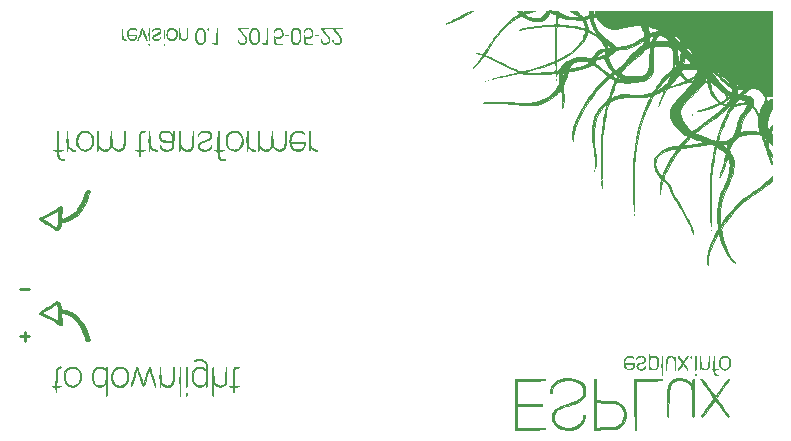
<source format=gbo>
G04 #@! TF.FileFunction,Legend,Bot*
%FSLAX45Y45*%
G04 Gerber Fmt 4.5, Leading zero omitted, Abs format (unit mm)*
G04 Created by KiCad (PCBNEW (after 2015-may-01 BZR unknown)-product) date 21-May-15 9:31:02 AM*
%MOMM*%
G01*
G04 APERTURE LIST*
%ADD10C,0.100000*%
%ADD11C,0.250190*%
G04 APERTURE END LIST*
D10*
D11*
X7213124Y-9957148D02*
X7136876Y-9957148D01*
X7213124Y-10357148D02*
X7136876Y-10357148D01*
X7175000Y-10395273D02*
X7175000Y-10319024D01*
D10*
G36*
X11621756Y-10828922D02*
X11622314Y-10835399D01*
X11625429Y-10837708D01*
X11629288Y-10837967D01*
X11635649Y-10836333D01*
X11638127Y-10829873D01*
X11638393Y-10824208D01*
X11642580Y-10800869D01*
X11654241Y-10779681D01*
X11672516Y-10761299D01*
X11696547Y-10746376D01*
X11725473Y-10735570D01*
X11758434Y-10729534D01*
X11763183Y-10729117D01*
X11795691Y-10729390D01*
X11826374Y-10734867D01*
X11853765Y-10744975D01*
X11876398Y-10759141D01*
X11892807Y-10776789D01*
X11895287Y-10780817D01*
X11902535Y-10800689D01*
X11904971Y-10823850D01*
X11902397Y-10846492D01*
X11899226Y-10856292D01*
X11888149Y-10873300D01*
X11869506Y-10889135D01*
X11843070Y-10903926D01*
X11808611Y-10917808D01*
X11773767Y-10928729D01*
X11743885Y-10938260D01*
X11715792Y-10949230D01*
X11690975Y-10960912D01*
X11670921Y-10972581D01*
X11657118Y-10983512D01*
X11653896Y-10987218D01*
X11640184Y-11011984D01*
X11634292Y-11037692D01*
X11635835Y-11063192D01*
X11644429Y-11087330D01*
X11659692Y-11108956D01*
X11681239Y-11126917D01*
X11704311Y-11138482D01*
X11727764Y-11145025D01*
X11755075Y-11148944D01*
X11783175Y-11150083D01*
X11808997Y-11148290D01*
X11826158Y-11144575D01*
X11857976Y-11130780D01*
X11882997Y-11111938D01*
X11901235Y-11088035D01*
X11912703Y-11059057D01*
X11915661Y-11044342D01*
X11917141Y-11032247D01*
X11916412Y-11026312D01*
X11912835Y-11024377D01*
X11909714Y-11024233D01*
X11903242Y-11026014D01*
X11900906Y-11032895D01*
X11900767Y-11037069D01*
X11896732Y-11059915D01*
X11885404Y-11081384D01*
X11867952Y-11100461D01*
X11845540Y-11116131D01*
X11819336Y-11127379D01*
X11790507Y-11133190D01*
X11790253Y-11133213D01*
X11758104Y-11133291D01*
X11728364Y-11127955D01*
X11702045Y-11117834D01*
X11680159Y-11103558D01*
X11663717Y-11085753D01*
X11653731Y-11065049D01*
X11651070Y-11046734D01*
X11653301Y-11025658D01*
X11660580Y-11007316D01*
X11673519Y-10991204D01*
X11692730Y-10976820D01*
X11718824Y-10963659D01*
X11752413Y-10951218D01*
X11775883Y-10944044D01*
X11815378Y-10931602D01*
X11847513Y-10919037D01*
X11873391Y-10905890D01*
X11884751Y-10898663D01*
X11901695Y-10882138D01*
X11913832Y-10860426D01*
X11920708Y-10835605D01*
X11921865Y-10809753D01*
X11916846Y-10784948D01*
X11912136Y-10774074D01*
X11896630Y-10753255D01*
X11874822Y-10736308D01*
X11848065Y-10723493D01*
X11817716Y-10715070D01*
X11785131Y-10711301D01*
X11751663Y-10712446D01*
X11718668Y-10718766D01*
X11687502Y-10730521D01*
X11686983Y-10730776D01*
X11660325Y-10747359D01*
X11641084Y-10767505D01*
X11628683Y-10791984D01*
X11623165Y-10816186D01*
X11621756Y-10828922D01*
X11621756Y-10828922D01*
X11621756Y-10828922D01*
G37*
X11621756Y-10828922D02*
X11622314Y-10835399D01*
X11625429Y-10837708D01*
X11629288Y-10837967D01*
X11635649Y-10836333D01*
X11638127Y-10829873D01*
X11638393Y-10824208D01*
X11642580Y-10800869D01*
X11654241Y-10779681D01*
X11672516Y-10761299D01*
X11696547Y-10746376D01*
X11725473Y-10735570D01*
X11758434Y-10729534D01*
X11763183Y-10729117D01*
X11795691Y-10729390D01*
X11826374Y-10734867D01*
X11853765Y-10744975D01*
X11876398Y-10759141D01*
X11892807Y-10776789D01*
X11895287Y-10780817D01*
X11902535Y-10800689D01*
X11904971Y-10823850D01*
X11902397Y-10846492D01*
X11899226Y-10856292D01*
X11888149Y-10873300D01*
X11869506Y-10889135D01*
X11843070Y-10903926D01*
X11808611Y-10917808D01*
X11773767Y-10928729D01*
X11743885Y-10938260D01*
X11715792Y-10949230D01*
X11690975Y-10960912D01*
X11670921Y-10972581D01*
X11657118Y-10983512D01*
X11653896Y-10987218D01*
X11640184Y-11011984D01*
X11634292Y-11037692D01*
X11635835Y-11063192D01*
X11644429Y-11087330D01*
X11659692Y-11108956D01*
X11681239Y-11126917D01*
X11704311Y-11138482D01*
X11727764Y-11145025D01*
X11755075Y-11148944D01*
X11783175Y-11150083D01*
X11808997Y-11148290D01*
X11826158Y-11144575D01*
X11857976Y-11130780D01*
X11882997Y-11111938D01*
X11901235Y-11088035D01*
X11912703Y-11059057D01*
X11915661Y-11044342D01*
X11917141Y-11032247D01*
X11916412Y-11026312D01*
X11912835Y-11024377D01*
X11909714Y-11024233D01*
X11903242Y-11026014D01*
X11900906Y-11032895D01*
X11900767Y-11037069D01*
X11896732Y-11059915D01*
X11885404Y-11081384D01*
X11867952Y-11100461D01*
X11845540Y-11116131D01*
X11819336Y-11127379D01*
X11790507Y-11133190D01*
X11790253Y-11133213D01*
X11758104Y-11133291D01*
X11728364Y-11127955D01*
X11702045Y-11117834D01*
X11680159Y-11103558D01*
X11663717Y-11085753D01*
X11653731Y-11065049D01*
X11651070Y-11046734D01*
X11653301Y-11025658D01*
X11660580Y-11007316D01*
X11673519Y-10991204D01*
X11692730Y-10976820D01*
X11718824Y-10963659D01*
X11752413Y-10951218D01*
X11775883Y-10944044D01*
X11815378Y-10931602D01*
X11847513Y-10919037D01*
X11873391Y-10905890D01*
X11884751Y-10898663D01*
X11901695Y-10882138D01*
X11913832Y-10860426D01*
X11920708Y-10835605D01*
X11921865Y-10809753D01*
X11916846Y-10784948D01*
X11912136Y-10774074D01*
X11896630Y-10753255D01*
X11874822Y-10736308D01*
X11848065Y-10723493D01*
X11817716Y-10715070D01*
X11785131Y-10711301D01*
X11751663Y-10712446D01*
X11718668Y-10718766D01*
X11687502Y-10730521D01*
X11686983Y-10730776D01*
X11660325Y-10747359D01*
X11641084Y-10767505D01*
X11628683Y-10791984D01*
X11623165Y-10816186D01*
X11621756Y-10828922D01*
X11621756Y-10828922D01*
G36*
X12336800Y-10931100D02*
X12336807Y-10979349D01*
X12336845Y-11019815D01*
X12336941Y-11053184D01*
X12337122Y-11080138D01*
X12337415Y-11101363D01*
X12337846Y-11117543D01*
X12338443Y-11129362D01*
X12339233Y-11137505D01*
X12340241Y-11142656D01*
X12341495Y-11145498D01*
X12343023Y-11146717D01*
X12344849Y-11146997D01*
X12345267Y-11147000D01*
X12347194Y-11146824D01*
X12348804Y-11145832D01*
X12350125Y-11143326D01*
X12351187Y-11138606D01*
X12352016Y-11130976D01*
X12352643Y-11119736D01*
X12353095Y-11104190D01*
X12353401Y-11083638D01*
X12353589Y-11057383D01*
X12353688Y-11024727D01*
X12353727Y-10984971D01*
X12353733Y-10939567D01*
X12353733Y-10732133D01*
X12463800Y-10732133D01*
X12497127Y-10732112D01*
X12522945Y-10732000D01*
X12542211Y-10731723D01*
X12555884Y-10731207D01*
X12564921Y-10730379D01*
X12570279Y-10729165D01*
X12572916Y-10727491D01*
X12573790Y-10725284D01*
X12573867Y-10723667D01*
X12573607Y-10721186D01*
X12572213Y-10719244D01*
X12568761Y-10717775D01*
X12562329Y-10716713D01*
X12551993Y-10715992D01*
X12536831Y-10715546D01*
X12515920Y-10715309D01*
X12488336Y-10715216D01*
X12455333Y-10715200D01*
X12336800Y-10715200D01*
X12336800Y-10931100D01*
X12336800Y-10931100D01*
X12336800Y-10931100D01*
G37*
X12336800Y-10931100D02*
X12336807Y-10979349D01*
X12336845Y-11019815D01*
X12336941Y-11053184D01*
X12337122Y-11080138D01*
X12337415Y-11101363D01*
X12337846Y-11117543D01*
X12338443Y-11129362D01*
X12339233Y-11137505D01*
X12340241Y-11142656D01*
X12341495Y-11145498D01*
X12343023Y-11146717D01*
X12344849Y-11146997D01*
X12345267Y-11147000D01*
X12347194Y-11146824D01*
X12348804Y-11145832D01*
X12350125Y-11143326D01*
X12351187Y-11138606D01*
X12352016Y-11130976D01*
X12352643Y-11119736D01*
X12353095Y-11104190D01*
X12353401Y-11083638D01*
X12353589Y-11057383D01*
X12353688Y-11024727D01*
X12353727Y-10984971D01*
X12353733Y-10939567D01*
X12353733Y-10732133D01*
X12463800Y-10732133D01*
X12497127Y-10732112D01*
X12522945Y-10732000D01*
X12542211Y-10731723D01*
X12555884Y-10731207D01*
X12564921Y-10730379D01*
X12570279Y-10729165D01*
X12572916Y-10727491D01*
X12573790Y-10725284D01*
X12573867Y-10723667D01*
X12573607Y-10721186D01*
X12572213Y-10719244D01*
X12568761Y-10717775D01*
X12562329Y-10716713D01*
X12551993Y-10715992D01*
X12536831Y-10715546D01*
X12515920Y-10715309D01*
X12488336Y-10715216D01*
X12455333Y-10715200D01*
X12336800Y-10715200D01*
X12336800Y-10931100D01*
X12336800Y-10931100D01*
G36*
X11993900Y-11147000D02*
X12010833Y-11146912D01*
X12010833Y-11130067D01*
X12010833Y-11023837D01*
X12010833Y-10917607D01*
X12090208Y-10919278D01*
X12123171Y-10920207D01*
X12148997Y-10921683D01*
X12169014Y-10924066D01*
X12184550Y-10927719D01*
X12196934Y-10933006D01*
X12207494Y-10940289D01*
X12217557Y-10949930D01*
X12222519Y-10955410D01*
X12238051Y-10978924D01*
X12246664Y-11005186D01*
X12248344Y-11032493D01*
X12243078Y-11059136D01*
X12230852Y-11083412D01*
X12223595Y-11092540D01*
X12212346Y-11104001D01*
X12201018Y-11112834D01*
X12188311Y-11119379D01*
X12172920Y-11123977D01*
X12153544Y-11126969D01*
X12128881Y-11128695D01*
X12097627Y-11129496D01*
X12081742Y-11129641D01*
X12010833Y-11130067D01*
X12010833Y-11146912D01*
X12075392Y-11146575D01*
X12101968Y-11146247D01*
X12126657Y-11145592D01*
X12147809Y-11144682D01*
X12163773Y-11143586D01*
X12172824Y-11142394D01*
X12202334Y-11131485D01*
X12226733Y-11114426D01*
X12245512Y-11092175D01*
X12258158Y-11065691D01*
X12264162Y-11035931D01*
X12263012Y-11003855D01*
X12258200Y-10982266D01*
X12246798Y-10957765D01*
X12228731Y-10935931D01*
X12205768Y-10918714D01*
X12195944Y-10913705D01*
X12187515Y-10910219D01*
X12179067Y-10907612D01*
X12169144Y-10905722D01*
X12156290Y-10904390D01*
X12139046Y-10903454D01*
X12115957Y-10902752D01*
X12092325Y-10902253D01*
X12010833Y-10900688D01*
X12010833Y-10807944D01*
X12010805Y-10777667D01*
X12010656Y-10754814D01*
X12010292Y-10738341D01*
X12009618Y-10727208D01*
X12008537Y-10720370D01*
X12006956Y-10716785D01*
X12004778Y-10715410D01*
X12002367Y-10715200D01*
X12000474Y-10715371D01*
X11998888Y-10716340D01*
X11997579Y-10718791D01*
X11996522Y-10723408D01*
X11995690Y-10730877D01*
X11995055Y-10741881D01*
X11994592Y-10757104D01*
X11994272Y-10777231D01*
X11994070Y-10802946D01*
X11993959Y-10834933D01*
X11993911Y-10873878D01*
X11993900Y-10920463D01*
X11993900Y-10931100D01*
X11993900Y-11147000D01*
X11993900Y-11147000D01*
X11993900Y-11147000D01*
G37*
X11993900Y-11147000D02*
X12010833Y-11146912D01*
X12010833Y-11130067D01*
X12010833Y-11023837D01*
X12010833Y-10917607D01*
X12090208Y-10919278D01*
X12123171Y-10920207D01*
X12148997Y-10921683D01*
X12169014Y-10924066D01*
X12184550Y-10927719D01*
X12196934Y-10933006D01*
X12207494Y-10940289D01*
X12217557Y-10949930D01*
X12222519Y-10955410D01*
X12238051Y-10978924D01*
X12246664Y-11005186D01*
X12248344Y-11032493D01*
X12243078Y-11059136D01*
X12230852Y-11083412D01*
X12223595Y-11092540D01*
X12212346Y-11104001D01*
X12201018Y-11112834D01*
X12188311Y-11119379D01*
X12172920Y-11123977D01*
X12153544Y-11126969D01*
X12128881Y-11128695D01*
X12097627Y-11129496D01*
X12081742Y-11129641D01*
X12010833Y-11130067D01*
X12010833Y-11146912D01*
X12075392Y-11146575D01*
X12101968Y-11146247D01*
X12126657Y-11145592D01*
X12147809Y-11144682D01*
X12163773Y-11143586D01*
X12172824Y-11142394D01*
X12202334Y-11131485D01*
X12226733Y-11114426D01*
X12245512Y-11092175D01*
X12258158Y-11065691D01*
X12264162Y-11035931D01*
X12263012Y-11003855D01*
X12258200Y-10982266D01*
X12246798Y-10957765D01*
X12228731Y-10935931D01*
X12205768Y-10918714D01*
X12195944Y-10913705D01*
X12187515Y-10910219D01*
X12179067Y-10907612D01*
X12169144Y-10905722D01*
X12156290Y-10904390D01*
X12139046Y-10903454D01*
X12115957Y-10902752D01*
X12092325Y-10902253D01*
X12010833Y-10900688D01*
X12010833Y-10807944D01*
X12010805Y-10777667D01*
X12010656Y-10754814D01*
X12010292Y-10738341D01*
X12009618Y-10727208D01*
X12008537Y-10720370D01*
X12006956Y-10716785D01*
X12004778Y-10715410D01*
X12002367Y-10715200D01*
X12000474Y-10715371D01*
X11998888Y-10716340D01*
X11997579Y-10718791D01*
X11996522Y-10723408D01*
X11995690Y-10730877D01*
X11995055Y-10741881D01*
X11994592Y-10757104D01*
X11994272Y-10777231D01*
X11994070Y-10802946D01*
X11993959Y-10834933D01*
X11993911Y-10873878D01*
X11993900Y-10920463D01*
X11993900Y-10931100D01*
X11993900Y-11147000D01*
X11993900Y-11147000D01*
G36*
X11325033Y-11147000D02*
X11454150Y-11147000D01*
X11490568Y-11146984D01*
X11519404Y-11146897D01*
X11541543Y-11146682D01*
X11557868Y-11146280D01*
X11569264Y-11145633D01*
X11576616Y-11144684D01*
X11580807Y-11143374D01*
X11582723Y-11141645D01*
X11583248Y-11139440D01*
X11583267Y-11138533D01*
X11583010Y-11136072D01*
X11581631Y-11134141D01*
X11578215Y-11132675D01*
X11571846Y-11131611D01*
X11561610Y-11130884D01*
X11546593Y-11130431D01*
X11525878Y-11130186D01*
X11498552Y-11130086D01*
X11463700Y-11130067D01*
X11462617Y-11130067D01*
X11341967Y-11130067D01*
X11341967Y-11039050D01*
X11341967Y-10948033D01*
X11447800Y-10948033D01*
X11480405Y-10948011D01*
X11505520Y-10947891D01*
X11524121Y-10947596D01*
X11537185Y-10947047D01*
X11545688Y-10946167D01*
X11550607Y-10944878D01*
X11552919Y-10943100D01*
X11553599Y-10940757D01*
X11553633Y-10939567D01*
X11553351Y-10936958D01*
X11551854Y-10934949D01*
X11548166Y-10933461D01*
X11541309Y-10932416D01*
X11530308Y-10931736D01*
X11514186Y-10931342D01*
X11491967Y-10931157D01*
X11462673Y-10931103D01*
X11447800Y-10931100D01*
X11341967Y-10931100D01*
X11341967Y-10831617D01*
X11341967Y-10732133D01*
X11462617Y-10732133D01*
X11497691Y-10732115D01*
X11525214Y-10732019D01*
X11546099Y-10731779D01*
X11561263Y-10731332D01*
X11571619Y-10730614D01*
X11578082Y-10729560D01*
X11581568Y-10728106D01*
X11582991Y-10726188D01*
X11583267Y-10723743D01*
X11583267Y-10723667D01*
X11583022Y-10721279D01*
X11581700Y-10719388D01*
X11578416Y-10717936D01*
X11572284Y-10716866D01*
X11562422Y-10716118D01*
X11547944Y-10715636D01*
X11527965Y-10715361D01*
X11501602Y-10715236D01*
X11467970Y-10715201D01*
X11454150Y-10715200D01*
X11325033Y-10715200D01*
X11325033Y-10931100D01*
X11325033Y-11147000D01*
X11325033Y-11147000D01*
X11325033Y-11147000D01*
G37*
X11325033Y-11147000D02*
X11454150Y-11147000D01*
X11490568Y-11146984D01*
X11519404Y-11146897D01*
X11541543Y-11146682D01*
X11557868Y-11146280D01*
X11569264Y-11145633D01*
X11576616Y-11144684D01*
X11580807Y-11143374D01*
X11582723Y-11141645D01*
X11583248Y-11139440D01*
X11583267Y-11138533D01*
X11583010Y-11136072D01*
X11581631Y-11134141D01*
X11578215Y-11132675D01*
X11571846Y-11131611D01*
X11561610Y-11130884D01*
X11546593Y-11130431D01*
X11525878Y-11130186D01*
X11498552Y-11130086D01*
X11463700Y-11130067D01*
X11462617Y-11130067D01*
X11341967Y-11130067D01*
X11341967Y-11039050D01*
X11341967Y-10948033D01*
X11447800Y-10948033D01*
X11480405Y-10948011D01*
X11505520Y-10947891D01*
X11524121Y-10947596D01*
X11537185Y-10947047D01*
X11545688Y-10946167D01*
X11550607Y-10944878D01*
X11552919Y-10943100D01*
X11553599Y-10940757D01*
X11553633Y-10939567D01*
X11553351Y-10936958D01*
X11551854Y-10934949D01*
X11548166Y-10933461D01*
X11541309Y-10932416D01*
X11530308Y-10931736D01*
X11514186Y-10931342D01*
X11491967Y-10931157D01*
X11462673Y-10931103D01*
X11447800Y-10931100D01*
X11341967Y-10931100D01*
X11341967Y-10831617D01*
X11341967Y-10732133D01*
X11462617Y-10732133D01*
X11497691Y-10732115D01*
X11525214Y-10732019D01*
X11546099Y-10731779D01*
X11561263Y-10731332D01*
X11571619Y-10730614D01*
X11578082Y-10729560D01*
X11581568Y-10728106D01*
X11582991Y-10726188D01*
X11583267Y-10723743D01*
X11583267Y-10723667D01*
X11583022Y-10721279D01*
X11581700Y-10719388D01*
X11578416Y-10717936D01*
X11572284Y-10716866D01*
X11562422Y-10716118D01*
X11547944Y-10715636D01*
X11527965Y-10715361D01*
X11501602Y-10715236D01*
X11467970Y-10715201D01*
X11454150Y-10715200D01*
X11325033Y-10715200D01*
X11325033Y-10931100D01*
X11325033Y-11147000D01*
X11325033Y-11147000D01*
G36*
X12890790Y-10715200D02*
X12900471Y-10728958D01*
X12905962Y-10736704D01*
X12915420Y-10749985D01*
X12927883Y-10767453D01*
X12942390Y-10787760D01*
X12957978Y-10809558D01*
X12958187Y-10809849D01*
X12972924Y-10830822D01*
X12985633Y-10849635D01*
X12995589Y-10865152D01*
X13002067Y-10876240D01*
X13004341Y-10881762D01*
X13004303Y-10881982D01*
X13001371Y-10886806D01*
X12994280Y-10897421D01*
X12983786Y-10912725D01*
X12970646Y-10931617D01*
X12955617Y-10952996D01*
X12951109Y-10959370D01*
X12935827Y-10981063D01*
X12922359Y-11000406D01*
X12911428Y-11016344D01*
X12903754Y-11027822D01*
X12900058Y-11033786D01*
X12899833Y-11034346D01*
X12903387Y-11036460D01*
X12908192Y-11036933D01*
X12913068Y-11034500D01*
X12920823Y-11026873D01*
X12931862Y-11013564D01*
X12946591Y-10994082D01*
X12965414Y-10967940D01*
X12966021Y-10967083D01*
X12981139Y-10945921D01*
X12994665Y-10927336D01*
X13005826Y-10912362D01*
X13013848Y-10902035D01*
X13017956Y-10897390D01*
X13018252Y-10897233D01*
X13021396Y-10900550D01*
X13028559Y-10909804D01*
X13038975Y-10923949D01*
X13051876Y-10941938D01*
X13066492Y-10962725D01*
X13069432Y-10966950D01*
X13086960Y-10991902D01*
X13100545Y-11010502D01*
X13110824Y-11023519D01*
X13118433Y-11031720D01*
X13124011Y-11035875D01*
X13127375Y-11036800D01*
X13134818Y-11036197D01*
X13136900Y-11035062D01*
X13134557Y-11031221D01*
X13127992Y-11021498D01*
X13117906Y-11006899D01*
X13104997Y-10988435D01*
X13089964Y-10967112D01*
X13082277Y-10956269D01*
X13027654Y-10879346D01*
X13086442Y-10797273D01*
X13104944Y-10771335D01*
X13118900Y-10751441D01*
X13128771Y-10736811D01*
X13135022Y-10726666D01*
X13138114Y-10720224D01*
X13138511Y-10716705D01*
X13136677Y-10715329D01*
X13135136Y-10715200D01*
X13130804Y-10716367D01*
X13125302Y-10720401D01*
X13117947Y-10728100D01*
X13108055Y-10740262D01*
X13094945Y-10757686D01*
X13077935Y-10781170D01*
X13073827Y-10786913D01*
X13058323Y-10808496D01*
X13044368Y-10827686D01*
X13032743Y-10843427D01*
X13024230Y-10854662D01*
X13019613Y-10860334D01*
X13019129Y-10860779D01*
X13015768Y-10858126D01*
X13008332Y-10849492D01*
X12997577Y-10835848D01*
X12984260Y-10818164D01*
X12969138Y-10797411D01*
X12963179Y-10789066D01*
X12945026Y-10763737D01*
X12930920Y-10744662D01*
X12920201Y-10731060D01*
X12912209Y-10722149D01*
X12906282Y-10717147D01*
X12901759Y-10715272D01*
X12900751Y-10715200D01*
X12890790Y-10715200D01*
X12890790Y-10715200D01*
X12890790Y-10715200D01*
G37*
X12890790Y-10715200D02*
X12900471Y-10728958D01*
X12905962Y-10736704D01*
X12915420Y-10749985D01*
X12927883Y-10767453D01*
X12942390Y-10787760D01*
X12957978Y-10809558D01*
X12958187Y-10809849D01*
X12972924Y-10830822D01*
X12985633Y-10849635D01*
X12995589Y-10865152D01*
X13002067Y-10876240D01*
X13004341Y-10881762D01*
X13004303Y-10881982D01*
X13001371Y-10886806D01*
X12994280Y-10897421D01*
X12983786Y-10912725D01*
X12970646Y-10931617D01*
X12955617Y-10952996D01*
X12951109Y-10959370D01*
X12935827Y-10981063D01*
X12922359Y-11000406D01*
X12911428Y-11016344D01*
X12903754Y-11027822D01*
X12900058Y-11033786D01*
X12899833Y-11034346D01*
X12903387Y-11036460D01*
X12908192Y-11036933D01*
X12913068Y-11034500D01*
X12920823Y-11026873D01*
X12931862Y-11013564D01*
X12946591Y-10994082D01*
X12965414Y-10967940D01*
X12966021Y-10967083D01*
X12981139Y-10945921D01*
X12994665Y-10927336D01*
X13005826Y-10912362D01*
X13013848Y-10902035D01*
X13017956Y-10897390D01*
X13018252Y-10897233D01*
X13021396Y-10900550D01*
X13028559Y-10909804D01*
X13038975Y-10923949D01*
X13051876Y-10941938D01*
X13066492Y-10962725D01*
X13069432Y-10966950D01*
X13086960Y-10991902D01*
X13100545Y-11010502D01*
X13110824Y-11023519D01*
X13118433Y-11031720D01*
X13124011Y-11035875D01*
X13127375Y-11036800D01*
X13134818Y-11036197D01*
X13136900Y-11035062D01*
X13134557Y-11031221D01*
X13127992Y-11021498D01*
X13117906Y-11006899D01*
X13104997Y-10988435D01*
X13089964Y-10967112D01*
X13082277Y-10956269D01*
X13027654Y-10879346D01*
X13086442Y-10797273D01*
X13104944Y-10771335D01*
X13118900Y-10751441D01*
X13128771Y-10736811D01*
X13135022Y-10726666D01*
X13138114Y-10720224D01*
X13138511Y-10716705D01*
X13136677Y-10715329D01*
X13135136Y-10715200D01*
X13130804Y-10716367D01*
X13125302Y-10720401D01*
X13117947Y-10728100D01*
X13108055Y-10740262D01*
X13094945Y-10757686D01*
X13077935Y-10781170D01*
X13073827Y-10786913D01*
X13058323Y-10808496D01*
X13044368Y-10827686D01*
X13032743Y-10843427D01*
X13024230Y-10854662D01*
X13019613Y-10860334D01*
X13019129Y-10860779D01*
X13015768Y-10858126D01*
X13008332Y-10849492D01*
X12997577Y-10835848D01*
X12984260Y-10818164D01*
X12969138Y-10797411D01*
X12963179Y-10789066D01*
X12945026Y-10763737D01*
X12930920Y-10744662D01*
X12920201Y-10731060D01*
X12912209Y-10722149D01*
X12906282Y-10717147D01*
X12901759Y-10715272D01*
X12900751Y-10715200D01*
X12890790Y-10715200D01*
X12890790Y-10715200D01*
G36*
X12612308Y-10978752D02*
X12612402Y-11000029D01*
X12612768Y-11015493D01*
X12613446Y-11026030D01*
X12614473Y-11032523D01*
X12615889Y-11035857D01*
X12617732Y-11036916D01*
X12618078Y-11036933D01*
X12620306Y-11036039D01*
X12621977Y-11032667D01*
X12623169Y-11025789D01*
X12623960Y-11014373D01*
X12624426Y-10997389D01*
X12624647Y-10973806D01*
X12624699Y-10949092D01*
X12625022Y-10904604D01*
X12626068Y-10867650D01*
X12628004Y-10837315D01*
X12630997Y-10812682D01*
X12635214Y-10792837D01*
X12640822Y-10776865D01*
X12647988Y-10763851D01*
X12656880Y-10752879D01*
X12661321Y-10748519D01*
X12681720Y-10735301D01*
X12706733Y-10729151D01*
X12731184Y-10729420D01*
X12759995Y-10735623D01*
X12783571Y-10747424D01*
X12799974Y-10763014D01*
X12806698Y-10772167D01*
X12812013Y-10780744D01*
X12816082Y-10789861D01*
X12819073Y-10800635D01*
X12821150Y-10814180D01*
X12822479Y-10831614D01*
X12823225Y-10854053D01*
X12823555Y-10882612D01*
X12823633Y-10918408D01*
X12823633Y-10922497D01*
X12823653Y-10956555D01*
X12823758Y-10983086D01*
X12824019Y-11003029D01*
X12824505Y-11017322D01*
X12825284Y-11026906D01*
X12826427Y-11032719D01*
X12828004Y-11035702D01*
X12830083Y-11036792D01*
X12832100Y-11036933D01*
X12834263Y-11036724D01*
X12836023Y-11035569D01*
X12837420Y-11032674D01*
X12838497Y-11027248D01*
X12839295Y-11018497D01*
X12839856Y-11005629D01*
X12840222Y-10987852D01*
X12840434Y-10964373D01*
X12840535Y-10934400D01*
X12840565Y-10897139D01*
X12840567Y-10876067D01*
X12840533Y-10834473D01*
X12840411Y-10800585D01*
X12840171Y-10773643D01*
X12839783Y-10752884D01*
X12839217Y-10737549D01*
X12838443Y-10726877D01*
X12837432Y-10720107D01*
X12836152Y-10716479D01*
X12834573Y-10715231D01*
X12834217Y-10715200D01*
X12829649Y-10718220D01*
X12827871Y-10728035D01*
X12827809Y-10731075D01*
X12827126Y-10744248D01*
X12825538Y-10755143D01*
X12825343Y-10755924D01*
X12823568Y-10760157D01*
X12820482Y-10760493D01*
X12814655Y-10756217D01*
X12804659Y-10746618D01*
X12802637Y-10744601D01*
X12784547Y-10729218D01*
X12766085Y-10719691D01*
X12759885Y-10717635D01*
X12727047Y-10711330D01*
X12697142Y-10712537D01*
X12670716Y-10721040D01*
X12648316Y-10736623D01*
X12630488Y-10759071D01*
X12624114Y-10771327D01*
X12621196Y-10778084D01*
X12618892Y-10784686D01*
X12617116Y-10792219D01*
X12615782Y-10801771D01*
X12614806Y-10814427D01*
X12614101Y-10831275D01*
X12613581Y-10853401D01*
X12613163Y-10881892D01*
X12612787Y-10915225D01*
X12612449Y-10950779D01*
X12612308Y-10978752D01*
X12612308Y-10978752D01*
X12612308Y-10978752D01*
G37*
X12612308Y-10978752D02*
X12612402Y-11000029D01*
X12612768Y-11015493D01*
X12613446Y-11026030D01*
X12614473Y-11032523D01*
X12615889Y-11035857D01*
X12617732Y-11036916D01*
X12618078Y-11036933D01*
X12620306Y-11036039D01*
X12621977Y-11032667D01*
X12623169Y-11025789D01*
X12623960Y-11014373D01*
X12624426Y-10997389D01*
X12624647Y-10973806D01*
X12624699Y-10949092D01*
X12625022Y-10904604D01*
X12626068Y-10867650D01*
X12628004Y-10837315D01*
X12630997Y-10812682D01*
X12635214Y-10792837D01*
X12640822Y-10776865D01*
X12647988Y-10763851D01*
X12656880Y-10752879D01*
X12661321Y-10748519D01*
X12681720Y-10735301D01*
X12706733Y-10729151D01*
X12731184Y-10729420D01*
X12759995Y-10735623D01*
X12783571Y-10747424D01*
X12799974Y-10763014D01*
X12806698Y-10772167D01*
X12812013Y-10780744D01*
X12816082Y-10789861D01*
X12819073Y-10800635D01*
X12821150Y-10814180D01*
X12822479Y-10831614D01*
X12823225Y-10854053D01*
X12823555Y-10882612D01*
X12823633Y-10918408D01*
X12823633Y-10922497D01*
X12823653Y-10956555D01*
X12823758Y-10983086D01*
X12824019Y-11003029D01*
X12824505Y-11017322D01*
X12825284Y-11026906D01*
X12826427Y-11032719D01*
X12828004Y-11035702D01*
X12830083Y-11036792D01*
X12832100Y-11036933D01*
X12834263Y-11036724D01*
X12836023Y-11035569D01*
X12837420Y-11032674D01*
X12838497Y-11027248D01*
X12839295Y-11018497D01*
X12839856Y-11005629D01*
X12840222Y-10987852D01*
X12840434Y-10964373D01*
X12840535Y-10934400D01*
X12840565Y-10897139D01*
X12840567Y-10876067D01*
X12840533Y-10834473D01*
X12840411Y-10800585D01*
X12840171Y-10773643D01*
X12839783Y-10752884D01*
X12839217Y-10737549D01*
X12838443Y-10726877D01*
X12837432Y-10720107D01*
X12836152Y-10716479D01*
X12834573Y-10715231D01*
X12834217Y-10715200D01*
X12829649Y-10718220D01*
X12827871Y-10728035D01*
X12827809Y-10731075D01*
X12827126Y-10744248D01*
X12825538Y-10755143D01*
X12825343Y-10755924D01*
X12823568Y-10760157D01*
X12820482Y-10760493D01*
X12814655Y-10756217D01*
X12804659Y-10746618D01*
X12802637Y-10744601D01*
X12784547Y-10729218D01*
X12766085Y-10719691D01*
X12759885Y-10717635D01*
X12727047Y-10711330D01*
X12697142Y-10712537D01*
X12670716Y-10721040D01*
X12648316Y-10736623D01*
X12630488Y-10759071D01*
X12624114Y-10771327D01*
X12621196Y-10778084D01*
X12618892Y-10784686D01*
X12617116Y-10792219D01*
X12615782Y-10801771D01*
X12614806Y-10814427D01*
X12614101Y-10831275D01*
X12613581Y-10853401D01*
X12613163Y-10881892D01*
X12612787Y-10915225D01*
X12612449Y-10950779D01*
X12612308Y-10978752D01*
X12612308Y-10978752D01*
G36*
X8759633Y-10738483D02*
X8759682Y-10774020D01*
X8759859Y-10801965D01*
X8760209Y-10823191D01*
X8760780Y-10838572D01*
X8761616Y-10848983D01*
X8762765Y-10855296D01*
X8764271Y-10858386D01*
X8765983Y-10859133D01*
X8768711Y-10857865D01*
X8770550Y-10853199D01*
X8771660Y-10843846D01*
X8772201Y-10828514D01*
X8772333Y-10807895D01*
X8772333Y-10756656D01*
X8786808Y-10769365D01*
X8806011Y-10781409D01*
X8826604Y-10785737D01*
X8847126Y-10782106D01*
X8851672Y-10780124D01*
X8862411Y-10773813D01*
X8870373Y-10766004D01*
X8875953Y-10755421D01*
X8879543Y-10740785D01*
X8881536Y-10720819D01*
X8882326Y-10694245D01*
X8882393Y-10680275D01*
X8882118Y-10654677D01*
X8881318Y-10635251D01*
X8880044Y-10622736D01*
X8878347Y-10617871D01*
X8878167Y-10617833D01*
X8876423Y-10621937D01*
X8875102Y-10633746D01*
X8874256Y-10652506D01*
X8873935Y-10677465D01*
X8873933Y-10679427D01*
X8873454Y-10710479D01*
X8871690Y-10734079D01*
X8868148Y-10751203D01*
X8862338Y-10762827D01*
X8853767Y-10769927D01*
X8841945Y-10773482D01*
X8826380Y-10774466D01*
X8826099Y-10774467D01*
X8806502Y-10771383D01*
X8796103Y-10765626D01*
X8787150Y-10757585D01*
X8780731Y-10748728D01*
X8776443Y-10737522D01*
X8773883Y-10722432D01*
X8772648Y-10701924D01*
X8772333Y-10675194D01*
X8772200Y-10651729D01*
X8771710Y-10635498D01*
X8770726Y-10625270D01*
X8769112Y-10619815D01*
X8766732Y-10617902D01*
X8765983Y-10617833D01*
X8764113Y-10618758D01*
X8762642Y-10622114D01*
X8761525Y-10628776D01*
X8760716Y-10639617D01*
X8760168Y-10655511D01*
X8759835Y-10677332D01*
X8759673Y-10705954D01*
X8759633Y-10738483D01*
X8759633Y-10738483D01*
X8759633Y-10738483D01*
G37*
X8759633Y-10738483D02*
X8759682Y-10774020D01*
X8759859Y-10801965D01*
X8760209Y-10823191D01*
X8760780Y-10838572D01*
X8761616Y-10848983D01*
X8762765Y-10855296D01*
X8764271Y-10858386D01*
X8765983Y-10859133D01*
X8768711Y-10857865D01*
X8770550Y-10853199D01*
X8771660Y-10843846D01*
X8772201Y-10828514D01*
X8772333Y-10807895D01*
X8772333Y-10756656D01*
X8786808Y-10769365D01*
X8806011Y-10781409D01*
X8826604Y-10785737D01*
X8847126Y-10782106D01*
X8851672Y-10780124D01*
X8862411Y-10773813D01*
X8870373Y-10766004D01*
X8875953Y-10755421D01*
X8879543Y-10740785D01*
X8881536Y-10720819D01*
X8882326Y-10694245D01*
X8882393Y-10680275D01*
X8882118Y-10654677D01*
X8881318Y-10635251D01*
X8880044Y-10622736D01*
X8878347Y-10617871D01*
X8878167Y-10617833D01*
X8876423Y-10621937D01*
X8875102Y-10633746D01*
X8874256Y-10652506D01*
X8873935Y-10677465D01*
X8873933Y-10679427D01*
X8873454Y-10710479D01*
X8871690Y-10734079D01*
X8868148Y-10751203D01*
X8862338Y-10762827D01*
X8853767Y-10769927D01*
X8841945Y-10773482D01*
X8826380Y-10774466D01*
X8826099Y-10774467D01*
X8806502Y-10771383D01*
X8796103Y-10765626D01*
X8787150Y-10757585D01*
X8780731Y-10748728D01*
X8776443Y-10737522D01*
X8773883Y-10722432D01*
X8772648Y-10701924D01*
X8772333Y-10675194D01*
X8772200Y-10651729D01*
X8771710Y-10635498D01*
X8770726Y-10625270D01*
X8769112Y-10619815D01*
X8766732Y-10617902D01*
X8765983Y-10617833D01*
X8764113Y-10618758D01*
X8762642Y-10622114D01*
X8761525Y-10628776D01*
X8760716Y-10639617D01*
X8760168Y-10655511D01*
X8759835Y-10677332D01*
X8759673Y-10705954D01*
X8759633Y-10738483D01*
X8759633Y-10738483D01*
G36*
X8539500Y-10848550D02*
X8540949Y-10856506D01*
X8543733Y-10859133D01*
X8546916Y-10855511D01*
X8547967Y-10848550D01*
X8546518Y-10840594D01*
X8543733Y-10837967D01*
X8540551Y-10841590D01*
X8539500Y-10848550D01*
X8539500Y-10848550D01*
X8539500Y-10848550D01*
G37*
X8539500Y-10848550D02*
X8540949Y-10856506D01*
X8543733Y-10859133D01*
X8546916Y-10855511D01*
X8547967Y-10848550D01*
X8546518Y-10840594D01*
X8543733Y-10837967D01*
X8540551Y-10841590D01*
X8539500Y-10848550D01*
X8539500Y-10848550D01*
G36*
X8484467Y-10738483D02*
X8484613Y-10777185D01*
X8485047Y-10808787D01*
X8485755Y-10832988D01*
X8486730Y-10849486D01*
X8487958Y-10857980D01*
X8488700Y-10859133D01*
X8490058Y-10854952D01*
X8491167Y-10842609D01*
X8492016Y-10822405D01*
X8492595Y-10794642D01*
X8492893Y-10759621D01*
X8492933Y-10738483D01*
X8492787Y-10699782D01*
X8492354Y-10668180D01*
X8491645Y-10643979D01*
X8490671Y-10627481D01*
X8489442Y-10618987D01*
X8488700Y-10617833D01*
X8487342Y-10622015D01*
X8486233Y-10634358D01*
X8485384Y-10654562D01*
X8484805Y-10682325D01*
X8484507Y-10717345D01*
X8484467Y-10738483D01*
X8484467Y-10738483D01*
X8484467Y-10738483D01*
G37*
X8484467Y-10738483D02*
X8484613Y-10777185D01*
X8485047Y-10808787D01*
X8485755Y-10832988D01*
X8486730Y-10849486D01*
X8487958Y-10857980D01*
X8488700Y-10859133D01*
X8490058Y-10854952D01*
X8491167Y-10842609D01*
X8492016Y-10822405D01*
X8492595Y-10794642D01*
X8492893Y-10759621D01*
X8492933Y-10738483D01*
X8492787Y-10699782D01*
X8492354Y-10668180D01*
X8491645Y-10643979D01*
X8490671Y-10627481D01*
X8489442Y-10618987D01*
X8488700Y-10617833D01*
X8487342Y-10622015D01*
X8486233Y-10634358D01*
X8485384Y-10654562D01*
X8484805Y-10682325D01*
X8484507Y-10717345D01*
X8484467Y-10738483D01*
X8484467Y-10738483D01*
G36*
X7744274Y-10707575D02*
X7746145Y-10727648D01*
X7747935Y-10734922D01*
X7753233Y-10746236D01*
X7753233Y-10712299D01*
X7753252Y-10689947D01*
X7756003Y-10668177D01*
X7761228Y-10650477D01*
X7762407Y-10648000D01*
X7773760Y-10634504D01*
X7789823Y-10626148D01*
X7808416Y-10623157D01*
X7827359Y-10625752D01*
X7844469Y-10634157D01*
X7850155Y-10639037D01*
X7855558Y-10644836D01*
X7859036Y-10650527D01*
X7861012Y-10658073D01*
X7861907Y-10669436D01*
X7862145Y-10686578D01*
X7862151Y-10694766D01*
X7861082Y-10723014D01*
X7857443Y-10743973D01*
X7850548Y-10758608D01*
X7839711Y-10767883D01*
X7824249Y-10772764D01*
X7805749Y-10774198D01*
X7791570Y-10773397D01*
X7781690Y-10769558D01*
X7773284Y-10762436D01*
X7764429Y-10750422D01*
X7757395Y-10735542D01*
X7756204Y-10731744D01*
X7753233Y-10712299D01*
X7753233Y-10746236D01*
X7758583Y-10757662D01*
X7773236Y-10774058D01*
X7790746Y-10783711D01*
X7809968Y-10786221D01*
X7829756Y-10781189D01*
X7847440Y-10769586D01*
X7862167Y-10756656D01*
X7862167Y-10807895D01*
X7862503Y-10830324D01*
X7863459Y-10846937D01*
X7864955Y-10856776D01*
X7866400Y-10859133D01*
X7867758Y-10854952D01*
X7868867Y-10842609D01*
X7869716Y-10822405D01*
X7870295Y-10794642D01*
X7870593Y-10759621D01*
X7870633Y-10738483D01*
X7870487Y-10699782D01*
X7870053Y-10668180D01*
X7869345Y-10643979D01*
X7868370Y-10627481D01*
X7867142Y-10618987D01*
X7866400Y-10617833D01*
X7863307Y-10621488D01*
X7862102Y-10629475D01*
X7861159Y-10636314D01*
X7858957Y-10636403D01*
X7858927Y-10636358D01*
X7849334Y-10627426D01*
X7834611Y-10619721D01*
X7818087Y-10614719D01*
X7807633Y-10613616D01*
X7785693Y-10617428D01*
X7767451Y-10628334D01*
X7754307Y-10645478D01*
X7753813Y-10646475D01*
X7748347Y-10663396D01*
X7745088Y-10684960D01*
X7744274Y-10707575D01*
X7744274Y-10707575D01*
X7744274Y-10707575D01*
G37*
X7744274Y-10707575D02*
X7746145Y-10727648D01*
X7747935Y-10734922D01*
X7753233Y-10746236D01*
X7753233Y-10712299D01*
X7753252Y-10689947D01*
X7756003Y-10668177D01*
X7761228Y-10650477D01*
X7762407Y-10648000D01*
X7773760Y-10634504D01*
X7789823Y-10626148D01*
X7808416Y-10623157D01*
X7827359Y-10625752D01*
X7844469Y-10634157D01*
X7850155Y-10639037D01*
X7855558Y-10644836D01*
X7859036Y-10650527D01*
X7861012Y-10658073D01*
X7861907Y-10669436D01*
X7862145Y-10686578D01*
X7862151Y-10694766D01*
X7861082Y-10723014D01*
X7857443Y-10743973D01*
X7850548Y-10758608D01*
X7839711Y-10767883D01*
X7824249Y-10772764D01*
X7805749Y-10774198D01*
X7791570Y-10773397D01*
X7781690Y-10769558D01*
X7773284Y-10762436D01*
X7764429Y-10750422D01*
X7757395Y-10735542D01*
X7756204Y-10731744D01*
X7753233Y-10712299D01*
X7753233Y-10746236D01*
X7758583Y-10757662D01*
X7773236Y-10774058D01*
X7790746Y-10783711D01*
X7809968Y-10786221D01*
X7829756Y-10781189D01*
X7847440Y-10769586D01*
X7862167Y-10756656D01*
X7862167Y-10807895D01*
X7862503Y-10830324D01*
X7863459Y-10846937D01*
X7864955Y-10856776D01*
X7866400Y-10859133D01*
X7867758Y-10854952D01*
X7868867Y-10842609D01*
X7869716Y-10822405D01*
X7870295Y-10794642D01*
X7870593Y-10759621D01*
X7870633Y-10738483D01*
X7870487Y-10699782D01*
X7870053Y-10668180D01*
X7869345Y-10643979D01*
X7868370Y-10627481D01*
X7867142Y-10618987D01*
X7866400Y-10617833D01*
X7863307Y-10621488D01*
X7862102Y-10629475D01*
X7861159Y-10636314D01*
X7858957Y-10636403D01*
X7858927Y-10636358D01*
X7849334Y-10627426D01*
X7834611Y-10619721D01*
X7818087Y-10614719D01*
X7807633Y-10613616D01*
X7785693Y-10617428D01*
X7767451Y-10628334D01*
X7754307Y-10645478D01*
X7753813Y-10646475D01*
X7748347Y-10663396D01*
X7745088Y-10684960D01*
X7744274Y-10707575D01*
X7744274Y-10707575D01*
G36*
X8903567Y-10778700D02*
X8907319Y-10781365D01*
X8916680Y-10782833D01*
X8920289Y-10782933D01*
X8937011Y-10782933D01*
X8938280Y-10806603D01*
X8939462Y-10818807D01*
X8941217Y-10826090D01*
X8942725Y-10827064D01*
X8944591Y-10821248D01*
X8945732Y-10810113D01*
X8945900Y-10803394D01*
X8945900Y-10782933D01*
X8967067Y-10782933D01*
X8979141Y-10782172D01*
X8986805Y-10780225D01*
X8988233Y-10778700D01*
X8984426Y-10776285D01*
X8974691Y-10774752D01*
X8967067Y-10774467D01*
X8945900Y-10774467D01*
X8945900Y-10706733D01*
X8945979Y-10681100D01*
X8946319Y-10662552D01*
X8947073Y-10649708D01*
X8948394Y-10641186D01*
X8950437Y-10635606D01*
X8953353Y-10631586D01*
X8954367Y-10630533D01*
X8965046Y-10624160D01*
X8975533Y-10622067D01*
X8984450Y-10620840D01*
X8988232Y-10617886D01*
X8988233Y-10617833D01*
X8984720Y-10614425D01*
X8976058Y-10613608D01*
X8965064Y-10615101D01*
X8954554Y-10618625D01*
X8949544Y-10621684D01*
X8945901Y-10624960D01*
X8943240Y-10628881D01*
X8941376Y-10634764D01*
X8940124Y-10643931D01*
X8939296Y-10657700D01*
X8938707Y-10677391D01*
X8938213Y-10702117D01*
X8936876Y-10774467D01*
X8920221Y-10774467D01*
X8909721Y-10775420D01*
X8903950Y-10777798D01*
X8903567Y-10778700D01*
X8903567Y-10778700D01*
X8903567Y-10778700D01*
G37*
X8903567Y-10778700D02*
X8907319Y-10781365D01*
X8916680Y-10782833D01*
X8920289Y-10782933D01*
X8937011Y-10782933D01*
X8938280Y-10806603D01*
X8939462Y-10818807D01*
X8941217Y-10826090D01*
X8942725Y-10827064D01*
X8944591Y-10821248D01*
X8945732Y-10810113D01*
X8945900Y-10803394D01*
X8945900Y-10782933D01*
X8967067Y-10782933D01*
X8979141Y-10782172D01*
X8986805Y-10780225D01*
X8988233Y-10778700D01*
X8984426Y-10776285D01*
X8974691Y-10774752D01*
X8967067Y-10774467D01*
X8945900Y-10774467D01*
X8945900Y-10706733D01*
X8945979Y-10681100D01*
X8946319Y-10662552D01*
X8947073Y-10649708D01*
X8948394Y-10641186D01*
X8950437Y-10635606D01*
X8953353Y-10631586D01*
X8954367Y-10630533D01*
X8965046Y-10624160D01*
X8975533Y-10622067D01*
X8984450Y-10620840D01*
X8988232Y-10617886D01*
X8988233Y-10617833D01*
X8984720Y-10614425D01*
X8976058Y-10613608D01*
X8965064Y-10615101D01*
X8954554Y-10618625D01*
X8949544Y-10621684D01*
X8945901Y-10624960D01*
X8943240Y-10628881D01*
X8941376Y-10634764D01*
X8940124Y-10643931D01*
X8939296Y-10657700D01*
X8938707Y-10677391D01*
X8938213Y-10702117D01*
X8936876Y-10774467D01*
X8920221Y-10774467D01*
X8909721Y-10775420D01*
X8903950Y-10777798D01*
X8903567Y-10778700D01*
X8903567Y-10778700D01*
G36*
X7404967Y-10778700D02*
X7408688Y-10781498D01*
X7417839Y-10782897D01*
X7419783Y-10782933D01*
X7434600Y-10782933D01*
X7434600Y-10803850D01*
X7435391Y-10816475D01*
X7437405Y-10825267D01*
X7438833Y-10827383D01*
X7441371Y-10825203D01*
X7442811Y-10815575D01*
X7443067Y-10806467D01*
X7443067Y-10782933D01*
X7464233Y-10782933D01*
X7476308Y-10782172D01*
X7483972Y-10780225D01*
X7485400Y-10778700D01*
X7481589Y-10776303D01*
X7471828Y-10774769D01*
X7463861Y-10774467D01*
X7442323Y-10774467D01*
X7443753Y-10707169D01*
X7444409Y-10681321D01*
X7445222Y-10662558D01*
X7446365Y-10649496D01*
X7448010Y-10640754D01*
X7450329Y-10634949D01*
X7453248Y-10630969D01*
X7464122Y-10623930D01*
X7473356Y-10622067D01*
X7481985Y-10620779D01*
X7485400Y-10617833D01*
X7482052Y-10613808D01*
X7473753Y-10613122D01*
X7463121Y-10615320D01*
X7452773Y-10619947D01*
X7446980Y-10624516D01*
X7443166Y-10628947D01*
X7440399Y-10633808D01*
X7438475Y-10640504D01*
X7437188Y-10650442D01*
X7436336Y-10665028D01*
X7435713Y-10685666D01*
X7435294Y-10704949D01*
X7433871Y-10774467D01*
X7419419Y-10774467D01*
X7409771Y-10775555D01*
X7405059Y-10778222D01*
X7404967Y-10778700D01*
X7404967Y-10778700D01*
X7404967Y-10778700D01*
G37*
X7404967Y-10778700D02*
X7408688Y-10781498D01*
X7417839Y-10782897D01*
X7419783Y-10782933D01*
X7434600Y-10782933D01*
X7434600Y-10803850D01*
X7435391Y-10816475D01*
X7437405Y-10825267D01*
X7438833Y-10827383D01*
X7441371Y-10825203D01*
X7442811Y-10815575D01*
X7443067Y-10806467D01*
X7443067Y-10782933D01*
X7464233Y-10782933D01*
X7476308Y-10782172D01*
X7483972Y-10780225D01*
X7485400Y-10778700D01*
X7481589Y-10776303D01*
X7471828Y-10774769D01*
X7463861Y-10774467D01*
X7442323Y-10774467D01*
X7443753Y-10707169D01*
X7444409Y-10681321D01*
X7445222Y-10662558D01*
X7446365Y-10649496D01*
X7448010Y-10640754D01*
X7450329Y-10634949D01*
X7453248Y-10630969D01*
X7464122Y-10623930D01*
X7473356Y-10622067D01*
X7481985Y-10620779D01*
X7485400Y-10617833D01*
X7482052Y-10613808D01*
X7473753Y-10613122D01*
X7463121Y-10615320D01*
X7452773Y-10619947D01*
X7446980Y-10624516D01*
X7443166Y-10628947D01*
X7440399Y-10633808D01*
X7438475Y-10640504D01*
X7437188Y-10650442D01*
X7436336Y-10665028D01*
X7435713Y-10685666D01*
X7435294Y-10704949D01*
X7433871Y-10774467D01*
X7419419Y-10774467D01*
X7409771Y-10775555D01*
X7405059Y-10778222D01*
X7404967Y-10778700D01*
X7404967Y-10778700D01*
G36*
X8590393Y-10698428D02*
X8593015Y-10727692D01*
X8598767Y-10745338D01*
X8598767Y-10697581D01*
X8600955Y-10672691D01*
X8607102Y-10651455D01*
X8616580Y-10635756D01*
X8620682Y-10631827D01*
X8636109Y-10624435D01*
X8654803Y-10622722D01*
X8674016Y-10626403D01*
X8691002Y-10635197D01*
X8696055Y-10639573D01*
X8701828Y-10645684D01*
X8705532Y-10651433D01*
X8707624Y-10658823D01*
X8708561Y-10669856D01*
X8708802Y-10686537D01*
X8708805Y-10695417D01*
X8707966Y-10720969D01*
X8705120Y-10739723D01*
X8699717Y-10753222D01*
X8691204Y-10763008D01*
X8682630Y-10768740D01*
X8667526Y-10773523D01*
X8649643Y-10774168D01*
X8632726Y-10770869D01*
X8622514Y-10765609D01*
X8609719Y-10750755D01*
X8601888Y-10729958D01*
X8598827Y-10702663D01*
X8598767Y-10697581D01*
X8598767Y-10745338D01*
X8600811Y-10751610D01*
X8613397Y-10769578D01*
X8630390Y-10780995D01*
X8645433Y-10784855D01*
X8658080Y-10785420D01*
X8668352Y-10784440D01*
X8668617Y-10784374D01*
X8676986Y-10780490D01*
X8688195Y-10773244D01*
X8692958Y-10769664D01*
X8708833Y-10757134D01*
X8708833Y-10770034D01*
X8710042Y-10779037D01*
X8712961Y-10782929D01*
X8713067Y-10782933D01*
X8714581Y-10778777D01*
X8715781Y-10766603D01*
X8716648Y-10746857D01*
X8717159Y-10719983D01*
X8717300Y-10691781D01*
X8717173Y-10658314D01*
X8716650Y-10632134D01*
X8715521Y-10612061D01*
X8713574Y-10596916D01*
X8710599Y-10585522D01*
X8706385Y-10576699D01*
X8700720Y-10569268D01*
X8694210Y-10562800D01*
X8687385Y-10557368D01*
X8679920Y-10554180D01*
X8669360Y-10552659D01*
X8653255Y-10552224D01*
X8649424Y-10552217D01*
X8630000Y-10552922D01*
X8616567Y-10554917D01*
X8610900Y-10557438D01*
X8607394Y-10562033D01*
X8609193Y-10564222D01*
X8617233Y-10564158D01*
X8632446Y-10561998D01*
X8635384Y-10561506D01*
X8661171Y-10559914D01*
X8681488Y-10564750D01*
X8696254Y-10575951D01*
X8705386Y-10593450D01*
X8708802Y-10617184D01*
X8708827Y-10619630D01*
X8708833Y-10640476D01*
X8699308Y-10631800D01*
X8682985Y-10619895D01*
X8665775Y-10614430D01*
X8653020Y-10613616D01*
X8630802Y-10617164D01*
X8613305Y-10627653D01*
X8600655Y-10644915D01*
X8592976Y-10668781D01*
X8590393Y-10698428D01*
X8590393Y-10698428D01*
X8590393Y-10698428D01*
G37*
X8590393Y-10698428D02*
X8593015Y-10727692D01*
X8598767Y-10745338D01*
X8598767Y-10697581D01*
X8600955Y-10672691D01*
X8607102Y-10651455D01*
X8616580Y-10635756D01*
X8620682Y-10631827D01*
X8636109Y-10624435D01*
X8654803Y-10622722D01*
X8674016Y-10626403D01*
X8691002Y-10635197D01*
X8696055Y-10639573D01*
X8701828Y-10645684D01*
X8705532Y-10651433D01*
X8707624Y-10658823D01*
X8708561Y-10669856D01*
X8708802Y-10686537D01*
X8708805Y-10695417D01*
X8707966Y-10720969D01*
X8705120Y-10739723D01*
X8699717Y-10753222D01*
X8691204Y-10763008D01*
X8682630Y-10768740D01*
X8667526Y-10773523D01*
X8649643Y-10774168D01*
X8632726Y-10770869D01*
X8622514Y-10765609D01*
X8609719Y-10750755D01*
X8601888Y-10729958D01*
X8598827Y-10702663D01*
X8598767Y-10697581D01*
X8598767Y-10745338D01*
X8600811Y-10751610D01*
X8613397Y-10769578D01*
X8630390Y-10780995D01*
X8645433Y-10784855D01*
X8658080Y-10785420D01*
X8668352Y-10784440D01*
X8668617Y-10784374D01*
X8676986Y-10780490D01*
X8688195Y-10773244D01*
X8692958Y-10769664D01*
X8708833Y-10757134D01*
X8708833Y-10770034D01*
X8710042Y-10779037D01*
X8712961Y-10782929D01*
X8713067Y-10782933D01*
X8714581Y-10778777D01*
X8715781Y-10766603D01*
X8716648Y-10746857D01*
X8717159Y-10719983D01*
X8717300Y-10691781D01*
X8717173Y-10658314D01*
X8716650Y-10632134D01*
X8715521Y-10612061D01*
X8713574Y-10596916D01*
X8710599Y-10585522D01*
X8706385Y-10576699D01*
X8700720Y-10569268D01*
X8694210Y-10562800D01*
X8687385Y-10557368D01*
X8679920Y-10554180D01*
X8669360Y-10552659D01*
X8653255Y-10552224D01*
X8649424Y-10552217D01*
X8630000Y-10552922D01*
X8616567Y-10554917D01*
X8610900Y-10557438D01*
X8607394Y-10562033D01*
X8609193Y-10564222D01*
X8617233Y-10564158D01*
X8632446Y-10561998D01*
X8635384Y-10561506D01*
X8661171Y-10559914D01*
X8681488Y-10564750D01*
X8696254Y-10575951D01*
X8705386Y-10593450D01*
X8708802Y-10617184D01*
X8708827Y-10619630D01*
X8708833Y-10640476D01*
X8699308Y-10631800D01*
X8682985Y-10619895D01*
X8665775Y-10614430D01*
X8653020Y-10613616D01*
X8630802Y-10617164D01*
X8613305Y-10627653D01*
X8600655Y-10644915D01*
X8592976Y-10668781D01*
X8590393Y-10698428D01*
X8590393Y-10698428D01*
G36*
X8315133Y-10700383D02*
X8315346Y-10731018D01*
X8315966Y-10755043D01*
X8316968Y-10771951D01*
X8318326Y-10781231D01*
X8319367Y-10782933D01*
X8322096Y-10779196D01*
X8323534Y-10769936D01*
X8323600Y-10767175D01*
X8323600Y-10751416D01*
X8330511Y-10761283D01*
X8339792Y-10769970D01*
X8353669Y-10778304D01*
X8368542Y-10784470D01*
X8380750Y-10786652D01*
X8392213Y-10785011D01*
X8397683Y-10783570D01*
X8413019Y-10776233D01*
X8424716Y-10764224D01*
X8427709Y-10759838D01*
X8430927Y-10753710D01*
X8433273Y-10745851D01*
X8434930Y-10734771D01*
X8436086Y-10718980D01*
X8436922Y-10696988D01*
X8437294Y-10682579D01*
X8437703Y-10655075D01*
X8437438Y-10635504D01*
X8436474Y-10623358D01*
X8434785Y-10618129D01*
X8434119Y-10617833D01*
X8431850Y-10621766D01*
X8430313Y-10633680D01*
X8429490Y-10653753D01*
X8429332Y-10669692D01*
X8428628Y-10702947D01*
X8426396Y-10728671D01*
X8422239Y-10747725D01*
X8415760Y-10760969D01*
X8406562Y-10769263D01*
X8394246Y-10773466D01*
X8380954Y-10774467D01*
X8361256Y-10772332D01*
X8346872Y-10765019D01*
X8335556Y-10751163D01*
X8332010Y-10744722D01*
X8328421Y-10736450D01*
X8325999Y-10727054D01*
X8324531Y-10714717D01*
X8323802Y-10697617D01*
X8323600Y-10673934D01*
X8323600Y-10673035D01*
X8323287Y-10649451D01*
X8322392Y-10631819D01*
X8320981Y-10621011D01*
X8319367Y-10617833D01*
X8317796Y-10621979D01*
X8316564Y-10634076D01*
X8315696Y-10653617D01*
X8315221Y-10680091D01*
X8315133Y-10700383D01*
X8315133Y-10700383D01*
X8315133Y-10700383D01*
G37*
X8315133Y-10700383D02*
X8315346Y-10731018D01*
X8315966Y-10755043D01*
X8316968Y-10771951D01*
X8318326Y-10781231D01*
X8319367Y-10782933D01*
X8322096Y-10779196D01*
X8323534Y-10769936D01*
X8323600Y-10767175D01*
X8323600Y-10751416D01*
X8330511Y-10761283D01*
X8339792Y-10769970D01*
X8353669Y-10778304D01*
X8368542Y-10784470D01*
X8380750Y-10786652D01*
X8392213Y-10785011D01*
X8397683Y-10783570D01*
X8413019Y-10776233D01*
X8424716Y-10764224D01*
X8427709Y-10759838D01*
X8430927Y-10753710D01*
X8433273Y-10745851D01*
X8434930Y-10734771D01*
X8436086Y-10718980D01*
X8436922Y-10696988D01*
X8437294Y-10682579D01*
X8437703Y-10655075D01*
X8437438Y-10635504D01*
X8436474Y-10623358D01*
X8434785Y-10618129D01*
X8434119Y-10617833D01*
X8431850Y-10621766D01*
X8430313Y-10633680D01*
X8429490Y-10653753D01*
X8429332Y-10669692D01*
X8428628Y-10702947D01*
X8426396Y-10728671D01*
X8422239Y-10747725D01*
X8415760Y-10760969D01*
X8406562Y-10769263D01*
X8394246Y-10773466D01*
X8380954Y-10774467D01*
X8361256Y-10772332D01*
X8346872Y-10765019D01*
X8335556Y-10751163D01*
X8332010Y-10744722D01*
X8328421Y-10736450D01*
X8325999Y-10727054D01*
X8324531Y-10714717D01*
X8323802Y-10697617D01*
X8323600Y-10673934D01*
X8323600Y-10673035D01*
X8323287Y-10649451D01*
X8322392Y-10631819D01*
X8320981Y-10621011D01*
X8319367Y-10617833D01*
X8317796Y-10621979D01*
X8316564Y-10634076D01*
X8315696Y-10653617D01*
X8315221Y-10680091D01*
X8315133Y-10700383D01*
X8315133Y-10700383D01*
G36*
X7904899Y-10693327D02*
X7905892Y-10717308D01*
X7911762Y-10739890D01*
X7913741Y-10743502D01*
X7913741Y-10707330D01*
X7913767Y-10691379D01*
X7918567Y-10665582D01*
X7929101Y-10645708D01*
X7945037Y-10632099D01*
X7966047Y-10625099D01*
X7978583Y-10624183D01*
X8001186Y-10627798D01*
X8019240Y-10638274D01*
X8032291Y-10655064D01*
X8039884Y-10677618D01*
X8041715Y-10700383D01*
X8038900Y-10725399D01*
X8030588Y-10745304D01*
X8015925Y-10762066D01*
X8014394Y-10763379D01*
X7998299Y-10771877D01*
X7978638Y-10774873D01*
X7958369Y-10772265D01*
X7943370Y-10765871D01*
X7928364Y-10751918D01*
X7918326Y-10731999D01*
X7913741Y-10707330D01*
X7913741Y-10743502D01*
X7922389Y-10759293D01*
X7937653Y-10773738D01*
X7942137Y-10776344D01*
X7960509Y-10782788D01*
X7980754Y-10785225D01*
X7998621Y-10783165D01*
X7999308Y-10782956D01*
X8014142Y-10775092D01*
X8029108Y-10761934D01*
X8041339Y-10746105D01*
X8043276Y-10742717D01*
X8047980Y-10727968D01*
X8050080Y-10708366D01*
X8049612Y-10687100D01*
X8046611Y-10667364D01*
X8042320Y-10654636D01*
X8028750Y-10635423D01*
X8010079Y-10621662D01*
X7988296Y-10614795D01*
X7987275Y-10614671D01*
X7966840Y-10614078D01*
X7950638Y-10618280D01*
X7935343Y-10628255D01*
X7932369Y-10630792D01*
X7918017Y-10648289D01*
X7908901Y-10669728D01*
X7904899Y-10693327D01*
X7904899Y-10693327D01*
X7904899Y-10693327D01*
G37*
X7904899Y-10693327D02*
X7905892Y-10717308D01*
X7911762Y-10739890D01*
X7913741Y-10743502D01*
X7913741Y-10707330D01*
X7913767Y-10691379D01*
X7918567Y-10665582D01*
X7929101Y-10645708D01*
X7945037Y-10632099D01*
X7966047Y-10625099D01*
X7978583Y-10624183D01*
X8001186Y-10627798D01*
X8019240Y-10638274D01*
X8032291Y-10655064D01*
X8039884Y-10677618D01*
X8041715Y-10700383D01*
X8038900Y-10725399D01*
X8030588Y-10745304D01*
X8015925Y-10762066D01*
X8014394Y-10763379D01*
X7998299Y-10771877D01*
X7978638Y-10774873D01*
X7958369Y-10772265D01*
X7943370Y-10765871D01*
X7928364Y-10751918D01*
X7918326Y-10731999D01*
X7913741Y-10707330D01*
X7913741Y-10743502D01*
X7922389Y-10759293D01*
X7937653Y-10773738D01*
X7942137Y-10776344D01*
X7960509Y-10782788D01*
X7980754Y-10785225D01*
X7998621Y-10783165D01*
X7999308Y-10782956D01*
X8014142Y-10775092D01*
X8029108Y-10761934D01*
X8041339Y-10746105D01*
X8043276Y-10742717D01*
X8047980Y-10727968D01*
X8050080Y-10708366D01*
X8049612Y-10687100D01*
X8046611Y-10667364D01*
X8042320Y-10654636D01*
X8028750Y-10635423D01*
X8010079Y-10621662D01*
X7988296Y-10614795D01*
X7987275Y-10614671D01*
X7966840Y-10614078D01*
X7950638Y-10618280D01*
X7935343Y-10628255D01*
X7932369Y-10630792D01*
X7918017Y-10648289D01*
X7908901Y-10669728D01*
X7904899Y-10693327D01*
X7904899Y-10693327D01*
G36*
X7504005Y-10703082D02*
X7508126Y-10728219D01*
X7513507Y-10740360D01*
X7513507Y-10700055D01*
X7516416Y-10672838D01*
X7525035Y-10651204D01*
X7538989Y-10635606D01*
X7557902Y-10626496D01*
X7576417Y-10624183D01*
X7599881Y-10627689D01*
X7618441Y-10637976D01*
X7631766Y-10654703D01*
X7639526Y-10677528D01*
X7641233Y-10691379D01*
X7640043Y-10719436D01*
X7632819Y-10742217D01*
X7619917Y-10759272D01*
X7601690Y-10770152D01*
X7578495Y-10774407D01*
X7575683Y-10774451D01*
X7560036Y-10773353D01*
X7548653Y-10769188D01*
X7540606Y-10763379D01*
X7525495Y-10747059D01*
X7516778Y-10728026D01*
X7513568Y-10704201D01*
X7513507Y-10700055D01*
X7513507Y-10740360D01*
X7517935Y-10750354D01*
X7532626Y-10768286D01*
X7551397Y-10780815D01*
X7573443Y-10786740D01*
X7580650Y-10787050D01*
X7589716Y-10785280D01*
X7602057Y-10780942D01*
X7606050Y-10779205D01*
X7626801Y-10765562D01*
X7641039Y-10746622D01*
X7648836Y-10722260D01*
X7650500Y-10701151D01*
X7647363Y-10672959D01*
X7638386Y-10649331D01*
X7624221Y-10631058D01*
X7605520Y-10618930D01*
X7582934Y-10613737D01*
X7578325Y-10613600D01*
X7554126Y-10617409D01*
X7533870Y-10628433D01*
X7518250Y-10646070D01*
X7507960Y-10669715D01*
X7506376Y-10676145D01*
X7504005Y-10703082D01*
X7504005Y-10703082D01*
X7504005Y-10703082D01*
G37*
X7504005Y-10703082D02*
X7508126Y-10728219D01*
X7513507Y-10740360D01*
X7513507Y-10700055D01*
X7516416Y-10672838D01*
X7525035Y-10651204D01*
X7538989Y-10635606D01*
X7557902Y-10626496D01*
X7576417Y-10624183D01*
X7599881Y-10627689D01*
X7618441Y-10637976D01*
X7631766Y-10654703D01*
X7639526Y-10677528D01*
X7641233Y-10691379D01*
X7640043Y-10719436D01*
X7632819Y-10742217D01*
X7619917Y-10759272D01*
X7601690Y-10770152D01*
X7578495Y-10774407D01*
X7575683Y-10774451D01*
X7560036Y-10773353D01*
X7548653Y-10769188D01*
X7540606Y-10763379D01*
X7525495Y-10747059D01*
X7516778Y-10728026D01*
X7513568Y-10704201D01*
X7513507Y-10700055D01*
X7513507Y-10740360D01*
X7517935Y-10750354D01*
X7532626Y-10768286D01*
X7551397Y-10780815D01*
X7573443Y-10786740D01*
X7580650Y-10787050D01*
X7589716Y-10785280D01*
X7602057Y-10780942D01*
X7606050Y-10779205D01*
X7626801Y-10765562D01*
X7641039Y-10746622D01*
X7648836Y-10722260D01*
X7650500Y-10701151D01*
X7647363Y-10672959D01*
X7638386Y-10649331D01*
X7624221Y-10631058D01*
X7605520Y-10618930D01*
X7582934Y-10613737D01*
X7578325Y-10613600D01*
X7554126Y-10617409D01*
X7533870Y-10628433D01*
X7518250Y-10646070D01*
X7507960Y-10669715D01*
X7506376Y-10676145D01*
X7504005Y-10703082D01*
X7504005Y-10703082D01*
G36*
X8539500Y-10700383D02*
X8539713Y-10731018D01*
X8540333Y-10755043D01*
X8541335Y-10771951D01*
X8542693Y-10781231D01*
X8543733Y-10782933D01*
X8545304Y-10778788D01*
X8546536Y-10766690D01*
X8547403Y-10747150D01*
X8547879Y-10720676D01*
X8547967Y-10700383D01*
X8547754Y-10669749D01*
X8547134Y-10645724D01*
X8546132Y-10628816D01*
X8544774Y-10619535D01*
X8543733Y-10617833D01*
X8542162Y-10621979D01*
X8540930Y-10634076D01*
X8540063Y-10653617D01*
X8539587Y-10680091D01*
X8539500Y-10700383D01*
X8539500Y-10700383D01*
X8539500Y-10700383D01*
G37*
X8539500Y-10700383D02*
X8539713Y-10731018D01*
X8540333Y-10755043D01*
X8541335Y-10771951D01*
X8542693Y-10781231D01*
X8543733Y-10782933D01*
X8545304Y-10778788D01*
X8546536Y-10766690D01*
X8547403Y-10747150D01*
X8547879Y-10720676D01*
X8547967Y-10700383D01*
X8547754Y-10669749D01*
X8547134Y-10645724D01*
X8546132Y-10628816D01*
X8544774Y-10619535D01*
X8543733Y-10617833D01*
X8542162Y-10621979D01*
X8540930Y-10634076D01*
X8540063Y-10653617D01*
X8539587Y-10680091D01*
X8539500Y-10700383D01*
X8539500Y-10700383D01*
G36*
X8070487Y-10782119D02*
X8074142Y-10782125D01*
X8076706Y-10779281D01*
X8080221Y-10771791D01*
X8084877Y-10759063D01*
X8090865Y-10740506D01*
X8098376Y-10715529D01*
X8107599Y-10683542D01*
X8118726Y-10643952D01*
X8118927Y-10643233D01*
X8123053Y-10628417D01*
X8127836Y-10643233D01*
X8130778Y-10652454D01*
X8135674Y-10667912D01*
X8141943Y-10687766D01*
X8149003Y-10710176D01*
X8152316Y-10720709D01*
X8160446Y-10745504D01*
X8167356Y-10764410D01*
X8172757Y-10776714D01*
X8176362Y-10781700D01*
X8176891Y-10781742D01*
X8179633Y-10777361D01*
X8184303Y-10766166D01*
X8190421Y-10749463D01*
X8197511Y-10728554D01*
X8204864Y-10705483D01*
X8212212Y-10682011D01*
X8218733Y-10661704D01*
X8224015Y-10645796D01*
X8227649Y-10635521D01*
X8229224Y-10632113D01*
X8230798Y-10636450D01*
X8234112Y-10647267D01*
X8238664Y-10662879D01*
X8243388Y-10679581D01*
X8252534Y-10712119D01*
X8259782Y-10737322D01*
X8265409Y-10756036D01*
X8269692Y-10769107D01*
X8272908Y-10777382D01*
X8275334Y-10781709D01*
X8277213Y-10782933D01*
X8281184Y-10780868D01*
X8281267Y-10780350D01*
X8280100Y-10775242D01*
X8276907Y-10763669D01*
X8272143Y-10747147D01*
X8266266Y-10727193D01*
X8259733Y-10705322D01*
X8253001Y-10683050D01*
X8246528Y-10661892D01*
X8240771Y-10643366D01*
X8236186Y-10628987D01*
X8233231Y-10620270D01*
X8232415Y-10618371D01*
X8230044Y-10617670D01*
X8227139Y-10620577D01*
X8223341Y-10627936D01*
X8218291Y-10640589D01*
X8211630Y-10659379D01*
X8203000Y-10685151D01*
X8199631Y-10695416D01*
X8192063Y-10718076D01*
X8185317Y-10737368D01*
X8179840Y-10752089D01*
X8176078Y-10761036D01*
X8174520Y-10763149D01*
X8172694Y-10758153D01*
X8168751Y-10746463D01*
X8163147Y-10729454D01*
X8156333Y-10708500D01*
X8149970Y-10688742D01*
X8142362Y-10665798D01*
X8135303Y-10645948D01*
X8129290Y-10630487D01*
X8124825Y-10620709D01*
X8122599Y-10617833D01*
X8120015Y-10621702D01*
X8115617Y-10632461D01*
X8109850Y-10648844D01*
X8103161Y-10669582D01*
X8095996Y-10693407D01*
X8095961Y-10693526D01*
X8088821Y-10717965D01*
X8082332Y-10739940D01*
X8076925Y-10758018D01*
X8073026Y-10770766D01*
X8071104Y-10776653D01*
X8070487Y-10782119D01*
X8070487Y-10782119D01*
X8070487Y-10782119D01*
G37*
X8070487Y-10782119D02*
X8074142Y-10782125D01*
X8076706Y-10779281D01*
X8080221Y-10771791D01*
X8084877Y-10759063D01*
X8090865Y-10740506D01*
X8098376Y-10715529D01*
X8107599Y-10683542D01*
X8118726Y-10643952D01*
X8118927Y-10643233D01*
X8123053Y-10628417D01*
X8127836Y-10643233D01*
X8130778Y-10652454D01*
X8135674Y-10667912D01*
X8141943Y-10687766D01*
X8149003Y-10710176D01*
X8152316Y-10720709D01*
X8160446Y-10745504D01*
X8167356Y-10764410D01*
X8172757Y-10776714D01*
X8176362Y-10781700D01*
X8176891Y-10781742D01*
X8179633Y-10777361D01*
X8184303Y-10766166D01*
X8190421Y-10749463D01*
X8197511Y-10728554D01*
X8204864Y-10705483D01*
X8212212Y-10682011D01*
X8218733Y-10661704D01*
X8224015Y-10645796D01*
X8227649Y-10635521D01*
X8229224Y-10632113D01*
X8230798Y-10636450D01*
X8234112Y-10647267D01*
X8238664Y-10662879D01*
X8243388Y-10679581D01*
X8252534Y-10712119D01*
X8259782Y-10737322D01*
X8265409Y-10756036D01*
X8269692Y-10769107D01*
X8272908Y-10777382D01*
X8275334Y-10781709D01*
X8277213Y-10782933D01*
X8281184Y-10780868D01*
X8281267Y-10780350D01*
X8280100Y-10775242D01*
X8276907Y-10763669D01*
X8272143Y-10747147D01*
X8266266Y-10727193D01*
X8259733Y-10705322D01*
X8253001Y-10683050D01*
X8246528Y-10661892D01*
X8240771Y-10643366D01*
X8236186Y-10628987D01*
X8233231Y-10620270D01*
X8232415Y-10618371D01*
X8230044Y-10617670D01*
X8227139Y-10620577D01*
X8223341Y-10627936D01*
X8218291Y-10640589D01*
X8211630Y-10659379D01*
X8203000Y-10685151D01*
X8199631Y-10695416D01*
X8192063Y-10718076D01*
X8185317Y-10737368D01*
X8179840Y-10752089D01*
X8176078Y-10761036D01*
X8174520Y-10763149D01*
X8172694Y-10758153D01*
X8168751Y-10746463D01*
X8163147Y-10729454D01*
X8156333Y-10708500D01*
X8149970Y-10688742D01*
X8142362Y-10665798D01*
X8135303Y-10645948D01*
X8129290Y-10630487D01*
X8124825Y-10620709D01*
X8122599Y-10617833D01*
X8120015Y-10621702D01*
X8115617Y-10632461D01*
X8109850Y-10648844D01*
X8103161Y-10669582D01*
X8095996Y-10693407D01*
X8095961Y-10693526D01*
X8088821Y-10717965D01*
X8082332Y-10739940D01*
X8076925Y-10758018D01*
X8073026Y-10770766D01*
X8071104Y-10776653D01*
X8070487Y-10782119D01*
X8070487Y-10782119D01*
G36*
X12989620Y-10637439D02*
X12991258Y-10638108D01*
X12995584Y-10638424D01*
X13001738Y-10640576D01*
X13005251Y-10647462D01*
X13006901Y-10656516D01*
X13009703Y-10668973D01*
X13013760Y-10678243D01*
X13014924Y-10679705D01*
X13022351Y-10684404D01*
X13032205Y-10687668D01*
X13041518Y-10688926D01*
X13047322Y-10687602D01*
X13048000Y-10686096D01*
X13044345Y-10682664D01*
X13036147Y-10681333D01*
X13023530Y-10678899D01*
X13016471Y-10670943D01*
X13014141Y-10656486D01*
X13014133Y-10655342D01*
X13014742Y-10644915D01*
X13018242Y-10640111D01*
X13027144Y-10638163D01*
X13030008Y-10637851D01*
X13045883Y-10636190D01*
X13030008Y-10635478D01*
X13014133Y-10634767D01*
X13014133Y-10579733D01*
X13013819Y-10556197D01*
X13012922Y-10538609D01*
X13011508Y-10527841D01*
X13009900Y-10524700D01*
X13008086Y-10528782D01*
X13006732Y-10540443D01*
X13005905Y-10558803D01*
X13005667Y-10579439D01*
X13005608Y-10601826D01*
X13005275Y-10617151D01*
X13004431Y-10626821D01*
X13002839Y-10632240D01*
X13000263Y-10634815D01*
X12996466Y-10635949D01*
X12996142Y-10636012D01*
X12989620Y-10637439D01*
X12989620Y-10637439D01*
X12989620Y-10637439D01*
G37*
X12989620Y-10637439D02*
X12991258Y-10638108D01*
X12995584Y-10638424D01*
X13001738Y-10640576D01*
X13005251Y-10647462D01*
X13006901Y-10656516D01*
X13009703Y-10668973D01*
X13013760Y-10678243D01*
X13014924Y-10679705D01*
X13022351Y-10684404D01*
X13032205Y-10687668D01*
X13041518Y-10688926D01*
X13047322Y-10687602D01*
X13048000Y-10686096D01*
X13044345Y-10682664D01*
X13036147Y-10681333D01*
X13023530Y-10678899D01*
X13016471Y-10670943D01*
X13014141Y-10656486D01*
X13014133Y-10655342D01*
X13014742Y-10644915D01*
X13018242Y-10640111D01*
X13027144Y-10638163D01*
X13030008Y-10637851D01*
X13045883Y-10636190D01*
X13030008Y-10635478D01*
X13014133Y-10634767D01*
X13014133Y-10579733D01*
X13013819Y-10556197D01*
X13012922Y-10538609D01*
X13011508Y-10527841D01*
X13009900Y-10524700D01*
X13008086Y-10528782D01*
X13006732Y-10540443D01*
X13005905Y-10558803D01*
X13005667Y-10579439D01*
X13005608Y-10601826D01*
X13005275Y-10617151D01*
X13004431Y-10626821D01*
X13002839Y-10632240D01*
X13000263Y-10634815D01*
X12996466Y-10635949D01*
X12996142Y-10636012D01*
X12989620Y-10637439D01*
X12989620Y-10637439D01*
G36*
X12849033Y-10679217D02*
X12851319Y-10684850D01*
X12853267Y-10685567D01*
X12857022Y-10682138D01*
X12857500Y-10679217D01*
X12855214Y-10673583D01*
X12853267Y-10672867D01*
X12849511Y-10676296D01*
X12849033Y-10679217D01*
X12849033Y-10679217D01*
X12849033Y-10679217D01*
G37*
X12849033Y-10679217D02*
X12851319Y-10684850D01*
X12853267Y-10685567D01*
X12857022Y-10682138D01*
X12857500Y-10679217D01*
X12855214Y-10673583D01*
X12853267Y-10672867D01*
X12849511Y-10676296D01*
X12849033Y-10679217D01*
X12849033Y-10679217D01*
G36*
X12565400Y-10605133D02*
X12565618Y-10635268D01*
X12566254Y-10658833D01*
X12567279Y-10675299D01*
X12568666Y-10684140D01*
X12569633Y-10685567D01*
X12571219Y-10681424D01*
X12572460Y-10669348D01*
X12573326Y-10649867D01*
X12573792Y-10623506D01*
X12573867Y-10605133D01*
X12573649Y-10574998D01*
X12573013Y-10551434D01*
X12571988Y-10534967D01*
X12570600Y-10526126D01*
X12569633Y-10524700D01*
X12568047Y-10528842D01*
X12566807Y-10540918D01*
X12565940Y-10560400D01*
X12565475Y-10586761D01*
X12565400Y-10605133D01*
X12565400Y-10605133D01*
X12565400Y-10605133D01*
G37*
X12565400Y-10605133D02*
X12565618Y-10635268D01*
X12566254Y-10658833D01*
X12567279Y-10675299D01*
X12568666Y-10684140D01*
X12569633Y-10685567D01*
X12571219Y-10681424D01*
X12572460Y-10669348D01*
X12573326Y-10649867D01*
X12573792Y-10623506D01*
X12573867Y-10605133D01*
X12573649Y-10574998D01*
X12573013Y-10551434D01*
X12571988Y-10534967D01*
X12570600Y-10526126D01*
X12569633Y-10524700D01*
X12568047Y-10528842D01*
X12566807Y-10540918D01*
X12565940Y-10560400D01*
X12565475Y-10586761D01*
X12565400Y-10605133D01*
X12565400Y-10605133D01*
G36*
X13052233Y-10584180D02*
X13052661Y-10599232D01*
X13054718Y-10609098D01*
X13057316Y-10613355D01*
X13057316Y-10588975D01*
X13057718Y-10569974D01*
X13063221Y-10551873D01*
X13073231Y-10537569D01*
X13085832Y-10530424D01*
X13101613Y-10528910D01*
X13117498Y-10532957D01*
X13126731Y-10538799D01*
X13133785Y-10546475D01*
X13137819Y-10556113D01*
X13140020Y-10570745D01*
X13140250Y-10573372D01*
X13139460Y-10596621D01*
X13133354Y-10614921D01*
X13122665Y-10627521D01*
X13108127Y-10633673D01*
X13090472Y-10632626D01*
X13084261Y-10630639D01*
X13070834Y-10621382D01*
X13061770Y-10606803D01*
X13057316Y-10588975D01*
X13057316Y-10613355D01*
X13059570Y-10617048D01*
X13066627Y-10624607D01*
X13077679Y-10634049D01*
X13088189Y-10638225D01*
X13098800Y-10639000D01*
X13111984Y-10637639D01*
X13122418Y-10632317D01*
X13130639Y-10624941D01*
X13142923Y-10607698D01*
X13148803Y-10588344D01*
X13148611Y-10568655D01*
X13142677Y-10550405D01*
X13131333Y-10535370D01*
X13114909Y-10525325D01*
X13111882Y-10524314D01*
X13099214Y-10521720D01*
X13088392Y-10523435D01*
X13080172Y-10526900D01*
X13066024Y-10536569D01*
X13057149Y-10550354D01*
X13052872Y-10569637D01*
X13052233Y-10584180D01*
X13052233Y-10584180D01*
X13052233Y-10584180D01*
G37*
X13052233Y-10584180D02*
X13052661Y-10599232D01*
X13054718Y-10609098D01*
X13057316Y-10613355D01*
X13057316Y-10588975D01*
X13057718Y-10569974D01*
X13063221Y-10551873D01*
X13073231Y-10537569D01*
X13085832Y-10530424D01*
X13101613Y-10528910D01*
X13117498Y-10532957D01*
X13126731Y-10538799D01*
X13133785Y-10546475D01*
X13137819Y-10556113D01*
X13140020Y-10570745D01*
X13140250Y-10573372D01*
X13139460Y-10596621D01*
X13133354Y-10614921D01*
X13122665Y-10627521D01*
X13108127Y-10633673D01*
X13090472Y-10632626D01*
X13084261Y-10630639D01*
X13070834Y-10621382D01*
X13061770Y-10606803D01*
X13057316Y-10588975D01*
X13057316Y-10613355D01*
X13059570Y-10617048D01*
X13066627Y-10624607D01*
X13077679Y-10634049D01*
X13088189Y-10638225D01*
X13098800Y-10639000D01*
X13111984Y-10637639D01*
X13122418Y-10632317D01*
X13130639Y-10624941D01*
X13142923Y-10607698D01*
X13148803Y-10588344D01*
X13148611Y-10568655D01*
X13142677Y-10550405D01*
X13131333Y-10535370D01*
X13114909Y-10525325D01*
X13111882Y-10524314D01*
X13099214Y-10521720D01*
X13088392Y-10523435D01*
X13080172Y-10526900D01*
X13066024Y-10536569D01*
X13057149Y-10550354D01*
X13052872Y-10569637D01*
X13052233Y-10584180D01*
X13052233Y-10584180D01*
G36*
X12887710Y-10582908D02*
X12888036Y-10603028D01*
X12888543Y-10618783D01*
X12889168Y-10628963D01*
X12889853Y-10632356D01*
X12890121Y-10631592D01*
X12892172Y-10624302D01*
X12895725Y-10622877D01*
X12902812Y-10627188D01*
X12907145Y-10630533D01*
X12922460Y-10637872D01*
X12938912Y-10638188D01*
X12953769Y-10631587D01*
X12957176Y-10628609D01*
X12961682Y-10623631D01*
X12964620Y-10618283D01*
X12966286Y-10610773D01*
X12966978Y-10599307D01*
X12966993Y-10582094D01*
X12966835Y-10570401D01*
X12966103Y-10522583D01*
X12963660Y-10570587D01*
X12962447Y-10591663D01*
X12961104Y-10605991D01*
X12959251Y-10615283D01*
X12956506Y-10621255D01*
X12952490Y-10625621D01*
X12951223Y-10626679D01*
X12938210Y-10633727D01*
X12924303Y-10633369D01*
X12915316Y-10630067D01*
X12906810Y-10624290D01*
X12901010Y-10615151D01*
X12897498Y-10601269D01*
X12895859Y-10581263D01*
X12895600Y-10564718D01*
X12895176Y-10545814D01*
X12893995Y-10532245D01*
X12892197Y-10525319D01*
X12891367Y-10524700D01*
X12889605Y-10528806D01*
X12888382Y-10540646D01*
X12887741Y-10559501D01*
X12887710Y-10582908D01*
X12887710Y-10582908D01*
X12887710Y-10582908D01*
G37*
X12887710Y-10582908D02*
X12888036Y-10603028D01*
X12888543Y-10618783D01*
X12889168Y-10628963D01*
X12889853Y-10632356D01*
X12890121Y-10631592D01*
X12892172Y-10624302D01*
X12895725Y-10622877D01*
X12902812Y-10627188D01*
X12907145Y-10630533D01*
X12922460Y-10637872D01*
X12938912Y-10638188D01*
X12953769Y-10631587D01*
X12957176Y-10628609D01*
X12961682Y-10623631D01*
X12964620Y-10618283D01*
X12966286Y-10610773D01*
X12966978Y-10599307D01*
X12966993Y-10582094D01*
X12966835Y-10570401D01*
X12966103Y-10522583D01*
X12963660Y-10570587D01*
X12962447Y-10591663D01*
X12961104Y-10605991D01*
X12959251Y-10615283D01*
X12956506Y-10621255D01*
X12952490Y-10625621D01*
X12951223Y-10626679D01*
X12938210Y-10633727D01*
X12924303Y-10633369D01*
X12915316Y-10630067D01*
X12906810Y-10624290D01*
X12901010Y-10615151D01*
X12897498Y-10601269D01*
X12895859Y-10581263D01*
X12895600Y-10564718D01*
X12895176Y-10545814D01*
X12893995Y-10532245D01*
X12892197Y-10525319D01*
X12891367Y-10524700D01*
X12889605Y-10528806D01*
X12888382Y-10540646D01*
X12887741Y-10559501D01*
X12887710Y-10582908D01*
X12887710Y-10582908D01*
G36*
X12849033Y-10581850D02*
X12849336Y-10605987D01*
X12850204Y-10624110D01*
X12851576Y-10635386D01*
X12853267Y-10639000D01*
X12855055Y-10634910D01*
X12856397Y-10623192D01*
X12857232Y-10604680D01*
X12857500Y-10581850D01*
X12857197Y-10557713D01*
X12856329Y-10539590D01*
X12854958Y-10528314D01*
X12853267Y-10524700D01*
X12851479Y-10528790D01*
X12850136Y-10540508D01*
X12849301Y-10559021D01*
X12849033Y-10581850D01*
X12849033Y-10581850D01*
X12849033Y-10581850D01*
G37*
X12849033Y-10581850D02*
X12849336Y-10605987D01*
X12850204Y-10624110D01*
X12851576Y-10635386D01*
X12853267Y-10639000D01*
X12855055Y-10634910D01*
X12856397Y-10623192D01*
X12857232Y-10604680D01*
X12857500Y-10581850D01*
X12857197Y-10557713D01*
X12856329Y-10539590D01*
X12854958Y-10528314D01*
X12853267Y-10524700D01*
X12851479Y-10528790D01*
X12850136Y-10540508D01*
X12849301Y-10559021D01*
X12849033Y-10581850D01*
X12849033Y-10581850D01*
G36*
X12702134Y-10526948D02*
X12703932Y-10529992D01*
X12708405Y-10535964D01*
X12716153Y-10546490D01*
X12725304Y-10559021D01*
X12742574Y-10582758D01*
X12727743Y-10603471D01*
X12715906Y-10620473D01*
X12709034Y-10631590D01*
X12706748Y-10637504D01*
X12708126Y-10638950D01*
X12712048Y-10635701D01*
X12719104Y-10627241D01*
X12727579Y-10615667D01*
X12736142Y-10603936D01*
X12743001Y-10595638D01*
X12746629Y-10592594D01*
X12750346Y-10595895D01*
X12757250Y-10604382D01*
X12765605Y-10615877D01*
X12774310Y-10627627D01*
X12781520Y-10635952D01*
X12785571Y-10639000D01*
X12785175Y-10635849D01*
X12780681Y-10627469D01*
X12772987Y-10615466D01*
X12770108Y-10611284D01*
X12750733Y-10583568D01*
X12767075Y-10559493D01*
X12777783Y-10543665D01*
X12784437Y-10533553D01*
X12787747Y-10527878D01*
X12788428Y-10525360D01*
X12787191Y-10524718D01*
X12786447Y-10524700D01*
X12782326Y-10527936D01*
X12775142Y-10536415D01*
X12766589Y-10548103D01*
X12757970Y-10560259D01*
X12751040Y-10569380D01*
X12747385Y-10573413D01*
X12743659Y-10571153D01*
X12736670Y-10563427D01*
X12727832Y-10551827D01*
X12726546Y-10550010D01*
X12717315Y-10537666D01*
X12709484Y-10528655D01*
X12704604Y-10524743D01*
X12704311Y-10524700D01*
X12702134Y-10526948D01*
X12702134Y-10526948D01*
X12702134Y-10526948D01*
G37*
X12702134Y-10526948D02*
X12703932Y-10529992D01*
X12708405Y-10535964D01*
X12716153Y-10546490D01*
X12725304Y-10559021D01*
X12742574Y-10582758D01*
X12727743Y-10603471D01*
X12715906Y-10620473D01*
X12709034Y-10631590D01*
X12706748Y-10637504D01*
X12708126Y-10638950D01*
X12712048Y-10635701D01*
X12719104Y-10627241D01*
X12727579Y-10615667D01*
X12736142Y-10603936D01*
X12743001Y-10595638D01*
X12746629Y-10592594D01*
X12750346Y-10595895D01*
X12757250Y-10604382D01*
X12765605Y-10615877D01*
X12774310Y-10627627D01*
X12781520Y-10635952D01*
X12785571Y-10639000D01*
X12785175Y-10635849D01*
X12780681Y-10627469D01*
X12772987Y-10615466D01*
X12770108Y-10611284D01*
X12750733Y-10583568D01*
X12767075Y-10559493D01*
X12777783Y-10543665D01*
X12784437Y-10533553D01*
X12787747Y-10527878D01*
X12788428Y-10525360D01*
X12787191Y-10524718D01*
X12786447Y-10524700D01*
X12782326Y-10527936D01*
X12775142Y-10536415D01*
X12766589Y-10548103D01*
X12757970Y-10560259D01*
X12751040Y-10569380D01*
X12747385Y-10573413D01*
X12743659Y-10571153D01*
X12736670Y-10563427D01*
X12727832Y-10551827D01*
X12726546Y-10550010D01*
X12717315Y-10537666D01*
X12709484Y-10528655D01*
X12704604Y-10524743D01*
X12704311Y-10524700D01*
X12702134Y-10526948D01*
X12702134Y-10526948D01*
G36*
X12604484Y-10641117D02*
X12607324Y-10593762D01*
X12608945Y-10571465D01*
X12610864Y-10556014D01*
X12613391Y-10545789D01*
X12616838Y-10539168D01*
X12618072Y-10537670D01*
X12629346Y-10530650D01*
X12643643Y-10528730D01*
X12658000Y-10531536D01*
X12669452Y-10538694D01*
X12673596Y-10544691D01*
X12675253Y-10551919D01*
X12677055Y-10565442D01*
X12678747Y-10583097D01*
X12679723Y-10596667D01*
X12682491Y-10641117D01*
X12682721Y-10581850D01*
X12682676Y-10561305D01*
X12682397Y-10544892D01*
X12681925Y-10533883D01*
X12681302Y-10529550D01*
X12681015Y-10529992D01*
X12678184Y-10536267D01*
X12673454Y-10536008D01*
X12665937Y-10530088D01*
X12653547Y-10523937D01*
X12638120Y-10522885D01*
X12623259Y-10526775D01*
X12615163Y-10532311D01*
X12611042Y-10537097D01*
X12608277Y-10542825D01*
X12606571Y-10551221D01*
X12605631Y-10564014D01*
X12605160Y-10582929D01*
X12605050Y-10591481D01*
X12604484Y-10641117D01*
X12604484Y-10641117D01*
X12604484Y-10641117D01*
G37*
X12604484Y-10641117D02*
X12607324Y-10593762D01*
X12608945Y-10571465D01*
X12610864Y-10556014D01*
X12613391Y-10545789D01*
X12616838Y-10539168D01*
X12618072Y-10537670D01*
X12629346Y-10530650D01*
X12643643Y-10528730D01*
X12658000Y-10531536D01*
X12669452Y-10538694D01*
X12673596Y-10544691D01*
X12675253Y-10551919D01*
X12677055Y-10565442D01*
X12678747Y-10583097D01*
X12679723Y-10596667D01*
X12682491Y-10641117D01*
X12682721Y-10581850D01*
X12682676Y-10561305D01*
X12682397Y-10544892D01*
X12681925Y-10533883D01*
X12681302Y-10529550D01*
X12681015Y-10529992D01*
X12678184Y-10536267D01*
X12673454Y-10536008D01*
X12665937Y-10530088D01*
X12653547Y-10523937D01*
X12638120Y-10522885D01*
X12623259Y-10526775D01*
X12615163Y-10532311D01*
X12611042Y-10537097D01*
X12608277Y-10542825D01*
X12606571Y-10551221D01*
X12605631Y-10564014D01*
X12605160Y-10582929D01*
X12605050Y-10591481D01*
X12604484Y-10641117D01*
X12604484Y-10641117D01*
G36*
X12456739Y-10560683D02*
X12456751Y-10584955D01*
X12456933Y-10605309D01*
X12457261Y-10620645D01*
X12457709Y-10629861D01*
X12458253Y-10631856D01*
X12458330Y-10631523D01*
X12459567Y-10625088D01*
X12459567Y-10579274D01*
X12460951Y-10557235D01*
X12465600Y-10542253D01*
X12474255Y-10533300D01*
X12487659Y-10529352D01*
X12495981Y-10528933D01*
X12511530Y-10531136D01*
X12522198Y-10538333D01*
X12528595Y-10551409D01*
X12531329Y-10571250D01*
X12531533Y-10580630D01*
X12531201Y-10596704D01*
X12529655Y-10607093D01*
X12526074Y-10614572D01*
X12519637Y-10621913D01*
X12519159Y-10622392D01*
X12507005Y-10631425D01*
X12495550Y-10634767D01*
X12483911Y-10631329D01*
X12471941Y-10622392D01*
X12465450Y-10615177D01*
X12461734Y-10608026D01*
X12460030Y-10598280D01*
X12459575Y-10583283D01*
X12459567Y-10579274D01*
X12459567Y-10625088D01*
X12460173Y-10621930D01*
X12471024Y-10630465D01*
X12486257Y-10637587D01*
X12503266Y-10638101D01*
X12518339Y-10632097D01*
X12530012Y-10619347D01*
X12537146Y-10602105D01*
X12539805Y-10582534D01*
X12538057Y-10562798D01*
X12531966Y-10545061D01*
X12521599Y-10531488D01*
X12515144Y-10527098D01*
X12503414Y-10521962D01*
X12493857Y-10521163D01*
X12482775Y-10524822D01*
X12475459Y-10528385D01*
X12459928Y-10536303D01*
X12458460Y-10508276D01*
X12458007Y-10503587D01*
X12457586Y-10506607D01*
X12457222Y-10516578D01*
X12456939Y-10532743D01*
X12456764Y-10554345D01*
X12456739Y-10560683D01*
X12456739Y-10560683D01*
X12456739Y-10560683D01*
G37*
X12456739Y-10560683D02*
X12456751Y-10584955D01*
X12456933Y-10605309D01*
X12457261Y-10620645D01*
X12457709Y-10629861D01*
X12458253Y-10631856D01*
X12458330Y-10631523D01*
X12459567Y-10625088D01*
X12459567Y-10579274D01*
X12460951Y-10557235D01*
X12465600Y-10542253D01*
X12474255Y-10533300D01*
X12487659Y-10529352D01*
X12495981Y-10528933D01*
X12511530Y-10531136D01*
X12522198Y-10538333D01*
X12528595Y-10551409D01*
X12531329Y-10571250D01*
X12531533Y-10580630D01*
X12531201Y-10596704D01*
X12529655Y-10607093D01*
X12526074Y-10614572D01*
X12519637Y-10621913D01*
X12519159Y-10622392D01*
X12507005Y-10631425D01*
X12495550Y-10634767D01*
X12483911Y-10631329D01*
X12471941Y-10622392D01*
X12465450Y-10615177D01*
X12461734Y-10608026D01*
X12460030Y-10598280D01*
X12459575Y-10583283D01*
X12459567Y-10579274D01*
X12459567Y-10625088D01*
X12460173Y-10621930D01*
X12471024Y-10630465D01*
X12486257Y-10637587D01*
X12503266Y-10638101D01*
X12518339Y-10632097D01*
X12530012Y-10619347D01*
X12537146Y-10602105D01*
X12539805Y-10582534D01*
X12538057Y-10562798D01*
X12531966Y-10545061D01*
X12521599Y-10531488D01*
X12515144Y-10527098D01*
X12503414Y-10521962D01*
X12493857Y-10521163D01*
X12482775Y-10524822D01*
X12475459Y-10528385D01*
X12459928Y-10536303D01*
X12458460Y-10508276D01*
X12458007Y-10503587D01*
X12457586Y-10506607D01*
X12457222Y-10516578D01*
X12456939Y-10532743D01*
X12456764Y-10554345D01*
X12456739Y-10560683D01*
X12456739Y-10560683D01*
G36*
X12350075Y-10608449D02*
X12353816Y-10621031D01*
X12359891Y-10628609D01*
X12372710Y-10636192D01*
X12389191Y-10639206D01*
X12405701Y-10637380D01*
X12415764Y-10632780D01*
X12423592Y-10624614D01*
X12426893Y-10617963D01*
X12427080Y-10610789D01*
X12423944Y-10610006D01*
X12420007Y-10615881D01*
X12419554Y-10617191D01*
X12413136Y-10625417D01*
X12401461Y-10631829D01*
X12387737Y-10634734D01*
X12386226Y-10634767D01*
X12372835Y-10631683D01*
X12362918Y-10623760D01*
X12358696Y-10612990D01*
X12358783Y-10610149D01*
X12360346Y-10603844D01*
X12364320Y-10598646D01*
X12372158Y-10593587D01*
X12385312Y-10587698D01*
X12402356Y-10581092D01*
X12419312Y-10572263D01*
X12428113Y-10561691D01*
X12428683Y-10549528D01*
X12422939Y-10538450D01*
X12409361Y-10526624D01*
X12392445Y-10521962D01*
X12373872Y-10524806D01*
X12368043Y-10527263D01*
X12356029Y-10535001D01*
X12350940Y-10543686D01*
X12350600Y-10545867D01*
X12350096Y-10553083D01*
X12351302Y-10552248D01*
X12353537Y-10547202D01*
X12361772Y-10536514D01*
X12373969Y-10530308D01*
X12388022Y-10528388D01*
X12401828Y-10530559D01*
X12413282Y-10536624D01*
X12420279Y-10546390D01*
X12421467Y-10553511D01*
X12417296Y-10563675D01*
X12404789Y-10572399D01*
X12384202Y-10579612D01*
X12365667Y-10586935D01*
X12354159Y-10596816D01*
X12350075Y-10608449D01*
X12350075Y-10608449D01*
X12350075Y-10608449D01*
G37*
X12350075Y-10608449D02*
X12353816Y-10621031D01*
X12359891Y-10628609D01*
X12372710Y-10636192D01*
X12389191Y-10639206D01*
X12405701Y-10637380D01*
X12415764Y-10632780D01*
X12423592Y-10624614D01*
X12426893Y-10617963D01*
X12427080Y-10610789D01*
X12423944Y-10610006D01*
X12420007Y-10615881D01*
X12419554Y-10617191D01*
X12413136Y-10625417D01*
X12401461Y-10631829D01*
X12387737Y-10634734D01*
X12386226Y-10634767D01*
X12372835Y-10631683D01*
X12362918Y-10623760D01*
X12358696Y-10612990D01*
X12358783Y-10610149D01*
X12360346Y-10603844D01*
X12364320Y-10598646D01*
X12372158Y-10593587D01*
X12385312Y-10587698D01*
X12402356Y-10581092D01*
X12419312Y-10572263D01*
X12428113Y-10561691D01*
X12428683Y-10549528D01*
X12422939Y-10538450D01*
X12409361Y-10526624D01*
X12392445Y-10521962D01*
X12373872Y-10524806D01*
X12368043Y-10527263D01*
X12356029Y-10535001D01*
X12350940Y-10543686D01*
X12350600Y-10545867D01*
X12350096Y-10553083D01*
X12351302Y-10552248D01*
X12353537Y-10547202D01*
X12361772Y-10536514D01*
X12373969Y-10530308D01*
X12388022Y-10528388D01*
X12401828Y-10530559D01*
X12413282Y-10536624D01*
X12420279Y-10546390D01*
X12421467Y-10553511D01*
X12417296Y-10563675D01*
X12404789Y-10572399D01*
X12384202Y-10579612D01*
X12365667Y-10586935D01*
X12354159Y-10596816D01*
X12350075Y-10608449D01*
X12350075Y-10608449D01*
G36*
X12243804Y-10575481D02*
X12245418Y-10597232D01*
X12250587Y-10612088D01*
X12252133Y-10614195D01*
X12252133Y-10594760D01*
X12253468Y-10591596D01*
X12258457Y-10589617D01*
X12268577Y-10588573D01*
X12285305Y-10588213D01*
X12290762Y-10588200D01*
X12329392Y-10588200D01*
X12326750Y-10601958D01*
X12321385Y-10614882D01*
X12311892Y-10626229D01*
X12300769Y-10633460D01*
X12294506Y-10634767D01*
X12284402Y-10633269D01*
X12275895Y-10630715D01*
X12266065Y-10623487D01*
X12257461Y-10611594D01*
X12252534Y-10598750D01*
X12252133Y-10594760D01*
X12252133Y-10614195D01*
X12261670Y-10627192D01*
X12276508Y-10636231D01*
X12293107Y-10638789D01*
X12309474Y-10634451D01*
X12320192Y-10626626D01*
X12329598Y-10614022D01*
X12332557Y-10600103D01*
X12332567Y-10599109D01*
X12332567Y-10583967D01*
X12292350Y-10583967D01*
X12252133Y-10583967D01*
X12252133Y-10569475D01*
X12256235Y-10552432D01*
X12263093Y-10541958D01*
X12272387Y-10533057D01*
X12282680Y-10529422D01*
X12291784Y-10528933D01*
X12305668Y-10530609D01*
X12317581Y-10534755D01*
X12319489Y-10535919D01*
X12326324Y-10540024D01*
X12327964Y-10538688D01*
X12327530Y-10536977D01*
X12322623Y-10532026D01*
X12312601Y-10526650D01*
X12308091Y-10524891D01*
X12296026Y-10521323D01*
X12287164Y-10521386D01*
X12276993Y-10525219D01*
X12275563Y-10525895D01*
X12259414Y-10537955D01*
X12248648Y-10555103D01*
X12243804Y-10575481D01*
X12243804Y-10575481D01*
X12243804Y-10575481D01*
G37*
X12243804Y-10575481D02*
X12245418Y-10597232D01*
X12250587Y-10612088D01*
X12252133Y-10614195D01*
X12252133Y-10594760D01*
X12253468Y-10591596D01*
X12258457Y-10589617D01*
X12268577Y-10588573D01*
X12285305Y-10588213D01*
X12290762Y-10588200D01*
X12329392Y-10588200D01*
X12326750Y-10601958D01*
X12321385Y-10614882D01*
X12311892Y-10626229D01*
X12300769Y-10633460D01*
X12294506Y-10634767D01*
X12284402Y-10633269D01*
X12275895Y-10630715D01*
X12266065Y-10623487D01*
X12257461Y-10611594D01*
X12252534Y-10598750D01*
X12252133Y-10594760D01*
X12252133Y-10614195D01*
X12261670Y-10627192D01*
X12276508Y-10636231D01*
X12293107Y-10638789D01*
X12309474Y-10634451D01*
X12320192Y-10626626D01*
X12329598Y-10614022D01*
X12332557Y-10600103D01*
X12332567Y-10599109D01*
X12332567Y-10583967D01*
X12292350Y-10583967D01*
X12252133Y-10583967D01*
X12252133Y-10569475D01*
X12256235Y-10552432D01*
X12263093Y-10541958D01*
X12272387Y-10533057D01*
X12282680Y-10529422D01*
X12291784Y-10528933D01*
X12305668Y-10530609D01*
X12317581Y-10534755D01*
X12319489Y-10535919D01*
X12326324Y-10540024D01*
X12327964Y-10538688D01*
X12327530Y-10536977D01*
X12322623Y-10532026D01*
X12312601Y-10526650D01*
X12308091Y-10524891D01*
X12296026Y-10521323D01*
X12287164Y-10521386D01*
X12276993Y-10525219D01*
X12275563Y-10525895D01*
X12259414Y-10537955D01*
X12248648Y-10555103D01*
X12243804Y-10575481D01*
X12243804Y-10575481D01*
G36*
X12810933Y-10531050D02*
X12813219Y-10536684D01*
X12815167Y-10537400D01*
X12818922Y-10533971D01*
X12819400Y-10531050D01*
X12817114Y-10525416D01*
X12815167Y-10524700D01*
X12811411Y-10528129D01*
X12810933Y-10531050D01*
X12810933Y-10531050D01*
X12810933Y-10531050D01*
G37*
X12810933Y-10531050D02*
X12813219Y-10536684D01*
X12815167Y-10537400D01*
X12818922Y-10533971D01*
X12819400Y-10531050D01*
X12817114Y-10525416D01*
X12815167Y-10524700D01*
X12811411Y-10528129D01*
X12810933Y-10531050D01*
X12810933Y-10531050D01*
G36*
X7295733Y-10163568D02*
X7295870Y-10165682D01*
X7300913Y-10170723D01*
X7310063Y-10174819D01*
X7319559Y-10178410D01*
X7330863Y-10183379D01*
X7330863Y-10160657D01*
X7332175Y-10153489D01*
X7340345Y-10144855D01*
X7354140Y-10135784D01*
X7369662Y-10128373D01*
X7380494Y-10123255D01*
X7387093Y-10118881D01*
X7388033Y-10117432D01*
X7391315Y-10114197D01*
X7392562Y-10114067D01*
X7398346Y-10111820D01*
X7408385Y-10106045D01*
X7416282Y-10100863D01*
X7435474Y-10087659D01*
X7444559Y-10096745D01*
X7449080Y-10102391D01*
X7451870Y-10109672D01*
X7453366Y-10120693D01*
X7454002Y-10137559D01*
X7454076Y-10142757D01*
X7454628Y-10161474D01*
X7455715Y-10178563D01*
X7457130Y-10191037D01*
X7457569Y-10193347D01*
X7458816Y-10205540D01*
X7457576Y-10216497D01*
X7454341Y-10223319D01*
X7452306Y-10224273D01*
X7447698Y-10222534D01*
X7436903Y-10217649D01*
X7421304Y-10210266D01*
X7402282Y-10201035D01*
X7391452Y-10195698D01*
X7371122Y-10185311D01*
X7353554Y-10175739D01*
X7340141Y-10167786D01*
X7332278Y-10162261D01*
X7330863Y-10160657D01*
X7330863Y-10183379D01*
X7334624Y-10185033D01*
X7353334Y-10193774D01*
X7373768Y-10203718D01*
X7394002Y-10213950D01*
X7409285Y-10222017D01*
X7422631Y-10230165D01*
X7437125Y-10240325D01*
X7441406Y-10243629D01*
X7457201Y-10255632D01*
X7468387Y-10262332D01*
X7476470Y-10264280D01*
X7482956Y-10262030D01*
X7485652Y-10259888D01*
X7491120Y-10253563D01*
X7492076Y-10250026D01*
X7490905Y-10244937D01*
X7489079Y-10233435D01*
X7486900Y-10217520D01*
X7485684Y-10207805D01*
X7483456Y-10186051D01*
X7483287Y-10171480D01*
X7485603Y-10162966D01*
X7490825Y-10159386D01*
X7499377Y-10159614D01*
X7503517Y-10160449D01*
X7523739Y-10167576D01*
X7546925Y-10179739D01*
X7570739Y-10195370D01*
X7592847Y-10212900D01*
X7610915Y-10230763D01*
X7614357Y-10234883D01*
X7630961Y-10258394D01*
X7647077Y-10286015D01*
X7661534Y-10315311D01*
X7673162Y-10343845D01*
X7680790Y-10369179D01*
X7682178Y-10376108D01*
X7685697Y-10388992D01*
X7691673Y-10396013D01*
X7695642Y-10397963D01*
X7705878Y-10401293D01*
X7712600Y-10400863D01*
X7720038Y-10396334D01*
X7720543Y-10395966D01*
X7724942Y-10392244D01*
X7726326Y-10388080D01*
X7724548Y-10381130D01*
X7719458Y-10369049D01*
X7718726Y-10367391D01*
X7711923Y-10350716D01*
X7705739Y-10333497D01*
X7703317Y-10325733D01*
X7697950Y-10308151D01*
X7692431Y-10293800D01*
X7685461Y-10280066D01*
X7675745Y-10264336D01*
X7664822Y-10248117D01*
X7643755Y-10219306D01*
X7624007Y-10196033D01*
X7606299Y-10179085D01*
X7593557Y-10170328D01*
X7582983Y-10163964D01*
X7575306Y-10158011D01*
X7571768Y-10155275D01*
X7565970Y-10152447D01*
X7556641Y-10149103D01*
X7542512Y-10144817D01*
X7522310Y-10139164D01*
X7504450Y-10134322D01*
X7483283Y-10128623D01*
X7479050Y-10105470D01*
X7475936Y-10091346D01*
X7472513Y-10080075D01*
X7470583Y-10075878D01*
X7464613Y-10070509D01*
X7454939Y-10064471D01*
X7445474Y-10060015D01*
X7441333Y-10059033D01*
X7437589Y-10061376D01*
X7429433Y-10067284D01*
X7419101Y-10075075D01*
X7408826Y-10083070D01*
X7401814Y-10088762D01*
X7395828Y-10092578D01*
X7384306Y-10099012D01*
X7369300Y-10106935D01*
X7362245Y-10110540D01*
X7342478Y-10121592D01*
X7324657Y-10133489D01*
X7310068Y-10145164D01*
X7299998Y-10155546D01*
X7295733Y-10163568D01*
X7295733Y-10163568D01*
X7295733Y-10163568D01*
G37*
X7295733Y-10163568D02*
X7295870Y-10165682D01*
X7300913Y-10170723D01*
X7310063Y-10174819D01*
X7319559Y-10178410D01*
X7330863Y-10183379D01*
X7330863Y-10160657D01*
X7332175Y-10153489D01*
X7340345Y-10144855D01*
X7354140Y-10135784D01*
X7369662Y-10128373D01*
X7380494Y-10123255D01*
X7387093Y-10118881D01*
X7388033Y-10117432D01*
X7391315Y-10114197D01*
X7392562Y-10114067D01*
X7398346Y-10111820D01*
X7408385Y-10106045D01*
X7416282Y-10100863D01*
X7435474Y-10087659D01*
X7444559Y-10096745D01*
X7449080Y-10102391D01*
X7451870Y-10109672D01*
X7453366Y-10120693D01*
X7454002Y-10137559D01*
X7454076Y-10142757D01*
X7454628Y-10161474D01*
X7455715Y-10178563D01*
X7457130Y-10191037D01*
X7457569Y-10193347D01*
X7458816Y-10205540D01*
X7457576Y-10216497D01*
X7454341Y-10223319D01*
X7452306Y-10224273D01*
X7447698Y-10222534D01*
X7436903Y-10217649D01*
X7421304Y-10210266D01*
X7402282Y-10201035D01*
X7391452Y-10195698D01*
X7371122Y-10185311D01*
X7353554Y-10175739D01*
X7340141Y-10167786D01*
X7332278Y-10162261D01*
X7330863Y-10160657D01*
X7330863Y-10183379D01*
X7334624Y-10185033D01*
X7353334Y-10193774D01*
X7373768Y-10203718D01*
X7394002Y-10213950D01*
X7409285Y-10222017D01*
X7422631Y-10230165D01*
X7437125Y-10240325D01*
X7441406Y-10243629D01*
X7457201Y-10255632D01*
X7468387Y-10262332D01*
X7476470Y-10264280D01*
X7482956Y-10262030D01*
X7485652Y-10259888D01*
X7491120Y-10253563D01*
X7492076Y-10250026D01*
X7490905Y-10244937D01*
X7489079Y-10233435D01*
X7486900Y-10217520D01*
X7485684Y-10207805D01*
X7483456Y-10186051D01*
X7483287Y-10171480D01*
X7485603Y-10162966D01*
X7490825Y-10159386D01*
X7499377Y-10159614D01*
X7503517Y-10160449D01*
X7523739Y-10167576D01*
X7546925Y-10179739D01*
X7570739Y-10195370D01*
X7592847Y-10212900D01*
X7610915Y-10230763D01*
X7614357Y-10234883D01*
X7630961Y-10258394D01*
X7647077Y-10286015D01*
X7661534Y-10315311D01*
X7673162Y-10343845D01*
X7680790Y-10369179D01*
X7682178Y-10376108D01*
X7685697Y-10388992D01*
X7691673Y-10396013D01*
X7695642Y-10397963D01*
X7705878Y-10401293D01*
X7712600Y-10400863D01*
X7720038Y-10396334D01*
X7720543Y-10395966D01*
X7724942Y-10392244D01*
X7726326Y-10388080D01*
X7724548Y-10381130D01*
X7719458Y-10369049D01*
X7718726Y-10367391D01*
X7711923Y-10350716D01*
X7705739Y-10333497D01*
X7703317Y-10325733D01*
X7697950Y-10308151D01*
X7692431Y-10293800D01*
X7685461Y-10280066D01*
X7675745Y-10264336D01*
X7664822Y-10248117D01*
X7643755Y-10219306D01*
X7624007Y-10196033D01*
X7606299Y-10179085D01*
X7593557Y-10170328D01*
X7582983Y-10163964D01*
X7575306Y-10158011D01*
X7571768Y-10155275D01*
X7565970Y-10152447D01*
X7556641Y-10149103D01*
X7542512Y-10144817D01*
X7522310Y-10139164D01*
X7504450Y-10134322D01*
X7483283Y-10128623D01*
X7479050Y-10105470D01*
X7475936Y-10091346D01*
X7472513Y-10080075D01*
X7470583Y-10075878D01*
X7464613Y-10070509D01*
X7454939Y-10064471D01*
X7445474Y-10060015D01*
X7441333Y-10059033D01*
X7437589Y-10061376D01*
X7429433Y-10067284D01*
X7419101Y-10075075D01*
X7408826Y-10083070D01*
X7401814Y-10088762D01*
X7395828Y-10092578D01*
X7384306Y-10099012D01*
X7369300Y-10106935D01*
X7362245Y-10110540D01*
X7342478Y-10121592D01*
X7324657Y-10133489D01*
X7310068Y-10145164D01*
X7299998Y-10155546D01*
X7295733Y-10163568D01*
X7295733Y-10163568D01*
G36*
X10966956Y-8083650D02*
X10967766Y-8083732D01*
X10974053Y-8078282D01*
X10983585Y-8069367D01*
X11000333Y-8052378D01*
X11018170Y-8032622D01*
X11033652Y-8013940D01*
X11035794Y-8011158D01*
X11046395Y-7997639D01*
X11055266Y-7987159D01*
X11061085Y-7981240D01*
X11062415Y-7980467D01*
X11065920Y-7981125D01*
X11068171Y-7981917D01*
X11068171Y-7973593D01*
X11069835Y-7968622D01*
X11075678Y-7957892D01*
X11084959Y-7942534D01*
X11096936Y-7923681D01*
X11110867Y-7902464D01*
X11126012Y-7880013D01*
X11141627Y-7857460D01*
X11156973Y-7835936D01*
X11169747Y-7818636D01*
X11199470Y-7782302D01*
X11232648Y-7747123D01*
X11267691Y-7714528D01*
X11303010Y-7685944D01*
X11337017Y-7662798D01*
X11353550Y-7653440D01*
X11368096Y-7646264D01*
X11377446Y-7642973D01*
X11383643Y-7643056D01*
X11387417Y-7645004D01*
X11419740Y-7665966D01*
X11449271Y-7680396D01*
X11477726Y-7688933D01*
X11506820Y-7692211D01*
X11514921Y-7692278D01*
X11544339Y-7689460D01*
X11567846Y-7681269D01*
X11586613Y-7666975D01*
X11601810Y-7645847D01*
X11607562Y-7634429D01*
X11613347Y-7622458D01*
X11617834Y-7614377D01*
X11619681Y-7612167D01*
X11625218Y-7614105D01*
X11635494Y-7619023D01*
X11648017Y-7625577D01*
X11660297Y-7632423D01*
X11669843Y-7638217D01*
X11674127Y-7641547D01*
X11674634Y-7647042D01*
X11674181Y-7658411D01*
X11673018Y-7673177D01*
X11671394Y-7688861D01*
X11669560Y-7702988D01*
X11667766Y-7713079D01*
X11666550Y-7716561D01*
X11662046Y-7717328D01*
X11650574Y-7718490D01*
X11633616Y-7719919D01*
X11612655Y-7721486D01*
X11599841Y-7722367D01*
X11568730Y-7724849D01*
X11536077Y-7728172D01*
X11503065Y-7732147D01*
X11470877Y-7736584D01*
X11440697Y-7741293D01*
X11413707Y-7746085D01*
X11391090Y-7750770D01*
X11374030Y-7755159D01*
X11363710Y-7759062D01*
X11361637Y-7760546D01*
X11359427Y-7763889D01*
X11361336Y-7763278D01*
X11367906Y-7761307D01*
X11381340Y-7758477D01*
X11400107Y-7755033D01*
X11422676Y-7751217D01*
X11447516Y-7747273D01*
X11473097Y-7743443D01*
X11497887Y-7739970D01*
X11520355Y-7737099D01*
X11538817Y-7735086D01*
X11563545Y-7733032D01*
X11590609Y-7731236D01*
X11615664Y-7729970D01*
X11625600Y-7729633D01*
X11665817Y-7728583D01*
X11665059Y-7741283D01*
X11664860Y-7748544D01*
X11664651Y-7763143D01*
X11664442Y-7783952D01*
X11664243Y-7809844D01*
X11664062Y-7839689D01*
X11663908Y-7872361D01*
X11663843Y-7890001D01*
X11663383Y-8026019D01*
X11639200Y-8036848D01*
X11598515Y-8053598D01*
X11551551Y-8070158D01*
X11497379Y-8086849D01*
X11477433Y-8092532D01*
X11447817Y-8100830D01*
X11425081Y-8107082D01*
X11407929Y-8111444D01*
X11395064Y-8114068D01*
X11385190Y-8115107D01*
X11377011Y-8114715D01*
X11369230Y-8113045D01*
X11360552Y-8110251D01*
X11352195Y-8107344D01*
X11341746Y-8103172D01*
X11325017Y-8095787D01*
X11303290Y-8085788D01*
X11277846Y-8073774D01*
X11249966Y-8060341D01*
X11221357Y-8046298D01*
X11192478Y-8032115D01*
X11164910Y-8018812D01*
X11139903Y-8006972D01*
X11118708Y-7997182D01*
X11102576Y-7990028D01*
X11092760Y-7986095D01*
X11080006Y-7981070D01*
X11070961Y-7976239D01*
X11068171Y-7973593D01*
X11068171Y-7981917D01*
X11072043Y-7983278D01*
X11081335Y-7987194D01*
X11094353Y-7993139D01*
X11111648Y-8001380D01*
X11133776Y-8012185D01*
X11161290Y-8025821D01*
X11194744Y-8042555D01*
X11234691Y-8062654D01*
X11275429Y-8083222D01*
X11302016Y-8096766D01*
X11321709Y-8107093D01*
X11335244Y-8114658D01*
X11343354Y-8119917D01*
X11346775Y-8123328D01*
X11346240Y-8125345D01*
X11344409Y-8126057D01*
X11337017Y-8127787D01*
X11322878Y-8130988D01*
X11303511Y-8135320D01*
X11280438Y-8140443D01*
X11256430Y-8145741D01*
X11231786Y-8151215D01*
X11209921Y-8156167D01*
X11192209Y-8160279D01*
X11180025Y-8163232D01*
X11174750Y-8164705D01*
X11175224Y-8165509D01*
X11181859Y-8165098D01*
X11192481Y-8163766D01*
X11204922Y-8161810D01*
X11217009Y-8159527D01*
X11223433Y-8158062D01*
X11232780Y-8155871D01*
X11248520Y-8152355D01*
X11268761Y-8147929D01*
X11291608Y-8143010D01*
X11301743Y-8140851D01*
X11365236Y-8127369D01*
X11411817Y-8133421D01*
X11411817Y-8121442D01*
X11411964Y-8119433D01*
X11420087Y-8115829D01*
X11435870Y-8110745D01*
X11458995Y-8104293D01*
X11462617Y-8103335D01*
X11514417Y-8088931D01*
X11563178Y-8073839D01*
X11606950Y-8058689D01*
X11635319Y-8047670D01*
X11650919Y-8041475D01*
X11660389Y-8039330D01*
X11665452Y-8042126D01*
X11667831Y-8050751D01*
X11669175Y-8065133D01*
X11670012Y-8074434D01*
X11670584Y-8076428D01*
X11671033Y-8070714D01*
X11671446Y-8058783D01*
X11672205Y-8033383D01*
X11672490Y-8033237D01*
X11672490Y-7936312D01*
X11672622Y-7900296D01*
X11672630Y-7898975D01*
X11672907Y-7866516D01*
X11673334Y-7835534D01*
X11673879Y-7807419D01*
X11674510Y-7783563D01*
X11675195Y-7765353D01*
X11675904Y-7754182D01*
X11675924Y-7753983D01*
X11678517Y-7728583D01*
X11679463Y-7728598D01*
X11679463Y-7717142D01*
X11682142Y-7685454D01*
X11683677Y-7669768D01*
X11685266Y-7657491D01*
X11686599Y-7650968D01*
X11686756Y-7650634D01*
X11691329Y-7650538D01*
X11701998Y-7652873D01*
X11716899Y-7657186D01*
X11725937Y-7660141D01*
X11742219Y-7665362D01*
X11756622Y-7669043D01*
X11771467Y-7671527D01*
X11789072Y-7673157D01*
X11811755Y-7674274D01*
X11824567Y-7674711D01*
X11849445Y-7675814D01*
X11869750Y-7677353D01*
X11884227Y-7679204D01*
X11891618Y-7681241D01*
X11891915Y-7681447D01*
X11898814Y-7689594D01*
X11905400Y-7701678D01*
X11911065Y-7715715D01*
X11915199Y-7729719D01*
X11917194Y-7741707D01*
X11916441Y-7749692D01*
X11913520Y-7751867D01*
X11907825Y-7750862D01*
X11895975Y-7748165D01*
X11880003Y-7744249D01*
X11870128Y-7741731D01*
X11836259Y-7734160D01*
X11798141Y-7727976D01*
X11754249Y-7722963D01*
X11717090Y-7719873D01*
X11679463Y-7717142D01*
X11679463Y-7728598D01*
X11693333Y-7728811D01*
X11733610Y-7730677D01*
X11775435Y-7734844D01*
X11816438Y-7740947D01*
X11854247Y-7748620D01*
X11886491Y-7757498D01*
X11892300Y-7759470D01*
X11915583Y-7767696D01*
X11914685Y-7786161D01*
X11911743Y-7801825D01*
X11904721Y-7821772D01*
X11898089Y-7836386D01*
X11884200Y-7859276D01*
X11864563Y-7884469D01*
X11840858Y-7910211D01*
X11814769Y-7934747D01*
X11787976Y-7956320D01*
X11773767Y-7966147D01*
X11754147Y-7978427D01*
X11733898Y-7990399D01*
X11714562Y-8001226D01*
X11697686Y-8010068D01*
X11684813Y-8016088D01*
X11677489Y-8018449D01*
X11677339Y-8018455D01*
X11675707Y-8016849D01*
X11674445Y-8011439D01*
X11673523Y-8001453D01*
X11672910Y-7986118D01*
X11672576Y-7964662D01*
X11672490Y-7936312D01*
X11672490Y-8033237D01*
X11711344Y-8013346D01*
X11767924Y-7981489D01*
X11816971Y-7947760D01*
X11858310Y-7912328D01*
X11891768Y-7875361D01*
X11917170Y-7837028D01*
X11918553Y-7833846D01*
X11918553Y-7677732D01*
X11919975Y-7672932D01*
X11928677Y-7669921D01*
X11931458Y-7669337D01*
X11943250Y-7666805D01*
X11952130Y-7664639D01*
X11957261Y-7665545D01*
X11960665Y-7672772D01*
X11961949Y-7678713D01*
X11969486Y-7707786D01*
X11981271Y-7738664D01*
X11986445Y-7749055D01*
X11986445Y-7663343D01*
X11988780Y-7658653D01*
X11992006Y-7655931D01*
X12002505Y-7650797D01*
X12011205Y-7652937D01*
X12019235Y-7662830D01*
X12022406Y-7668847D01*
X12040961Y-7697578D01*
X12066031Y-7721054D01*
X12097322Y-7739054D01*
X12129711Y-7750171D01*
X12148616Y-7753895D01*
X12168007Y-7755121D01*
X12189577Y-7753702D01*
X12215017Y-7749493D01*
X12246019Y-7742347D01*
X12258939Y-7739008D01*
X12289498Y-7731698D01*
X12315747Y-7727294D01*
X12341115Y-7725266D01*
X12349500Y-7725034D01*
X12389717Y-7724350D01*
X12403052Y-7751867D01*
X12410346Y-7768632D01*
X12416248Y-7785291D01*
X12419276Y-7797242D01*
X12422166Y-7815100D01*
X12379562Y-7843014D01*
X12333161Y-7870231D01*
X12288325Y-7889820D01*
X12243923Y-7902181D01*
X12198823Y-7907711D01*
X12195284Y-7907866D01*
X12182969Y-7906998D01*
X12173313Y-7902048D01*
X12165517Y-7894742D01*
X12156938Y-7886885D01*
X12143298Y-7875676D01*
X12126477Y-7862610D01*
X12108418Y-7849233D01*
X12088690Y-7834124D01*
X12069432Y-7817871D01*
X12052988Y-7802529D01*
X12043257Y-7792083D01*
X12023336Y-7763860D01*
X12005986Y-7731035D01*
X11993106Y-7697418D01*
X11989609Y-7684506D01*
X11986792Y-7671114D01*
X11986445Y-7663343D01*
X11986445Y-7749055D01*
X11995764Y-7767770D01*
X12009406Y-7788908D01*
X12015034Y-7797300D01*
X12016861Y-7801977D01*
X12016340Y-7802344D01*
X12011387Y-7800273D01*
X12000849Y-7794969D01*
X11986516Y-7787353D01*
X11977168Y-7782236D01*
X11941386Y-7762450D01*
X11940128Y-7743468D01*
X11936720Y-7720328D01*
X11930224Y-7699341D01*
X11923448Y-7686366D01*
X11918553Y-7677732D01*
X11918553Y-7833846D01*
X11934344Y-7797498D01*
X11934384Y-7797375D01*
X11938575Y-7787304D01*
X11942664Y-7781830D01*
X11943597Y-7781500D01*
X11951514Y-7783805D01*
X11964481Y-7790050D01*
X11980675Y-7799225D01*
X11998275Y-7810324D01*
X12009217Y-7817815D01*
X12033572Y-7837348D01*
X12055565Y-7859276D01*
X12073216Y-7881465D01*
X12082136Y-7896426D01*
X12087778Y-7910026D01*
X12088085Y-7917928D01*
X12083000Y-7921055D01*
X12080592Y-7921200D01*
X12069470Y-7923319D01*
X12054138Y-7928820D01*
X12037453Y-7936416D01*
X12022269Y-7944822D01*
X12012354Y-7951925D01*
X12000973Y-7964001D01*
X11991179Y-7977768D01*
X11989445Y-7980902D01*
X11983998Y-7990367D01*
X11978196Y-7995323D01*
X11969036Y-7997477D01*
X11959002Y-7998236D01*
X11941226Y-7997868D01*
X11921667Y-7995469D01*
X11913467Y-7993772D01*
X11890773Y-7989739D01*
X11869000Y-7989603D01*
X11846251Y-7993704D01*
X11820632Y-8002381D01*
X11790603Y-8015802D01*
X11765564Y-8028425D01*
X11746886Y-8039387D01*
X11733004Y-8050005D01*
X11722354Y-8061596D01*
X11713370Y-8075475D01*
X11708359Y-8084986D01*
X11700843Y-8097593D01*
X11693133Y-8106735D01*
X11688686Y-8109715D01*
X11680141Y-8110936D01*
X11676187Y-8106483D01*
X11675342Y-8097060D01*
X11674114Y-8088247D01*
X11671362Y-8086872D01*
X11668480Y-8092423D01*
X11667143Y-8100058D01*
X11666071Y-8107469D01*
X11663324Y-8111844D01*
X11656908Y-8114343D01*
X11644833Y-8116122D01*
X11638241Y-8116863D01*
X11598334Y-8120771D01*
X11559081Y-8123682D01*
X11521709Y-8125571D01*
X11487447Y-8126412D01*
X11457520Y-8126180D01*
X11433157Y-8124852D01*
X11415586Y-8122402D01*
X11411817Y-8121442D01*
X11411817Y-8133421D01*
X11416043Y-8133970D01*
X11438257Y-8136668D01*
X11459625Y-8138933D01*
X11477506Y-8140504D01*
X11488017Y-8141099D01*
X11500646Y-8140951D01*
X11519704Y-8140159D01*
X11543188Y-8138858D01*
X11569095Y-8137180D01*
X11595424Y-8135261D01*
X11620172Y-8133233D01*
X11641335Y-8131231D01*
X11649942Y-8130281D01*
X11672167Y-8127658D01*
X11672724Y-8141904D01*
X11673281Y-8156150D01*
X11675899Y-8141333D01*
X11679143Y-8130734D01*
X11684669Y-8126714D01*
X11686983Y-8126517D01*
X11693338Y-8128646D01*
X11694684Y-8136369D01*
X11694633Y-8137100D01*
X11694799Y-8146569D01*
X11696019Y-8161232D01*
X11698029Y-8177919D01*
X11698036Y-8177966D01*
X11699881Y-8193938D01*
X11700046Y-8207311D01*
X11697873Y-8219345D01*
X11692700Y-8231300D01*
X11683868Y-8244434D01*
X11670717Y-8260009D01*
X11652589Y-8279282D01*
X11636183Y-8296055D01*
X11617331Y-8314286D01*
X11600773Y-8327876D01*
X11583682Y-8338928D01*
X11566333Y-8348041D01*
X11542519Y-8359116D01*
X11521301Y-8367362D01*
X11500681Y-8373171D01*
X11478665Y-8376932D01*
X11453254Y-8379038D01*
X11422453Y-8379879D01*
X11403350Y-8379945D01*
X11371758Y-8379515D01*
X11335720Y-8378426D01*
X11299214Y-8376833D01*
X11266221Y-8374888D01*
X11259417Y-8374398D01*
X11230916Y-8372714D01*
X11200468Y-8371712D01*
X11169521Y-8371363D01*
X11139520Y-8371634D01*
X11111914Y-8372493D01*
X11088149Y-8373910D01*
X11069673Y-8375853D01*
X11057931Y-8378291D01*
X11056595Y-8378802D01*
X11055983Y-8380411D01*
X11063402Y-8381077D01*
X11078469Y-8380785D01*
X11090083Y-8380198D01*
X11111834Y-8379635D01*
X11140130Y-8379961D01*
X11173107Y-8381081D01*
X11208898Y-8382902D01*
X11245642Y-8385331D01*
X11281471Y-8388272D01*
X11312333Y-8391386D01*
X11344171Y-8394415D01*
X11377789Y-8396669D01*
X11411442Y-8398113D01*
X11443385Y-8398710D01*
X11471874Y-8398424D01*
X11495165Y-8397219D01*
X11509435Y-8395470D01*
X11538018Y-8388423D01*
X11567909Y-8377884D01*
X11597070Y-8364838D01*
X11623464Y-8350273D01*
X11645055Y-8335176D01*
X11656948Y-8324010D01*
X11664565Y-8317341D01*
X11670361Y-8314900D01*
X11675862Y-8311596D01*
X11682727Y-8303419D01*
X11684257Y-8301069D01*
X11693052Y-8288796D01*
X11702668Y-8277978D01*
X11703131Y-8277538D01*
X11713457Y-8267837D01*
X11715895Y-8277610D01*
X11719218Y-8294932D01*
X11722121Y-8317260D01*
X11723733Y-8334810D01*
X11723733Y-8148127D01*
X11724743Y-8132828D01*
X11728924Y-8125095D01*
X11735327Y-8120382D01*
X11737682Y-8123026D01*
X11735974Y-8132937D01*
X11732479Y-8143790D01*
X11725083Y-8164617D01*
X11723733Y-8148127D01*
X11723733Y-8334810D01*
X11724365Y-8341695D01*
X11725715Y-8365337D01*
X11725934Y-8385287D01*
X11725424Y-8394275D01*
X11724494Y-8409381D01*
X11725241Y-8418564D01*
X11726823Y-8420733D01*
X11730397Y-8416733D01*
X11733284Y-8405615D01*
X11735424Y-8388706D01*
X11736755Y-8367333D01*
X11737216Y-8342821D01*
X11736748Y-8316498D01*
X11735288Y-8289689D01*
X11733661Y-8271498D01*
X11732102Y-8254307D01*
X11732189Y-8242055D01*
X11734462Y-8231289D01*
X11737816Y-8222747D01*
X11737816Y-8097737D01*
X11739669Y-8092536D01*
X11740882Y-8090533D01*
X11746313Y-8084126D01*
X11751022Y-8081742D01*
X11752600Y-8083837D01*
X11750035Y-8092261D01*
X11744326Y-8098214D01*
X11741528Y-8099000D01*
X11737816Y-8097737D01*
X11737816Y-8222747D01*
X11739463Y-8218554D01*
X11743272Y-8210115D01*
X11751363Y-8190295D01*
X11759006Y-8168021D01*
X11763562Y-8151917D01*
X11767617Y-8136610D01*
X11771467Y-8124369D01*
X11774313Y-8117722D01*
X11774427Y-8117566D01*
X11778000Y-8115761D01*
X11778000Y-8091012D01*
X11780705Y-8083655D01*
X11787630Y-8072636D01*
X11796990Y-8060261D01*
X11806998Y-8048834D01*
X11815869Y-8040662D01*
X11818217Y-8039087D01*
X11832015Y-8033539D01*
X11851705Y-8028729D01*
X11874717Y-8025114D01*
X11898482Y-8023149D01*
X11909233Y-8022926D01*
X11927925Y-8024531D01*
X11940883Y-8029586D01*
X11943100Y-8031149D01*
X11950104Y-8037036D01*
X11950794Y-8040794D01*
X11945605Y-8045408D01*
X11945217Y-8045702D01*
X11934594Y-8051690D01*
X11917557Y-8058950D01*
X11895937Y-8066830D01*
X11871567Y-8074681D01*
X11846277Y-8081854D01*
X11835646Y-8084551D01*
X11811352Y-8090170D01*
X11794310Y-8093344D01*
X11783692Y-8094166D01*
X11778673Y-8092728D01*
X11778000Y-8091012D01*
X11778000Y-8115761D01*
X11780119Y-8114690D01*
X11791884Y-8111345D01*
X11807401Y-8108165D01*
X11810850Y-8107589D01*
X11844045Y-8101444D01*
X11877429Y-8093799D01*
X11908796Y-8085248D01*
X11935940Y-8076390D01*
X11955016Y-8068608D01*
X11969319Y-8062615D01*
X11981265Y-8058983D01*
X11988300Y-8058486D01*
X11988355Y-8058507D01*
X11993737Y-8061892D01*
X11996523Y-8063911D01*
X11996523Y-8041156D01*
X12004905Y-8026803D01*
X12010156Y-8019150D01*
X12016586Y-8013938D01*
X12019300Y-8012840D01*
X12019300Y-7987647D01*
X12022892Y-7979383D01*
X12032272Y-7969477D01*
X12045347Y-7959376D01*
X12060020Y-7950531D01*
X12074199Y-7944388D01*
X12084781Y-7942367D01*
X12089732Y-7945747D01*
X12091162Y-7953894D01*
X12088941Y-7963820D01*
X12085935Y-7969206D01*
X12079201Y-7974302D01*
X12067142Y-7980120D01*
X12055244Y-7984446D01*
X12038001Y-7989635D01*
X12027272Y-7992132D01*
X12021587Y-7992069D01*
X12019475Y-7989576D01*
X12019300Y-7987647D01*
X12019300Y-8012840D01*
X12026482Y-8009934D01*
X12042130Y-8005908D01*
X12044812Y-8005294D01*
X12062695Y-8001507D01*
X12073920Y-8000131D01*
X12079999Y-8001355D01*
X12082442Y-8005369D01*
X12082800Y-8010042D01*
X12085163Y-8019791D01*
X12091512Y-8034319D01*
X12094345Y-8039641D01*
X12094345Y-7876696D01*
X12094936Y-7874633D01*
X12099654Y-7877544D01*
X12107821Y-7885052D01*
X12114737Y-7892331D01*
X12123745Y-7902830D01*
X12126792Y-7909091D01*
X12123786Y-7912975D01*
X12114638Y-7916343D01*
X12113563Y-7916669D01*
X12111290Y-7913405D01*
X12106447Y-7904663D01*
X12101850Y-7895800D01*
X12096670Y-7884381D01*
X12094345Y-7876696D01*
X12094345Y-8039641D01*
X12100734Y-8051643D01*
X12111719Y-8069782D01*
X12113531Y-8072423D01*
X12113531Y-8001291D01*
X12114560Y-7988902D01*
X12116667Y-7986239D01*
X12116667Y-7942367D01*
X12119314Y-7935471D01*
X12123017Y-7933900D01*
X12128781Y-7936117D01*
X12127462Y-7941990D01*
X12124287Y-7945753D01*
X12118789Y-7950315D01*
X12116858Y-7947714D01*
X12116667Y-7942367D01*
X12116667Y-7986239D01*
X12119914Y-7982136D01*
X12129562Y-7976156D01*
X12129965Y-7975985D01*
X12139887Y-7970081D01*
X12152435Y-7960227D01*
X12162633Y-7950761D01*
X12182283Y-7930928D01*
X12220383Y-7928450D01*
X12264789Y-7922460D01*
X12307412Y-7910073D01*
X12349781Y-7890729D01*
X12389717Y-7866398D01*
X12403274Y-7857655D01*
X12411452Y-7853645D01*
X12415526Y-7853869D01*
X12416550Y-7855912D01*
X12415310Y-7868793D01*
X12407409Y-7882954D01*
X12394040Y-7896513D01*
X12388058Y-7900925D01*
X12357281Y-7923792D01*
X12329215Y-7949426D01*
X12301428Y-7980114D01*
X12293372Y-7989917D01*
X12280408Y-8006265D01*
X12269079Y-8021082D01*
X12260671Y-8032650D01*
X12256637Y-8038922D01*
X12251831Y-8044489D01*
X12242109Y-8053409D01*
X12229153Y-8064353D01*
X12214645Y-8075993D01*
X12200267Y-8087004D01*
X12187700Y-8096057D01*
X12178625Y-8101825D01*
X12175205Y-8103199D01*
X12171104Y-8100266D01*
X12163506Y-8092662D01*
X12156854Y-8085242D01*
X12139934Y-8063124D01*
X12126619Y-8040724D01*
X12117591Y-8019596D01*
X12113531Y-8001291D01*
X12113531Y-8072423D01*
X12123355Y-8086752D01*
X12131869Y-8097553D01*
X12151304Y-8120302D01*
X12141394Y-8128560D01*
X12132268Y-8134561D01*
X12125133Y-8136937D01*
X12119660Y-8134467D01*
X12109007Y-8127604D01*
X12094556Y-8117308D01*
X12077691Y-8104538D01*
X12071948Y-8100036D01*
X12053602Y-8085562D01*
X12036381Y-8072022D01*
X12021998Y-8060760D01*
X12012169Y-8053123D01*
X12010818Y-8052086D01*
X11996523Y-8041156D01*
X11996523Y-8063911D01*
X12004468Y-8069667D01*
X12019311Y-8080897D01*
X12037029Y-8094653D01*
X12051444Y-8106052D01*
X12107928Y-8151063D01*
X12066712Y-8191707D01*
X12023212Y-8237940D01*
X11981349Y-8288872D01*
X11941991Y-8343107D01*
X11906006Y-8399248D01*
X11874261Y-8455897D01*
X11847626Y-8511660D01*
X11826967Y-8565138D01*
X11819418Y-8589622D01*
X11814882Y-8610139D01*
X11811818Y-8632822D01*
X11810299Y-8655550D01*
X11810403Y-8676202D01*
X11812203Y-8692658D01*
X11815414Y-8702250D01*
X11818354Y-8706065D01*
X11819417Y-8704084D01*
X11818837Y-8695236D01*
X11818200Y-8689550D01*
X11818173Y-8661986D01*
X11823612Y-8629159D01*
X11834120Y-8591913D01*
X11849300Y-8551094D01*
X11868754Y-8507545D01*
X11892084Y-8462111D01*
X11918894Y-8415637D01*
X11948785Y-8368966D01*
X11981361Y-8322944D01*
X12005508Y-8291617D01*
X12020751Y-8273346D01*
X12038028Y-8253963D01*
X12056343Y-8234442D01*
X12074698Y-8215761D01*
X12092098Y-8198892D01*
X12107544Y-8184812D01*
X12120041Y-8174495D01*
X12128591Y-8168916D01*
X12131575Y-8168299D01*
X12138366Y-8171753D01*
X12145287Y-8175800D01*
X12145287Y-8152717D01*
X12155319Y-8145003D01*
X12164145Y-8138876D01*
X12170277Y-8138096D01*
X12177559Y-8142628D01*
X12180261Y-8144792D01*
X12186638Y-8151445D01*
X12186613Y-8157903D01*
X12184815Y-8161725D01*
X12180810Y-8168277D01*
X12176633Y-8170261D01*
X12169842Y-8167689D01*
X12160052Y-8161842D01*
X12145287Y-8152717D01*
X12145287Y-8175800D01*
X12149019Y-8177982D01*
X12154201Y-8181193D01*
X12171212Y-8191932D01*
X12155162Y-8231378D01*
X12146072Y-8254572D01*
X12136274Y-8280919D01*
X12127561Y-8305567D01*
X12125734Y-8310980D01*
X12119286Y-8329698D01*
X12113681Y-8342951D01*
X12107216Y-8353346D01*
X12098189Y-8363491D01*
X12084898Y-8375997D01*
X12081008Y-8379527D01*
X12045767Y-8416819D01*
X12017767Y-8458380D01*
X11996877Y-8504444D01*
X11982968Y-8555245D01*
X11982490Y-8557723D01*
X11979127Y-8584715D01*
X11977788Y-8618230D01*
X11978414Y-8656586D01*
X11980949Y-8698098D01*
X11985333Y-8741084D01*
X11989947Y-8774217D01*
X11995264Y-8815676D01*
X11998679Y-8858409D01*
X11999739Y-8889488D01*
X12000291Y-8912540D01*
X12001343Y-8927288D01*
X12002733Y-8933867D01*
X12004301Y-8932412D01*
X12005884Y-8923061D01*
X12007322Y-8905949D01*
X12008422Y-8882167D01*
X12008802Y-8867055D01*
X12008773Y-8853289D01*
X12008210Y-8839257D01*
X12006987Y-8823351D01*
X12004981Y-8803960D01*
X12002066Y-8779474D01*
X11998117Y-8748283D01*
X11997917Y-8746724D01*
X11992083Y-8679346D01*
X11992625Y-8617497D01*
X11999547Y-8561136D01*
X12010428Y-8517578D01*
X12020814Y-8492368D01*
X12036087Y-8464917D01*
X12054398Y-8438108D01*
X12073897Y-8414828D01*
X12080674Y-8408033D01*
X12091301Y-8398213D01*
X12097082Y-8393842D01*
X12099160Y-8394385D01*
X12098674Y-8399302D01*
X12098620Y-8399567D01*
X12097091Y-8407066D01*
X12094190Y-8421285D01*
X12090240Y-8440647D01*
X12085561Y-8463576D01*
X12081346Y-8484233D01*
X12073584Y-8523898D01*
X12067248Y-8560403D01*
X12062198Y-8595331D01*
X12058291Y-8630264D01*
X12055384Y-8666785D01*
X12053335Y-8706475D01*
X12052002Y-8750919D01*
X12051243Y-8801697D01*
X12051090Y-8820783D01*
X12050850Y-8872858D01*
X12050881Y-8916773D01*
X12051193Y-8952830D01*
X12051793Y-8981333D01*
X12052690Y-9002583D01*
X12053891Y-9016883D01*
X12055406Y-9024536D01*
X12056676Y-9026100D01*
X12057362Y-9022047D01*
X12057880Y-9010604D01*
X12058218Y-8992848D01*
X12058364Y-8969852D01*
X12058306Y-8942694D01*
X12058033Y-8912449D01*
X12057984Y-8908625D01*
X12057925Y-8826561D01*
X12060037Y-8751348D01*
X12064390Y-8681638D01*
X12071056Y-8616080D01*
X12074775Y-8587950D01*
X12080174Y-8552453D01*
X12086199Y-8517243D01*
X12092598Y-8483461D01*
X12099120Y-8452246D01*
X12105511Y-8424738D01*
X12111521Y-8402079D01*
X12116897Y-8385406D01*
X12121386Y-8375862D01*
X12121791Y-8375326D01*
X12129009Y-8369827D01*
X12132705Y-8367825D01*
X12132705Y-8338012D01*
X12133715Y-8330351D01*
X12137570Y-8318075D01*
X12143729Y-8301086D01*
X12151220Y-8281447D01*
X12159349Y-8260853D01*
X12167426Y-8241000D01*
X12174757Y-8223583D01*
X12180650Y-8210298D01*
X12184414Y-8202840D01*
X12184916Y-8202115D01*
X12190000Y-8199761D01*
X12197100Y-8200667D01*
X12197100Y-8121013D01*
X12200175Y-8114858D01*
X12206582Y-8109067D01*
X12210796Y-8107467D01*
X12211873Y-8110531D01*
X12209800Y-8115933D01*
X12204550Y-8122402D01*
X12199444Y-8124480D01*
X12197101Y-8121121D01*
X12197100Y-8121013D01*
X12197100Y-8200667D01*
X12198277Y-8200818D01*
X12198277Y-8174662D01*
X12200782Y-8169514D01*
X12204978Y-8166018D01*
X12210737Y-8166018D01*
X12218267Y-8168793D01*
X12218267Y-8135378D01*
X12220358Y-8131083D01*
X12225898Y-8121535D01*
X12233784Y-8108619D01*
X12235642Y-8105643D01*
X12245091Y-8091831D01*
X12255513Y-8079738D01*
X12268734Y-8067574D01*
X12286584Y-8053553D01*
X12295986Y-8046617D01*
X12328083Y-8022045D01*
X12358008Y-7996870D01*
X12384256Y-7972454D01*
X12405321Y-7950157D01*
X12413000Y-7940801D01*
X12425778Y-7927577D01*
X12440951Y-7916705D01*
X12444936Y-7914880D01*
X12444936Y-7731219D01*
X12450364Y-7730952D01*
X12461547Y-7733513D01*
X12476598Y-7738181D01*
X12493628Y-7744240D01*
X12510749Y-7750969D01*
X12526073Y-7757650D01*
X12537712Y-7763563D01*
X12543776Y-7767990D01*
X12544233Y-7769029D01*
X12540454Y-7771438D01*
X12530835Y-7773972D01*
X12524125Y-7775118D01*
X12506875Y-7778731D01*
X12489011Y-7784130D01*
X12484967Y-7785660D01*
X12471317Y-7790996D01*
X12463706Y-7793171D01*
X12460353Y-7792264D01*
X12459473Y-7788352D01*
X12459428Y-7786792D01*
X12458019Y-7778849D01*
X12454532Y-7766202D01*
X12451269Y-7756145D01*
X12447226Y-7743394D01*
X12445004Y-7734270D01*
X12444936Y-7731219D01*
X12444936Y-7914880D01*
X12455792Y-7909911D01*
X12456626Y-7909768D01*
X12456626Y-7864052D01*
X12456997Y-7859470D01*
X12458918Y-7850325D01*
X12459567Y-7840518D01*
X12463277Y-7828192D01*
X12474545Y-7819104D01*
X12492319Y-7813341D01*
X12506022Y-7810485D01*
X12493083Y-7835083D01*
X12484338Y-7850747D01*
X12477416Y-7860130D01*
X12470820Y-7864741D01*
X12463053Y-7866089D01*
X12462289Y-7866102D01*
X12456626Y-7864052D01*
X12456626Y-7909768D01*
X12464031Y-7908500D01*
X12466341Y-7912367D01*
X12466652Y-7922904D01*
X12466181Y-7928608D01*
X12465207Y-7940356D01*
X12464058Y-7958304D01*
X12462862Y-7980191D01*
X12461753Y-8003757D01*
X12461550Y-8008542D01*
X12459205Y-8046548D01*
X12455605Y-8076727D01*
X12450655Y-8099638D01*
X12444261Y-8115840D01*
X12442912Y-8118148D01*
X12431726Y-8130352D01*
X12415179Y-8141733D01*
X12396310Y-8150426D01*
X12385101Y-8153585D01*
X12372564Y-8155146D01*
X12354126Y-8156224D01*
X12332342Y-8156716D01*
X12311400Y-8156559D01*
X12286950Y-8155716D01*
X12268940Y-8154320D01*
X12255346Y-8152088D01*
X12244147Y-8148739D01*
X12238375Y-8146363D01*
X12227051Y-8140962D01*
X12219758Y-8136805D01*
X12218267Y-8135378D01*
X12218267Y-8168793D01*
X12220722Y-8169698D01*
X12223952Y-8171109D01*
X12238599Y-8176302D01*
X12256323Y-8180777D01*
X12274279Y-8184009D01*
X12289621Y-8185477D01*
X12298807Y-8184865D01*
X12306460Y-8185409D01*
X12309055Y-8187531D01*
X12306862Y-8189879D01*
X12298139Y-8191406D01*
X12284786Y-8192106D01*
X12268699Y-8191975D01*
X12251778Y-8191005D01*
X12235920Y-8189193D01*
X12228000Y-8187763D01*
X12210811Y-8183452D01*
X12201192Y-8179278D01*
X12198277Y-8174662D01*
X12198277Y-8200818D01*
X12199681Y-8200997D01*
X12208881Y-8203644D01*
X12229254Y-8207864D01*
X12255484Y-8209915D01*
X12285740Y-8209975D01*
X12318191Y-8208225D01*
X12351005Y-8204845D01*
X12382353Y-8200014D01*
X12410402Y-8193913D01*
X12433323Y-8186720D01*
X12446787Y-8180271D01*
X12468636Y-8162171D01*
X12483861Y-8139208D01*
X12489132Y-8124898D01*
X12490362Y-8116295D01*
X12491455Y-8100665D01*
X12492355Y-8079450D01*
X12493010Y-8054088D01*
X12493363Y-8026019D01*
X12493410Y-8011967D01*
X12493539Y-7978356D01*
X12493941Y-7952328D01*
X12494662Y-7933003D01*
X12495750Y-7919503D01*
X12497253Y-7910946D01*
X12499066Y-7906648D01*
X12501936Y-7903676D01*
X12506360Y-7901658D01*
X12511052Y-7900903D01*
X12511052Y-7855366D01*
X12512023Y-7851241D01*
X12516454Y-7842584D01*
X12522894Y-7831764D01*
X12529898Y-7821149D01*
X12536018Y-7813108D01*
X12538297Y-7810790D01*
X12547442Y-7808231D01*
X12561081Y-7810387D01*
X12577364Y-7816365D01*
X12594437Y-7825277D01*
X12610450Y-7836231D01*
X12623551Y-7848336D01*
X12628006Y-7853927D01*
X12630148Y-7857295D01*
X12630268Y-7859580D01*
X12627208Y-7860900D01*
X12619808Y-7861376D01*
X12606910Y-7861128D01*
X12587354Y-7860275D01*
X12573273Y-7859588D01*
X12551545Y-7858444D01*
X12533047Y-7857324D01*
X12519319Y-7856334D01*
X12511903Y-7855577D01*
X12511052Y-7855366D01*
X12511052Y-7900903D01*
X12513713Y-7900476D01*
X12525366Y-7900013D01*
X12542694Y-7900154D01*
X12567070Y-7900782D01*
X12567858Y-7900805D01*
X12595909Y-7901866D01*
X12616788Y-7903430D01*
X12631790Y-7905903D01*
X12642208Y-7909692D01*
X12649337Y-7915201D01*
X12654010Y-7922153D01*
X12654010Y-7802677D01*
X12654147Y-7802667D01*
X12661711Y-7804986D01*
X12673750Y-7810998D01*
X12687988Y-7819289D01*
X12702151Y-7828441D01*
X12713962Y-7837039D01*
X12721146Y-7843666D01*
X12721963Y-7844869D01*
X12724995Y-7853852D01*
X12726165Y-7863962D01*
X12725360Y-7871947D01*
X12722998Y-7874633D01*
X12718909Y-7871798D01*
X12710190Y-7864078D01*
X12698120Y-7852650D01*
X12683977Y-7838693D01*
X12683933Y-7838650D01*
X12670687Y-7824871D01*
X12660662Y-7813531D01*
X12654791Y-7805757D01*
X12654010Y-7802677D01*
X12654010Y-7922153D01*
X12654470Y-7922837D01*
X12657227Y-7928836D01*
X12661447Y-7944157D01*
X12664416Y-7965504D01*
X12666037Y-7990514D01*
X12666212Y-8016825D01*
X12664844Y-8042074D01*
X12662601Y-8059768D01*
X12659127Y-8077511D01*
X12655404Y-8089228D01*
X12650420Y-8097326D01*
X12644354Y-8103233D01*
X12609756Y-8134247D01*
X12579034Y-8166438D01*
X12550283Y-8202009D01*
X12521599Y-8243163D01*
X12516308Y-8251315D01*
X12491616Y-8289721D01*
X12463950Y-8298289D01*
X12430631Y-8307008D01*
X12397704Y-8312022D01*
X12362632Y-8313537D01*
X12322881Y-8311758D01*
X12310917Y-8310730D01*
X12283330Y-8308473D01*
X12261934Y-8307545D01*
X12244559Y-8307933D01*
X12229037Y-8309629D01*
X12224870Y-8310312D01*
X12206809Y-8314156D01*
X12187542Y-8319379D01*
X12169342Y-8325237D01*
X12154487Y-8330987D01*
X12145253Y-8335885D01*
X12144395Y-8336589D01*
X12136783Y-8340143D01*
X12135098Y-8340300D01*
X12132705Y-8338012D01*
X12132705Y-8367825D01*
X12142060Y-8362758D01*
X12158710Y-8355112D01*
X12176721Y-8347882D01*
X12193859Y-8342060D01*
X12201333Y-8340004D01*
X12214410Y-8337728D01*
X12232633Y-8336190D01*
X12256919Y-8335349D01*
X12288183Y-8335168D01*
X12310714Y-8335360D01*
X12345995Y-8335568D01*
X12374381Y-8335162D01*
X12397424Y-8334067D01*
X12416677Y-8332213D01*
X12432901Y-8329677D01*
X12449256Y-8326784D01*
X12462081Y-8324839D01*
X12469394Y-8324130D01*
X12470340Y-8324263D01*
X12469244Y-8328408D01*
X12465189Y-8338429D01*
X12458905Y-8352579D01*
X12454744Y-8361531D01*
X12417755Y-8448834D01*
X12386654Y-8541517D01*
X12361376Y-8639822D01*
X12341858Y-8743993D01*
X12329922Y-8835692D01*
X12327585Y-8861093D01*
X12325824Y-8888443D01*
X12324598Y-8919083D01*
X12323864Y-8954351D01*
X12323582Y-8995589D01*
X12323668Y-9036683D01*
X12323883Y-9070307D01*
X12324164Y-9101688D01*
X12324494Y-9129697D01*
X12324857Y-9153202D01*
X12325237Y-9171072D01*
X12325617Y-9182176D01*
X12325804Y-9184850D01*
X12326579Y-9195321D01*
X12327278Y-9211027D01*
X12327759Y-9228735D01*
X12327787Y-9230358D01*
X12328421Y-9245815D01*
X12329613Y-9257354D01*
X12331130Y-9262940D01*
X12331508Y-9263169D01*
X12333066Y-9259340D01*
X12333838Y-9249418D01*
X12333750Y-9238828D01*
X12332960Y-9212933D01*
X12332332Y-9181704D01*
X12331867Y-9146676D01*
X12331568Y-9109386D01*
X12331437Y-9071371D01*
X12331476Y-9034168D01*
X12331686Y-8999314D01*
X12332070Y-8968344D01*
X12332629Y-8942797D01*
X12333350Y-8924500D01*
X12340488Y-8838134D01*
X12352089Y-8752385D01*
X12367857Y-8668427D01*
X12387497Y-8587437D01*
X12410712Y-8510590D01*
X12437205Y-8439059D01*
X12466681Y-8374021D01*
X12477186Y-8353861D01*
X12488076Y-8334198D01*
X12496377Y-8320798D01*
X12503212Y-8312319D01*
X12509707Y-8307416D01*
X12516986Y-8304745D01*
X12518606Y-8304366D01*
X12527845Y-8301015D01*
X12528170Y-8300861D01*
X12528170Y-8270615D01*
X12529708Y-8266637D01*
X12535469Y-8257569D01*
X12544423Y-8244964D01*
X12550723Y-8236582D01*
X12562833Y-8221653D01*
X12576773Y-8205856D01*
X12591424Y-8190288D01*
X12605665Y-8176047D01*
X12618376Y-8164231D01*
X12628438Y-8155939D01*
X12634730Y-8152268D01*
X12636233Y-8152748D01*
X12635621Y-8158791D01*
X12632547Y-8169992D01*
X12628806Y-8180830D01*
X12617066Y-8203513D01*
X12600072Y-8222242D01*
X12587613Y-8232623D01*
X12573190Y-8243563D01*
X12558446Y-8253957D01*
X12545022Y-8262700D01*
X12534564Y-8268685D01*
X12528713Y-8270809D01*
X12528170Y-8270615D01*
X12528170Y-8300861D01*
X12541531Y-8294520D01*
X12556915Y-8286198D01*
X12559003Y-8284989D01*
X12572692Y-8277304D01*
X12583326Y-8271925D01*
X12589047Y-8269774D01*
X12589497Y-8269853D01*
X12588635Y-8274196D01*
X12584853Y-8284253D01*
X12578891Y-8298107D01*
X12576774Y-8302748D01*
X12567435Y-8323698D01*
X12558711Y-8344607D01*
X12551159Y-8363974D01*
X12545339Y-8380298D01*
X12541812Y-8392077D01*
X12541137Y-8397809D01*
X12541267Y-8398012D01*
X12543937Y-8396292D01*
X12546447Y-8390361D01*
X12549198Y-8383191D01*
X12554808Y-8369933D01*
X12562583Y-8352180D01*
X12571829Y-8331529D01*
X12576998Y-8320152D01*
X12604562Y-8259788D01*
X12621890Y-8254716D01*
X12621890Y-8244458D01*
X12622755Y-8242601D01*
X12627218Y-8237439D01*
X12635908Y-8228716D01*
X12638834Y-8225950D01*
X12638834Y-8179368D01*
X12639806Y-8175859D01*
X12643005Y-8166838D01*
X12645486Y-8160199D01*
X12652783Y-8144862D01*
X12661257Y-8132855D01*
X12669508Y-8125845D01*
X12671802Y-8125483D01*
X12671802Y-8079496D01*
X12672825Y-8068447D01*
X12674988Y-8053388D01*
X12675664Y-8049349D01*
X12681323Y-8016450D01*
X12686547Y-8043967D01*
X12689169Y-8058906D01*
X12689784Y-8067973D01*
X12688148Y-8073577D01*
X12684020Y-8078127D01*
X12683019Y-8078997D01*
X12675953Y-8083804D01*
X12672136Y-8084380D01*
X12671802Y-8079496D01*
X12671802Y-8125483D01*
X12675057Y-8124969D01*
X12675407Y-8128851D01*
X12671690Y-8137303D01*
X12665216Y-8148356D01*
X12657295Y-8160043D01*
X12649240Y-8170394D01*
X12642359Y-8177442D01*
X12638834Y-8179368D01*
X12638834Y-8225950D01*
X12644601Y-8220499D01*
X12655665Y-8209099D01*
X12669256Y-8193351D01*
X12683135Y-8175905D01*
X12689089Y-8167915D01*
X12691441Y-8164786D01*
X12691441Y-7919083D01*
X12709406Y-7936631D01*
X12727370Y-7954178D01*
X12722298Y-7989547D01*
X12718341Y-8015130D01*
X12714928Y-8032283D01*
X12711921Y-8041016D01*
X12709180Y-8041340D01*
X12706568Y-8033263D01*
X12703947Y-8016796D01*
X12701179Y-7991949D01*
X12701090Y-7991050D01*
X12698962Y-7970691D01*
X12696832Y-7952252D01*
X12694984Y-7938107D01*
X12693962Y-7931783D01*
X12691441Y-7919083D01*
X12691441Y-8164786D01*
X12702852Y-8149601D01*
X12712613Y-8138171D01*
X12718756Y-8133268D01*
X12721668Y-8134537D01*
X12722033Y-8137512D01*
X12724915Y-8142388D01*
X12728201Y-8146216D01*
X12728201Y-8112719D01*
X12728908Y-8107802D01*
X12731179Y-8104974D01*
X12739052Y-8101011D01*
X12748678Y-8098622D01*
X12748678Y-8052433D01*
X12754974Y-8023858D01*
X12758342Y-8009336D01*
X12761185Y-7998430D01*
X12762902Y-7993442D01*
X12762929Y-7993409D01*
X12766404Y-7995254D01*
X12772833Y-8000673D01*
X12772833Y-7924934D01*
X12776339Y-7920963D01*
X12783958Y-7918713D01*
X12790825Y-7919312D01*
X12795286Y-7923593D01*
X12802717Y-7933095D01*
X12811743Y-7945772D01*
X12820987Y-7959578D01*
X12829075Y-7972468D01*
X12834630Y-7982397D01*
X12836333Y-7986985D01*
X12833572Y-7985809D01*
X12826096Y-7979644D01*
X12815118Y-7969545D01*
X12804583Y-7959300D01*
X12791530Y-7946083D01*
X12781081Y-7935023D01*
X12774490Y-7927479D01*
X12772833Y-7924934D01*
X12772833Y-8000673D01*
X12773989Y-8001648D01*
X12784017Y-8010951D01*
X12794817Y-8021527D01*
X12804719Y-8031736D01*
X12812054Y-8039942D01*
X12815152Y-8044507D01*
X12815167Y-8044649D01*
X12811015Y-8046981D01*
X12798880Y-8049058D01*
X12779244Y-8050815D01*
X12763930Y-8051694D01*
X12748678Y-8052433D01*
X12748678Y-8098622D01*
X12753071Y-8097531D01*
X12771308Y-8094668D01*
X12791837Y-8092554D01*
X12812731Y-8091324D01*
X12832064Y-8091111D01*
X12847908Y-8092049D01*
X12858339Y-8094272D01*
X12860971Y-8095965D01*
X12863536Y-8104803D01*
X12862022Y-8117563D01*
X12857289Y-8131289D01*
X12850198Y-8143024D01*
X12846075Y-8147191D01*
X12829733Y-8159434D01*
X12814011Y-8169624D01*
X12800868Y-8176591D01*
X12792492Y-8179162D01*
X12784645Y-8176811D01*
X12773803Y-8170549D01*
X12768584Y-8166721D01*
X12756963Y-8155623D01*
X12744832Y-8141173D01*
X12738776Y-8132570D01*
X12731296Y-8120272D01*
X12728201Y-8112719D01*
X12728201Y-8146216D01*
X12732590Y-8151329D01*
X12743604Y-8162683D01*
X12747864Y-8166814D01*
X12773696Y-8191470D01*
X12759506Y-8198884D01*
X12751831Y-8202184D01*
X12738042Y-8207468D01*
X12719952Y-8214099D01*
X12699374Y-8221445D01*
X12678122Y-8228868D01*
X12658007Y-8235735D01*
X12640844Y-8241410D01*
X12628446Y-8245259D01*
X12623358Y-8246566D01*
X12621890Y-8244458D01*
X12621890Y-8254716D01*
X12634723Y-8250960D01*
X12667113Y-8241451D01*
X12692587Y-8233888D01*
X12712369Y-8227879D01*
X12727682Y-8223036D01*
X12739747Y-8218969D01*
X12749789Y-8215287D01*
X12759030Y-8211600D01*
X12761878Y-8210414D01*
X12784954Y-8203224D01*
X12804067Y-8202918D01*
X12812355Y-8206158D01*
X12812355Y-8189612D01*
X12815013Y-8185458D01*
X12823054Y-8178938D01*
X12830128Y-8174304D01*
X12840631Y-8168536D01*
X12847495Y-8165933D01*
X12849033Y-8166412D01*
X12847025Y-8172836D01*
X12842030Y-8183221D01*
X12835596Y-8194374D01*
X12835118Y-8195122D01*
X12829283Y-8197639D01*
X12820774Y-8196293D01*
X12813829Y-8192108D01*
X12812355Y-8189612D01*
X12812355Y-8206158D01*
X12819130Y-8208808D01*
X12820356Y-8212989D01*
X12816571Y-8221130D01*
X12807516Y-8233551D01*
X12792933Y-8250570D01*
X12772561Y-8272507D01*
X12746143Y-8299681D01*
X12741555Y-8304317D01*
X12711238Y-8335596D01*
X12686959Y-8362402D01*
X12668169Y-8385583D01*
X12654319Y-8405989D01*
X12644860Y-8424467D01*
X12639245Y-8441867D01*
X12636925Y-8459035D01*
X12636801Y-8466375D01*
X12641067Y-8499704D01*
X12653060Y-8532833D01*
X12672995Y-8566195D01*
X12701085Y-8600226D01*
X12704244Y-8603570D01*
X12720097Y-8619168D01*
X12723933Y-8622555D01*
X12723933Y-8460949D01*
X12726094Y-8445007D01*
X12731906Y-8428633D01*
X12741848Y-8410926D01*
X12756400Y-8390984D01*
X12776041Y-8367906D01*
X12801251Y-8340790D01*
X12822282Y-8319114D01*
X12843310Y-8297504D01*
X12863027Y-8276893D01*
X12880424Y-8258364D01*
X12894493Y-8242998D01*
X12904224Y-8231877D01*
X12907643Y-8227579D01*
X12918594Y-8215145D01*
X12929467Y-8209015D01*
X12929467Y-8192332D01*
X12931090Y-8185775D01*
X12934364Y-8177549D01*
X12938888Y-8170393D01*
X12943544Y-8170483D01*
X12944948Y-8171518D01*
X12949994Y-8179505D01*
X12949484Y-8187955D01*
X12943697Y-8193312D01*
X12943225Y-8193448D01*
X12933842Y-8195569D01*
X12930083Y-8194995D01*
X12929467Y-8192332D01*
X12929467Y-8209015D01*
X12930044Y-8208690D01*
X12935885Y-8207216D01*
X12946254Y-8205641D01*
X12952230Y-8205434D01*
X12952658Y-8205619D01*
X12953969Y-8210097D01*
X12956433Y-8220834D01*
X12956983Y-8223443D01*
X12956983Y-8060900D01*
X12957319Y-8056999D01*
X12958850Y-8056667D01*
X12963161Y-8059740D01*
X12963333Y-8060900D01*
X12961889Y-8065023D01*
X12961466Y-8065133D01*
X12957852Y-8062167D01*
X12956983Y-8060900D01*
X12956983Y-8223443D01*
X12959587Y-8235778D01*
X12960606Y-8240817D01*
X12972691Y-8282972D01*
X12977255Y-8292241D01*
X12977255Y-8208685D01*
X12977611Y-8202026D01*
X12977880Y-8201575D01*
X12982356Y-8202694D01*
X12991539Y-8208723D01*
X12991748Y-8208887D01*
X12991748Y-8119896D01*
X12991960Y-8119479D01*
X12999529Y-8117363D01*
X13010049Y-8122201D01*
X13022591Y-8133423D01*
X13031272Y-8143716D01*
X13035880Y-8149164D01*
X13035880Y-8119007D01*
X13036200Y-8117855D01*
X13039911Y-8119686D01*
X13048090Y-8126347D01*
X13059292Y-8136615D01*
X13065373Y-8142522D01*
X13081738Y-8157671D01*
X13100068Y-8173077D01*
X13116766Y-8185740D01*
X13118908Y-8187217D01*
X13131554Y-8195985D01*
X13140910Y-8202848D01*
X13145251Y-8206532D01*
X13145367Y-8206761D01*
X13146678Y-8211584D01*
X13147936Y-8215070D01*
X13148701Y-8220374D01*
X13144610Y-8220798D01*
X13134951Y-8216218D01*
X13126747Y-8211362D01*
X13115357Y-8203216D01*
X13101613Y-8191660D01*
X13086698Y-8177914D01*
X13071792Y-8163196D01*
X13058076Y-8148727D01*
X13046732Y-8135726D01*
X13038939Y-8125412D01*
X13035880Y-8119007D01*
X13035880Y-8149164D01*
X13048964Y-8164632D01*
X13069729Y-8185998D01*
X13091625Y-8206053D01*
X13112713Y-8223033D01*
X13131052Y-8235179D01*
X13133377Y-8236438D01*
X13147665Y-8244748D01*
X13155777Y-8252020D01*
X13159539Y-8259974D01*
X13159835Y-8261302D01*
X13162300Y-8277071D01*
X13161389Y-8286048D01*
X13156229Y-8288689D01*
X13145951Y-8285450D01*
X13129932Y-8276926D01*
X13114612Y-8266106D01*
X13099252Y-8252092D01*
X13091832Y-8243709D01*
X13080454Y-8230528D01*
X13068497Y-8218610D01*
X13061599Y-8212852D01*
X13053709Y-8205657D01*
X13043364Y-8194229D01*
X13031671Y-8180052D01*
X13019738Y-8164611D01*
X13008672Y-8149390D01*
X12999580Y-8135874D01*
X12993570Y-8125548D01*
X12991748Y-8119896D01*
X12991748Y-8208887D01*
X13004125Y-8218613D01*
X13018808Y-8231314D01*
X13034283Y-8245775D01*
X13040668Y-8252084D01*
X13056041Y-8266717D01*
X13072964Y-8281560D01*
X13087800Y-8293425D01*
X13087927Y-8293519D01*
X13104273Y-8308115D01*
X13113372Y-8322103D01*
X13114917Y-8334813D01*
X13110816Y-8343241D01*
X13104393Y-8349035D01*
X13093984Y-8356679D01*
X13082146Y-8364500D01*
X13071432Y-8370825D01*
X13064398Y-8373983D01*
X13063694Y-8374086D01*
X13059137Y-8371434D01*
X13050377Y-8364394D01*
X13039287Y-8354476D01*
X13038995Y-8354204D01*
X13014765Y-8327182D01*
X12997264Y-8297066D01*
X12990835Y-8280990D01*
X12987286Y-8268778D01*
X12983789Y-8253206D01*
X12980708Y-8236510D01*
X12978409Y-8220925D01*
X12977255Y-8208685D01*
X12977255Y-8292241D01*
X12990878Y-8319904D01*
X13014875Y-8351055D01*
X13022706Y-8358769D01*
X13048191Y-8382364D01*
X13032221Y-8390405D01*
X13023036Y-8394319D01*
X13007432Y-8400205D01*
X12987057Y-8407472D01*
X12963561Y-8415531D01*
X12942167Y-8422629D01*
X12918358Y-8430557D01*
X12897256Y-8437879D01*
X12880222Y-8444099D01*
X12868612Y-8448723D01*
X12863850Y-8451181D01*
X12862874Y-8453941D01*
X12868083Y-8453110D01*
X12875711Y-8450960D01*
X12889237Y-8447193D01*
X12906397Y-8442438D01*
X12916767Y-8439574D01*
X12952480Y-8429519D01*
X12981564Y-8420838D01*
X13005642Y-8413012D01*
X13026337Y-8405525D01*
X13038330Y-8400763D01*
X13053916Y-8394900D01*
X13064610Y-8392546D01*
X13073008Y-8393266D01*
X13076430Y-8394363D01*
X13084239Y-8397197D01*
X13084239Y-8379289D01*
X13090307Y-8374218D01*
X13101624Y-8368046D01*
X13115251Y-8359971D01*
X13119967Y-8356504D01*
X13119967Y-8323367D01*
X13121587Y-8316170D01*
X13127132Y-8316007D01*
X13132151Y-8318725D01*
X13135578Y-8324269D01*
X13132696Y-8329723D01*
X13126067Y-8331833D01*
X13121121Y-8328309D01*
X13119967Y-8323367D01*
X13119967Y-8356504D01*
X13127769Y-8350768D01*
X13129447Y-8349305D01*
X13137589Y-8343137D01*
X13143079Y-8341149D01*
X13143689Y-8341444D01*
X13143314Y-8346248D01*
X13139411Y-8354803D01*
X13133705Y-8364224D01*
X13127920Y-8371622D01*
X13124140Y-8374167D01*
X13120124Y-8377654D01*
X13117850Y-8382633D01*
X13113556Y-8389331D01*
X13105599Y-8390635D01*
X13092471Y-8386875D01*
X13085125Y-8383169D01*
X13084239Y-8379289D01*
X13084239Y-8397197D01*
X13088030Y-8398572D01*
X13096324Y-8401422D01*
X13100579Y-8403573D01*
X13100373Y-8407117D01*
X13095074Y-8413837D01*
X13089974Y-8419309D01*
X13076052Y-8432622D01*
X13056109Y-8449747D01*
X13031205Y-8469852D01*
X13002397Y-8492104D01*
X12970744Y-8515671D01*
X12937304Y-8539718D01*
X12933700Y-8542260D01*
X12911708Y-8557898D01*
X12890267Y-8573424D01*
X12871123Y-8587554D01*
X12856023Y-8599004D01*
X12849033Y-8604540D01*
X12837050Y-8613987D01*
X12827477Y-8620859D01*
X12822277Y-8623755D01*
X12822137Y-8623772D01*
X12817772Y-8621020D01*
X12809019Y-8613496D01*
X12797367Y-8602522D01*
X12790127Y-8595358D01*
X12761897Y-8562844D01*
X12741623Y-8529912D01*
X12728804Y-8495744D01*
X12728646Y-8495143D01*
X12724944Y-8477361D01*
X12723933Y-8460949D01*
X12723933Y-8622555D01*
X12736620Y-8633758D01*
X12751447Y-8645326D01*
X12759075Y-8650283D01*
X12770815Y-8657204D01*
X12778869Y-8662502D01*
X12781300Y-8664732D01*
X12778701Y-8668530D01*
X12771717Y-8677188D01*
X12761565Y-8689223D01*
X12754729Y-8697136D01*
X12742362Y-8711526D01*
X12731537Y-8724461D01*
X12723889Y-8733970D01*
X12721823Y-8736746D01*
X12717185Y-8741407D01*
X12709669Y-8744854D01*
X12697473Y-8747634D01*
X12678798Y-8750300D01*
X12676590Y-8750571D01*
X12630324Y-8758856D01*
X12591109Y-8771662D01*
X12558766Y-8789100D01*
X12533120Y-8811277D01*
X12513994Y-8838304D01*
X12505748Y-8856431D01*
X12498906Y-8883297D01*
X12499058Y-8910092D01*
X12506418Y-8937676D01*
X12514441Y-8953544D01*
X12514441Y-8895431D01*
X12518552Y-8868014D01*
X12519578Y-8864416D01*
X12530090Y-8842798D01*
X12547553Y-8822328D01*
X12570451Y-8804185D01*
X12597270Y-8789552D01*
X12626495Y-8779608D01*
X12629224Y-8778976D01*
X12645533Y-8775709D01*
X12662406Y-8772904D01*
X12677810Y-8770823D01*
X12689713Y-8769727D01*
X12696085Y-8769878D01*
X12696633Y-8770301D01*
X12694398Y-8774185D01*
X12688480Y-8783209D01*
X12680059Y-8795580D01*
X12678139Y-8798356D01*
X12659456Y-8826846D01*
X12640043Y-8859190D01*
X12620952Y-8893409D01*
X12603232Y-8927524D01*
X12587932Y-8959557D01*
X12576103Y-8987531D01*
X12572446Y-8997525D01*
X12569289Y-9003329D01*
X12564951Y-9003665D01*
X12558520Y-8997960D01*
X12549086Y-8985640D01*
X12545550Y-8980592D01*
X12527681Y-8950562D01*
X12517397Y-8922561D01*
X12514441Y-8895431D01*
X12514441Y-8953544D01*
X12521198Y-8966908D01*
X12540013Y-8994027D01*
X12562529Y-9023338D01*
X12557313Y-9042710D01*
X12552443Y-9066871D01*
X12549643Y-9093657D01*
X12549158Y-9119411D01*
X12550916Y-9138771D01*
X12552626Y-9148154D01*
X12553814Y-9152094D01*
X12554733Y-9149861D01*
X12555634Y-9140726D01*
X12556770Y-9123958D01*
X12556937Y-9121350D01*
X12559030Y-9100430D01*
X12562386Y-9079249D01*
X12566357Y-9061726D01*
X12567276Y-9058669D01*
X12575176Y-9034089D01*
X12593909Y-9052319D01*
X12611671Y-9072024D01*
X12625885Y-9093837D01*
X12638179Y-9120429D01*
X12642661Y-9132276D01*
X12649211Y-9147342D01*
X12659175Y-9166630D01*
X12671093Y-9187437D01*
X12681216Y-9203612D01*
X12693807Y-9223504D01*
X12709276Y-9248986D01*
X12726534Y-9278168D01*
X12744491Y-9309163D01*
X12762056Y-9340080D01*
X12778142Y-9369031D01*
X12791657Y-9394125D01*
X12796769Y-9403966D01*
X12803301Y-9418093D01*
X12811154Y-9437050D01*
X12819018Y-9457621D01*
X12822150Y-9466367D01*
X12828293Y-9483494D01*
X12832152Y-9492989D01*
X12833968Y-9495301D01*
X12833984Y-9490879D01*
X12833570Y-9487533D01*
X12828806Y-9465791D01*
X12820190Y-9439183D01*
X12808553Y-9409896D01*
X12794726Y-9380117D01*
X12787279Y-9365778D01*
X12776518Y-9345695D01*
X12763804Y-9321738D01*
X12751071Y-9297553D01*
X12744163Y-9284333D01*
X12732895Y-9263527D01*
X12720781Y-9242527D01*
X12709514Y-9224203D01*
X12702930Y-9214357D01*
X12686570Y-9190305D01*
X12674370Y-9169707D01*
X12664819Y-9149729D01*
X12656406Y-9127538D01*
X12655984Y-9126307D01*
X12647404Y-9103555D01*
X12638255Y-9085622D01*
X12626608Y-9069468D01*
X12610530Y-9052055D01*
X12605860Y-9047411D01*
X12594645Y-9035554D01*
X12586335Y-9025191D01*
X12582447Y-9018253D01*
X12582333Y-9017473D01*
X12584367Y-9009981D01*
X12590020Y-8996473D01*
X12598615Y-8978229D01*
X12609478Y-8956530D01*
X12621932Y-8932658D01*
X12635304Y-8907894D01*
X12648917Y-8883517D01*
X12662097Y-8860810D01*
X12674167Y-8841052D01*
X12680470Y-8831335D01*
X12696395Y-8807725D01*
X12708643Y-8790314D01*
X12718100Y-8778171D01*
X12725653Y-8770363D01*
X12732189Y-8765959D01*
X12738595Y-8764028D01*
X12744941Y-8763633D01*
X12749634Y-8763249D01*
X12749634Y-8739859D01*
X12751337Y-8735091D01*
X12751355Y-8735058D01*
X12756078Y-8728612D01*
X12764939Y-8717965D01*
X12776279Y-8705089D01*
X12780079Y-8700909D01*
X12804583Y-8674169D01*
X12849033Y-8687064D01*
X12849033Y-8636392D01*
X12852572Y-8631177D01*
X12863205Y-8621588D01*
X12880953Y-8607609D01*
X12905839Y-8589223D01*
X12937886Y-8566413D01*
X12967567Y-8545747D01*
X13001143Y-8522125D01*
X13032795Y-8499051D01*
X13061631Y-8477226D01*
X13086760Y-8457353D01*
X13107291Y-8440131D01*
X13122334Y-8426263D01*
X13129845Y-8418019D01*
X13137325Y-8410816D01*
X13143689Y-8408033D01*
X13146563Y-8409686D01*
X13145184Y-8415603D01*
X13140161Y-8425591D01*
X13109616Y-8485742D01*
X13081115Y-8550282D01*
X13056284Y-8615367D01*
X13043558Y-8653937D01*
X13037057Y-8674901D01*
X13032482Y-8689082D01*
X13029306Y-8697798D01*
X13027003Y-8702369D01*
X13025045Y-8704115D01*
X13023408Y-8704364D01*
X13018595Y-8702997D01*
X13007298Y-8699235D01*
X12990991Y-8693583D01*
X12971144Y-8686547D01*
X12961217Y-8682980D01*
X12922754Y-8668887D01*
X12892361Y-8657269D01*
X12870015Y-8648117D01*
X12855694Y-8641421D01*
X12849373Y-8637173D01*
X12849033Y-8636392D01*
X12849033Y-8687064D01*
X12867025Y-8692283D01*
X12888539Y-8698672D01*
X12906849Y-8704392D01*
X12920561Y-8708985D01*
X12928280Y-8711992D01*
X12929467Y-8712803D01*
X12925536Y-8714319D01*
X12914759Y-8716859D01*
X12898657Y-8720155D01*
X12878750Y-8723941D01*
X12856559Y-8727948D01*
X12833606Y-8731910D01*
X12811411Y-8735560D01*
X12791496Y-8738629D01*
X12775381Y-8740852D01*
X12764588Y-8741960D01*
X12763159Y-8742025D01*
X12753018Y-8741842D01*
X12749634Y-8739859D01*
X12749634Y-8763249D01*
X12753349Y-8762945D01*
X12768589Y-8761025D01*
X12789149Y-8758091D01*
X12813521Y-8754360D01*
X12840193Y-8750049D01*
X12845318Y-8749195D01*
X12882015Y-8743082D01*
X12911384Y-8738309D01*
X12934443Y-8734789D01*
X12952209Y-8732436D01*
X12965700Y-8731161D01*
X12975933Y-8730880D01*
X12983926Y-8731504D01*
X12990697Y-8732946D01*
X12997263Y-8735121D01*
X12999644Y-8736017D01*
X13011723Y-8741612D01*
X13016651Y-8746807D01*
X13016637Y-8750284D01*
X13012873Y-8765433D01*
X13008336Y-8787209D01*
X13003332Y-8813843D01*
X12998164Y-8843566D01*
X12993137Y-8874608D01*
X12988556Y-8905199D01*
X12984724Y-8933568D01*
X12983761Y-8941433D01*
X12980784Y-8968679D01*
X12978487Y-8995422D01*
X12976788Y-9023392D01*
X12975605Y-9054320D01*
X12974859Y-9089936D01*
X12974467Y-9131972D01*
X12974427Y-9140400D01*
X12974430Y-9182980D01*
X12974765Y-9224436D01*
X12975400Y-9263932D01*
X12976304Y-9300633D01*
X12977443Y-9333705D01*
X12978786Y-9362311D01*
X12980298Y-9385617D01*
X12981949Y-9402787D01*
X12983705Y-9412987D01*
X12985147Y-9415567D01*
X12987085Y-9411881D01*
X12986599Y-9402390D01*
X12986163Y-9399823D01*
X12985103Y-9389588D01*
X12984241Y-9372023D01*
X12983572Y-9348261D01*
X12983092Y-9319437D01*
X12982795Y-9286684D01*
X12982678Y-9251137D01*
X12982733Y-9213929D01*
X12982958Y-9176194D01*
X12983346Y-9139066D01*
X12983893Y-9103680D01*
X12984594Y-9071168D01*
X12985443Y-9042665D01*
X12986436Y-9019306D01*
X12987568Y-9002222D01*
X12987924Y-8998583D01*
X12991928Y-8964428D01*
X12996524Y-8929517D01*
X13001521Y-8894943D01*
X13006731Y-8861800D01*
X13011963Y-8831180D01*
X13017027Y-8804177D01*
X13021733Y-8781883D01*
X13025892Y-8765390D01*
X13029314Y-8755793D01*
X13030391Y-8754171D01*
X13035464Y-8754585D01*
X13043767Y-8758818D01*
X13043767Y-8702366D01*
X13045278Y-8694233D01*
X13049456Y-8679773D01*
X13055764Y-8660493D01*
X13063667Y-8637904D01*
X13072630Y-8613515D01*
X13082117Y-8588836D01*
X13091592Y-8565377D01*
X13096370Y-8554083D01*
X13106629Y-8531474D01*
X13119111Y-8505766D01*
X13132706Y-8479089D01*
X13146303Y-8453571D01*
X13154680Y-8438658D01*
X13154680Y-8393358D01*
X13155345Y-8388914D01*
X13158916Y-8383718D01*
X13164632Y-8375903D01*
X13172334Y-8363890D01*
X13177350Y-8355461D01*
X13183987Y-8345084D01*
X13188966Y-8339417D01*
X13190904Y-8339328D01*
X13189745Y-8345189D01*
X13184997Y-8354950D01*
X13177998Y-8366614D01*
X13170087Y-8378184D01*
X13162604Y-8387663D01*
X13156886Y-8393054D01*
X13154680Y-8393358D01*
X13154680Y-8438658D01*
X13158790Y-8431341D01*
X13169057Y-8414527D01*
X13169844Y-8413336D01*
X13176707Y-8408471D01*
X13187727Y-8404380D01*
X13187727Y-8387925D01*
X13190300Y-8383285D01*
X13196879Y-8374490D01*
X13196879Y-8226620D01*
X13196916Y-8219623D01*
X13201510Y-8218743D01*
X13205345Y-8219781D01*
X13214454Y-8223040D01*
X13217301Y-8226449D01*
X13215803Y-8232349D01*
X13215752Y-8232480D01*
X13210592Y-8237695D01*
X13203710Y-8236869D01*
X13198163Y-8230950D01*
X13196879Y-8226620D01*
X13196879Y-8374490D01*
X13196977Y-8374358D01*
X13201183Y-8369261D01*
X13201183Y-8296865D01*
X13202394Y-8288679D01*
X13207169Y-8277611D01*
X13208893Y-8274640D01*
X13214707Y-8266188D01*
X13220609Y-8261783D01*
X13229526Y-8260115D01*
X13238500Y-8259934D01*
X13238500Y-8236052D01*
X13240260Y-8231529D01*
X13246939Y-8231006D01*
X13251729Y-8231821D01*
X13263340Y-8233742D01*
X13271837Y-8234531D01*
X13276518Y-8235380D01*
X13274718Y-8237282D01*
X13268236Y-8239510D01*
X13258869Y-8241337D01*
X13253682Y-8241872D01*
X13243124Y-8241648D01*
X13238863Y-8238501D01*
X13238500Y-8236052D01*
X13238500Y-8259934D01*
X13241843Y-8259867D01*
X13265663Y-8259867D01*
X13246790Y-8279861D01*
X13236366Y-8290732D01*
X13227926Y-8299226D01*
X13223683Y-8303169D01*
X13215177Y-8305754D01*
X13206329Y-8303376D01*
X13201252Y-8297187D01*
X13201183Y-8296865D01*
X13201183Y-8369261D01*
X13205111Y-8364499D01*
X13214412Y-8354111D01*
X13221904Y-8348335D01*
X13229836Y-8346912D01*
X13240458Y-8349579D01*
X13256021Y-8356077D01*
X13257494Y-8356732D01*
X13257494Y-8310576D01*
X13259497Y-8306373D01*
X13266978Y-8298508D01*
X13278522Y-8288234D01*
X13292714Y-8276808D01*
X13308139Y-8265484D01*
X13309003Y-8264883D01*
X13326865Y-8257350D01*
X13348427Y-8255997D01*
X13370160Y-8260540D01*
X13383165Y-8267523D01*
X13398089Y-8279360D01*
X13413056Y-8294070D01*
X13426194Y-8309669D01*
X13435628Y-8324175D01*
X13439244Y-8333630D01*
X13440365Y-8358709D01*
X13434035Y-8384111D01*
X13420525Y-8410150D01*
X13410768Y-8427048D01*
X13401830Y-8445120D01*
X13396648Y-8457775D01*
X13392293Y-8469908D01*
X13389141Y-8477980D01*
X13388100Y-8480000D01*
X13386060Y-8476498D01*
X13381612Y-8467429D01*
X13377110Y-8457775D01*
X13368127Y-8441527D01*
X13356851Y-8425463D01*
X13351341Y-8419020D01*
X13342294Y-8408782D01*
X13338067Y-8400847D01*
X13337411Y-8391623D01*
X13338462Y-8382037D01*
X13339090Y-8364148D01*
X13336312Y-8349851D01*
X13336156Y-8349465D01*
X13326964Y-8337190D01*
X13311317Y-8326732D01*
X13291200Y-8319238D01*
X13279723Y-8316905D01*
X13267498Y-8314514D01*
X13259239Y-8311813D01*
X13257494Y-8310576D01*
X13257494Y-8356732D01*
X13260511Y-8358075D01*
X13275575Y-8365733D01*
X13282366Y-8371597D01*
X13280884Y-8375688D01*
X13271125Y-8378025D01*
X13258475Y-8378639D01*
X13241532Y-8379701D01*
X13225629Y-8382187D01*
X13217333Y-8384484D01*
X13202529Y-8389153D01*
X13192181Y-8390532D01*
X13187784Y-8388448D01*
X13187727Y-8387925D01*
X13187727Y-8404380D01*
X13189598Y-8403685D01*
X13206590Y-8399282D01*
X13225754Y-8395566D01*
X13245161Y-8392841D01*
X13262885Y-8391410D01*
X13276997Y-8391578D01*
X13285568Y-8393649D01*
X13286905Y-8394883D01*
X13287302Y-8402770D01*
X13282938Y-8415956D01*
X13274411Y-8433186D01*
X13262323Y-8453209D01*
X13251133Y-8469509D01*
X13234165Y-8494146D01*
X13221978Y-8514972D01*
X13213497Y-8534288D01*
X13207646Y-8554400D01*
X13204760Y-8568900D01*
X13198130Y-8600396D01*
X13189905Y-8625694D01*
X13179231Y-8647030D01*
X13169495Y-8661266D01*
X13150709Y-8681459D01*
X13129400Y-8694879D01*
X13103244Y-8702913D01*
X13097881Y-8703887D01*
X13072782Y-8707338D01*
X13055530Y-8708007D01*
X13045974Y-8705890D01*
X13043767Y-8702366D01*
X13043767Y-8758818D01*
X13045122Y-8759509D01*
X13057674Y-8767773D01*
X13071427Y-8778209D01*
X13073565Y-8780053D01*
X13073565Y-8732942D01*
X13077333Y-8731310D01*
X13087337Y-8730165D01*
X13100328Y-8729767D01*
X13127257Y-8729767D01*
X13122737Y-8746700D01*
X13119164Y-8757207D01*
X13115656Y-8763142D01*
X13114681Y-8763633D01*
X13109551Y-8761304D01*
X13100122Y-8755314D01*
X13092437Y-8749875D01*
X13082064Y-8741733D01*
X13075199Y-8735364D01*
X13073565Y-8732942D01*
X13073565Y-8780053D01*
X13084688Y-8789646D01*
X13091759Y-8796561D01*
X13108001Y-8813426D01*
X13098830Y-8859438D01*
X13091942Y-8892384D01*
X13085560Y-8918964D01*
X13079102Y-8941206D01*
X13071983Y-8961142D01*
X13064406Y-8979061D01*
X13057076Y-8996317D01*
X13053253Y-9007553D01*
X13053023Y-9012317D01*
X13056471Y-9010159D01*
X13059060Y-9007050D01*
X13071320Y-8987749D01*
X13083874Y-8961638D01*
X13096076Y-8930322D01*
X13107281Y-8895405D01*
X13113976Y-8870525D01*
X13118043Y-8855792D01*
X13121820Y-8844923D01*
X13124585Y-8839947D01*
X13124898Y-8839833D01*
X13128628Y-8843723D01*
X13132584Y-8854064D01*
X13136336Y-8868870D01*
X13139454Y-8886151D01*
X13141505Y-8903920D01*
X13142079Y-8919196D01*
X13140350Y-8943264D01*
X13135602Y-8969588D01*
X13127523Y-8999188D01*
X13115803Y-9033084D01*
X13100131Y-9072297D01*
X13084329Y-9108650D01*
X13064614Y-9156885D01*
X13050303Y-9202192D01*
X13041053Y-9246733D01*
X13036518Y-9292668D01*
X13036354Y-9342160D01*
X13039508Y-9389894D01*
X13041723Y-9417399D01*
X13042591Y-9437059D01*
X13042121Y-9449384D01*
X13040548Y-9454643D01*
X13037152Y-9460213D01*
X13030807Y-9471860D01*
X13022315Y-9488071D01*
X13012477Y-9507331D01*
X13008594Y-9515050D01*
X12984650Y-9566472D01*
X12966984Y-9612709D01*
X12955494Y-9654142D01*
X12950076Y-9691150D01*
X12950630Y-9724115D01*
X12951180Y-9728442D01*
X12953371Y-9742652D01*
X12955313Y-9753071D01*
X12956529Y-9757307D01*
X12957303Y-9753985D01*
X12958267Y-9743853D01*
X12959291Y-9728562D01*
X12960090Y-9713114D01*
X12961256Y-9692838D01*
X12963034Y-9676775D01*
X12966047Y-9662180D01*
X12970914Y-9646311D01*
X12978257Y-9626424D01*
X12981757Y-9617419D01*
X12991765Y-9593006D01*
X13003094Y-9567272D01*
X13014884Y-9541995D01*
X13026278Y-9518958D01*
X13036417Y-9499939D01*
X13044442Y-9486721D01*
X13045500Y-9485225D01*
X13049241Y-9481029D01*
X13051848Y-9482104D01*
X13054505Y-9489654D01*
X13056190Y-9496107D01*
X13073361Y-9555466D01*
X13092898Y-9607376D01*
X13114710Y-9651665D01*
X13138704Y-9688160D01*
X13164788Y-9716689D01*
X13181350Y-9729875D01*
X13188249Y-9734508D01*
X13190015Y-9734935D01*
X13186424Y-9730466D01*
X13178818Y-9722112D01*
X13167355Y-9709043D01*
X13156275Y-9695471D01*
X13152633Y-9690691D01*
X13138598Y-9668297D01*
X13124232Y-9639341D01*
X13110225Y-9605670D01*
X13097271Y-9569127D01*
X13086059Y-9531556D01*
X13077282Y-9494801D01*
X13075266Y-9484421D01*
X13068220Y-9445904D01*
X13093894Y-9408510D01*
X13134992Y-9352522D01*
X13178272Y-9300821D01*
X13222552Y-9254718D01*
X13266652Y-9215526D01*
X13270551Y-9212398D01*
X13284162Y-9201966D01*
X13302915Y-9188128D01*
X13324945Y-9172231D01*
X13348389Y-9155624D01*
X13365839Y-9143472D01*
X13389634Y-9126834D01*
X13413900Y-9109508D01*
X13436617Y-9092960D01*
X13455766Y-9078655D01*
X13466042Y-9070703D01*
X13481577Y-9058262D01*
X13491649Y-9049465D01*
X13497441Y-9042714D01*
X13500137Y-9036409D01*
X13500921Y-9028951D01*
X13500967Y-9023533D01*
X13500967Y-9004054D01*
X13467846Y-9035185D01*
X13454627Y-9046791D01*
X13435955Y-9062042D01*
X13413341Y-9079766D01*
X13388294Y-9098789D01*
X13362323Y-9117937D01*
X13350233Y-9126642D01*
X13305571Y-9159081D01*
X13267153Y-9188345D01*
X13233881Y-9215480D01*
X13204661Y-9241536D01*
X13178396Y-9267559D01*
X13153992Y-9294597D01*
X13130353Y-9323698D01*
X13106384Y-9355909D01*
X13097709Y-9368118D01*
X13067062Y-9411686D01*
X13063514Y-9395635D01*
X13061715Y-9380939D01*
X13061040Y-9359880D01*
X13061377Y-9334471D01*
X13062617Y-9306725D01*
X13064650Y-9278656D01*
X13067365Y-9252276D01*
X13070652Y-9229599D01*
X13073316Y-9216672D01*
X13077791Y-9201776D01*
X13085131Y-9180991D01*
X13094648Y-9156108D01*
X13105649Y-9128921D01*
X13117444Y-9101224D01*
X13120072Y-9095253D01*
X13136570Y-9057412D01*
X13149634Y-9025887D01*
X13159631Y-8999430D01*
X13166928Y-8976791D01*
X13171892Y-8956722D01*
X13174891Y-8937972D01*
X13176291Y-8919294D01*
X13176506Y-8903333D01*
X13175194Y-8874999D01*
X13171206Y-8852070D01*
X13163735Y-8831694D01*
X13151976Y-8811018D01*
X13149289Y-8806967D01*
X13141994Y-8794812D01*
X13138644Y-8784205D01*
X13139319Y-8772847D01*
X13144099Y-8758440D01*
X13151543Y-8741879D01*
X13165959Y-8717810D01*
X13185112Y-8694913D01*
X13206894Y-8675276D01*
X13221599Y-8665854D01*
X13221599Y-8629123D01*
X13227374Y-8614887D01*
X13231218Y-8603619D01*
X13235859Y-8587464D01*
X13240326Y-8569815D01*
X13240540Y-8568900D01*
X13247736Y-8544073D01*
X13257937Y-8520127D01*
X13272195Y-8495004D01*
X13291559Y-8466644D01*
X13295230Y-8461629D01*
X13306028Y-8446681D01*
X13315361Y-8433201D01*
X13321682Y-8423441D01*
X13322896Y-8421323D01*
X13328200Y-8411329D01*
X13344106Y-8426861D01*
X13357662Y-8441619D01*
X13367581Y-8456664D01*
X13374502Y-8473812D01*
X13379062Y-8494883D01*
X13381901Y-8521694D01*
X13382841Y-8537150D01*
X13384270Y-8558992D01*
X13386131Y-8578727D01*
X13388193Y-8594296D01*
X13390223Y-8603643D01*
X13390393Y-8604101D01*
X13394751Y-8616881D01*
X13394231Y-8623752D01*
X13387738Y-8626012D01*
X13374175Y-8624960D01*
X13372908Y-8624792D01*
X13358867Y-8623503D01*
X13339490Y-8622496D01*
X13317908Y-8621909D01*
X13306233Y-8621817D01*
X13285111Y-8622175D01*
X13264802Y-8623139D01*
X13248283Y-8624539D01*
X13241691Y-8625470D01*
X13221599Y-8629123D01*
X13221599Y-8665854D01*
X13229197Y-8660986D01*
X13236550Y-8657706D01*
X13247781Y-8653708D01*
X13258733Y-8650931D01*
X13271345Y-8649148D01*
X13287554Y-8648131D01*
X13309301Y-8647653D01*
X13323167Y-8647543D01*
X13352583Y-8647446D01*
X13374669Y-8647678D01*
X13390562Y-8648491D01*
X13401400Y-8650137D01*
X13408318Y-8652870D01*
X13412453Y-8656939D01*
X13414943Y-8662598D01*
X13416462Y-8668232D01*
X13419775Y-8679745D01*
X13425145Y-8696434D01*
X13431670Y-8715541D01*
X13433424Y-8720470D01*
X13433424Y-8676968D01*
X13433682Y-8671448D01*
X13436142Y-8671810D01*
X13441953Y-8677338D01*
X13448105Y-8686497D01*
X13447794Y-8697459D01*
X13447569Y-8698388D01*
X13444465Y-8710717D01*
X13439040Y-8698017D01*
X13435098Y-8686391D01*
X13433424Y-8676968D01*
X13433424Y-8720470D01*
X13435226Y-8725533D01*
X13442964Y-8748110D01*
X13450818Y-8772939D01*
X13457422Y-8795644D01*
X13459045Y-8801733D01*
X13465749Y-8824005D01*
X13474616Y-8848617D01*
X13483795Y-8870455D01*
X13484324Y-8871583D01*
X13491886Y-8887255D01*
X13496664Y-8895978D01*
X13499298Y-8898551D01*
X13500425Y-8895771D01*
X13500641Y-8891967D01*
X13499297Y-8877957D01*
X13496213Y-8866567D01*
X13490258Y-8850474D01*
X13485684Y-8835919D01*
X13483007Y-8824812D01*
X13482743Y-8819063D01*
X13483255Y-8818667D01*
X13487359Y-8821894D01*
X13493155Y-8829720D01*
X13493523Y-8830308D01*
X13500741Y-8841950D01*
X13500854Y-8830535D01*
X13498798Y-8821257D01*
X13493292Y-8807757D01*
X13485513Y-8792905D01*
X13485237Y-8792435D01*
X13476069Y-8775373D01*
X13470877Y-8760744D01*
X13468344Y-8744372D01*
X13467826Y-8737175D01*
X13467451Y-8722884D01*
X13468070Y-8712636D01*
X13469550Y-8708603D01*
X13469596Y-8708600D01*
X13474450Y-8711312D01*
X13482766Y-8718175D01*
X13487159Y-8722278D01*
X13501272Y-8735957D01*
X13500373Y-8686507D01*
X13499769Y-8667413D01*
X13498793Y-8652089D01*
X13497579Y-8642108D01*
X13496279Y-8639031D01*
X13491704Y-8639201D01*
X13490229Y-8633957D01*
X13492116Y-8625864D01*
X13494476Y-8621438D01*
X13499719Y-8606170D01*
X13500132Y-8590932D01*
X13498850Y-8571017D01*
X13484275Y-8592016D01*
X13469700Y-8613015D01*
X13463661Y-8598366D01*
X13460430Y-8586512D01*
X13459162Y-8570340D01*
X13459719Y-8547942D01*
X13459850Y-8545617D01*
X13465001Y-8506306D01*
X13475779Y-8472271D01*
X13490187Y-8445671D01*
X13495198Y-8437305D01*
X13498369Y-8429050D01*
X13500112Y-8418663D01*
X13500839Y-8403899D01*
X13500967Y-8386957D01*
X13500729Y-8369166D01*
X13500089Y-8355046D01*
X13499153Y-8346388D01*
X13498406Y-8344533D01*
X13493740Y-8346716D01*
X13484504Y-8352322D01*
X13477027Y-8357233D01*
X13466210Y-8364314D01*
X13458542Y-8368924D01*
X13456304Y-8369933D01*
X13455300Y-8366086D01*
X13454610Y-8356084D01*
X13454400Y-8344496D01*
X13454400Y-8319059D01*
X13477683Y-8321796D01*
X13500967Y-8324532D01*
X13500967Y-7961999D01*
X13500967Y-7599467D01*
X12749656Y-7599467D01*
X11998345Y-7599467D01*
X12000872Y-7612101D01*
X12001436Y-7622051D01*
X11997299Y-7627018D01*
X11996105Y-7627535D01*
X11988283Y-7627213D01*
X11983736Y-7620640D01*
X11983768Y-7609800D01*
X11983952Y-7609027D01*
X11984617Y-7602690D01*
X11980893Y-7600011D01*
X11971076Y-7599467D01*
X11955800Y-7599467D01*
X11955800Y-7619857D01*
X11955800Y-7640247D01*
X11928468Y-7645679D01*
X11901136Y-7651112D01*
X11869534Y-7625289D01*
X11854762Y-7613379D01*
X11844263Y-7605850D01*
X11835772Y-7601706D01*
X11827023Y-7599950D01*
X11815749Y-7599586D01*
X11811141Y-7599601D01*
X11798792Y-7599837D01*
X11791626Y-7600833D01*
X11790049Y-7603244D01*
X11794466Y-7607723D01*
X11805283Y-7614927D01*
X11822906Y-7625508D01*
X11829648Y-7629479D01*
X11847401Y-7640244D01*
X11857547Y-7647576D01*
X11859967Y-7651996D01*
X11854539Y-7654023D01*
X11841145Y-7654177D01*
X11824167Y-7653273D01*
X11793728Y-7650155D01*
X11765288Y-7645044D01*
X11740040Y-7638346D01*
X11719175Y-7630469D01*
X11703888Y-7621817D01*
X11695370Y-7612798D01*
X11694097Y-7608992D01*
X11690532Y-7601572D01*
X11684704Y-7599599D01*
X11679720Y-7603968D01*
X11679399Y-7604758D01*
X11676572Y-7607927D01*
X11671849Y-7604758D01*
X11665773Y-7602466D01*
X11654360Y-7600773D01*
X11639609Y-7599698D01*
X11623520Y-7599259D01*
X11608091Y-7599475D01*
X11595324Y-7600365D01*
X11587216Y-7601947D01*
X11585537Y-7603949D01*
X11585078Y-7610435D01*
X11579698Y-7620554D01*
X11570857Y-7632372D01*
X11560015Y-7643957D01*
X11548635Y-7653379D01*
X11547664Y-7654034D01*
X11537529Y-7659921D01*
X11527428Y-7663281D01*
X11514404Y-7664778D01*
X11498482Y-7665083D01*
X11480109Y-7664598D01*
X11466203Y-7662504D01*
X11452792Y-7657842D01*
X11437096Y-7650267D01*
X11423094Y-7642619D01*
X11412393Y-7635892D01*
X11406975Y-7631351D01*
X11406713Y-7630862D01*
X11409878Y-7628001D01*
X11419318Y-7623624D01*
X11433126Y-7618381D01*
X11449392Y-7612926D01*
X11466209Y-7607912D01*
X11481668Y-7603991D01*
X11490133Y-7602330D01*
X11491057Y-7601527D01*
X11484762Y-7600791D01*
X11472496Y-7600231D01*
X11464026Y-7600043D01*
X11441697Y-7600363D01*
X11424953Y-7602392D01*
X11411017Y-7606509D01*
X11408309Y-7607622D01*
X11396797Y-7612325D01*
X11390216Y-7613640D01*
X11385737Y-7611569D01*
X11381902Y-7607622D01*
X11370421Y-7600975D01*
X11357452Y-7599467D01*
X11340383Y-7599467D01*
X11352577Y-7612195D01*
X11359727Y-7621324D01*
X11361383Y-7627486D01*
X11360777Y-7628403D01*
X11355747Y-7632044D01*
X11345273Y-7639165D01*
X11331017Y-7648646D01*
X11318683Y-7656737D01*
X11294954Y-7674013D01*
X11268107Y-7696549D01*
X11239875Y-7722666D01*
X11211990Y-7750683D01*
X11186184Y-7778921D01*
X11164189Y-7805700D01*
X11161677Y-7809017D01*
X11150473Y-7824585D01*
X11136292Y-7845195D01*
X11120594Y-7868678D01*
X11104838Y-7892865D01*
X11096901Y-7905325D01*
X11082296Y-7928238D01*
X11071265Y-7944858D01*
X11063030Y-7956151D01*
X11056808Y-7963086D01*
X11051819Y-7966629D01*
X11047283Y-7967748D01*
X11046518Y-7967767D01*
X11039214Y-7968228D01*
X11039473Y-7970449D01*
X11042768Y-7973058D01*
X11046709Y-7976862D01*
X11046791Y-7981491D01*
X11042572Y-7989356D01*
X11038693Y-7995283D01*
X11026409Y-8012360D01*
X11009953Y-8033323D01*
X10991075Y-8056009D01*
X10971904Y-8077833D01*
X10966956Y-8083650D01*
X10966956Y-8083650D01*
X10966956Y-8083650D01*
G37*
X10966956Y-8083650D02*
X10967766Y-8083732D01*
X10974053Y-8078282D01*
X10983585Y-8069367D01*
X11000333Y-8052378D01*
X11018170Y-8032622D01*
X11033652Y-8013940D01*
X11035794Y-8011158D01*
X11046395Y-7997639D01*
X11055266Y-7987159D01*
X11061085Y-7981240D01*
X11062415Y-7980467D01*
X11065920Y-7981125D01*
X11068171Y-7981917D01*
X11068171Y-7973593D01*
X11069835Y-7968622D01*
X11075678Y-7957892D01*
X11084959Y-7942534D01*
X11096936Y-7923681D01*
X11110867Y-7902464D01*
X11126012Y-7880013D01*
X11141627Y-7857460D01*
X11156973Y-7835936D01*
X11169747Y-7818636D01*
X11199470Y-7782302D01*
X11232648Y-7747123D01*
X11267691Y-7714528D01*
X11303010Y-7685944D01*
X11337017Y-7662798D01*
X11353550Y-7653440D01*
X11368096Y-7646264D01*
X11377446Y-7642973D01*
X11383643Y-7643056D01*
X11387417Y-7645004D01*
X11419740Y-7665966D01*
X11449271Y-7680396D01*
X11477726Y-7688933D01*
X11506820Y-7692211D01*
X11514921Y-7692278D01*
X11544339Y-7689460D01*
X11567846Y-7681269D01*
X11586613Y-7666975D01*
X11601810Y-7645847D01*
X11607562Y-7634429D01*
X11613347Y-7622458D01*
X11617834Y-7614377D01*
X11619681Y-7612167D01*
X11625218Y-7614105D01*
X11635494Y-7619023D01*
X11648017Y-7625577D01*
X11660297Y-7632423D01*
X11669843Y-7638217D01*
X11674127Y-7641547D01*
X11674634Y-7647042D01*
X11674181Y-7658411D01*
X11673018Y-7673177D01*
X11671394Y-7688861D01*
X11669560Y-7702988D01*
X11667766Y-7713079D01*
X11666550Y-7716561D01*
X11662046Y-7717328D01*
X11650574Y-7718490D01*
X11633616Y-7719919D01*
X11612655Y-7721486D01*
X11599841Y-7722367D01*
X11568730Y-7724849D01*
X11536077Y-7728172D01*
X11503065Y-7732147D01*
X11470877Y-7736584D01*
X11440697Y-7741293D01*
X11413707Y-7746085D01*
X11391090Y-7750770D01*
X11374030Y-7755159D01*
X11363710Y-7759062D01*
X11361637Y-7760546D01*
X11359427Y-7763889D01*
X11361336Y-7763278D01*
X11367906Y-7761307D01*
X11381340Y-7758477D01*
X11400107Y-7755033D01*
X11422676Y-7751217D01*
X11447516Y-7747273D01*
X11473097Y-7743443D01*
X11497887Y-7739970D01*
X11520355Y-7737099D01*
X11538817Y-7735086D01*
X11563545Y-7733032D01*
X11590609Y-7731236D01*
X11615664Y-7729970D01*
X11625600Y-7729633D01*
X11665817Y-7728583D01*
X11665059Y-7741283D01*
X11664860Y-7748544D01*
X11664651Y-7763143D01*
X11664442Y-7783952D01*
X11664243Y-7809844D01*
X11664062Y-7839689D01*
X11663908Y-7872361D01*
X11663843Y-7890001D01*
X11663383Y-8026019D01*
X11639200Y-8036848D01*
X11598515Y-8053598D01*
X11551551Y-8070158D01*
X11497379Y-8086849D01*
X11477433Y-8092532D01*
X11447817Y-8100830D01*
X11425081Y-8107082D01*
X11407929Y-8111444D01*
X11395064Y-8114068D01*
X11385190Y-8115107D01*
X11377011Y-8114715D01*
X11369230Y-8113045D01*
X11360552Y-8110251D01*
X11352195Y-8107344D01*
X11341746Y-8103172D01*
X11325017Y-8095787D01*
X11303290Y-8085788D01*
X11277846Y-8073774D01*
X11249966Y-8060341D01*
X11221357Y-8046298D01*
X11192478Y-8032115D01*
X11164910Y-8018812D01*
X11139903Y-8006972D01*
X11118708Y-7997182D01*
X11102576Y-7990028D01*
X11092760Y-7986095D01*
X11080006Y-7981070D01*
X11070961Y-7976239D01*
X11068171Y-7973593D01*
X11068171Y-7981917D01*
X11072043Y-7983278D01*
X11081335Y-7987194D01*
X11094353Y-7993139D01*
X11111648Y-8001380D01*
X11133776Y-8012185D01*
X11161290Y-8025821D01*
X11194744Y-8042555D01*
X11234691Y-8062654D01*
X11275429Y-8083222D01*
X11302016Y-8096766D01*
X11321709Y-8107093D01*
X11335244Y-8114658D01*
X11343354Y-8119917D01*
X11346775Y-8123328D01*
X11346240Y-8125345D01*
X11344409Y-8126057D01*
X11337017Y-8127787D01*
X11322878Y-8130988D01*
X11303511Y-8135320D01*
X11280438Y-8140443D01*
X11256430Y-8145741D01*
X11231786Y-8151215D01*
X11209921Y-8156167D01*
X11192209Y-8160279D01*
X11180025Y-8163232D01*
X11174750Y-8164705D01*
X11175224Y-8165509D01*
X11181859Y-8165098D01*
X11192481Y-8163766D01*
X11204922Y-8161810D01*
X11217009Y-8159527D01*
X11223433Y-8158062D01*
X11232780Y-8155871D01*
X11248520Y-8152355D01*
X11268761Y-8147929D01*
X11291608Y-8143010D01*
X11301743Y-8140851D01*
X11365236Y-8127369D01*
X11411817Y-8133421D01*
X11411817Y-8121442D01*
X11411964Y-8119433D01*
X11420087Y-8115829D01*
X11435870Y-8110745D01*
X11458995Y-8104293D01*
X11462617Y-8103335D01*
X11514417Y-8088931D01*
X11563178Y-8073839D01*
X11606950Y-8058689D01*
X11635319Y-8047670D01*
X11650919Y-8041475D01*
X11660389Y-8039330D01*
X11665452Y-8042126D01*
X11667831Y-8050751D01*
X11669175Y-8065133D01*
X11670012Y-8074434D01*
X11670584Y-8076428D01*
X11671033Y-8070714D01*
X11671446Y-8058783D01*
X11672205Y-8033383D01*
X11672490Y-8033237D01*
X11672490Y-7936312D01*
X11672622Y-7900296D01*
X11672630Y-7898975D01*
X11672907Y-7866516D01*
X11673334Y-7835534D01*
X11673879Y-7807419D01*
X11674510Y-7783563D01*
X11675195Y-7765353D01*
X11675904Y-7754182D01*
X11675924Y-7753983D01*
X11678517Y-7728583D01*
X11679463Y-7728598D01*
X11679463Y-7717142D01*
X11682142Y-7685454D01*
X11683677Y-7669768D01*
X11685266Y-7657491D01*
X11686599Y-7650968D01*
X11686756Y-7650634D01*
X11691329Y-7650538D01*
X11701998Y-7652873D01*
X11716899Y-7657186D01*
X11725937Y-7660141D01*
X11742219Y-7665362D01*
X11756622Y-7669043D01*
X11771467Y-7671527D01*
X11789072Y-7673157D01*
X11811755Y-7674274D01*
X11824567Y-7674711D01*
X11849445Y-7675814D01*
X11869750Y-7677353D01*
X11884227Y-7679204D01*
X11891618Y-7681241D01*
X11891915Y-7681447D01*
X11898814Y-7689594D01*
X11905400Y-7701678D01*
X11911065Y-7715715D01*
X11915199Y-7729719D01*
X11917194Y-7741707D01*
X11916441Y-7749692D01*
X11913520Y-7751867D01*
X11907825Y-7750862D01*
X11895975Y-7748165D01*
X11880003Y-7744249D01*
X11870128Y-7741731D01*
X11836259Y-7734160D01*
X11798141Y-7727976D01*
X11754249Y-7722963D01*
X11717090Y-7719873D01*
X11679463Y-7717142D01*
X11679463Y-7728598D01*
X11693333Y-7728811D01*
X11733610Y-7730677D01*
X11775435Y-7734844D01*
X11816438Y-7740947D01*
X11854247Y-7748620D01*
X11886491Y-7757498D01*
X11892300Y-7759470D01*
X11915583Y-7767696D01*
X11914685Y-7786161D01*
X11911743Y-7801825D01*
X11904721Y-7821772D01*
X11898089Y-7836386D01*
X11884200Y-7859276D01*
X11864563Y-7884469D01*
X11840858Y-7910211D01*
X11814769Y-7934747D01*
X11787976Y-7956320D01*
X11773767Y-7966147D01*
X11754147Y-7978427D01*
X11733898Y-7990399D01*
X11714562Y-8001226D01*
X11697686Y-8010068D01*
X11684813Y-8016088D01*
X11677489Y-8018449D01*
X11677339Y-8018455D01*
X11675707Y-8016849D01*
X11674445Y-8011439D01*
X11673523Y-8001453D01*
X11672910Y-7986118D01*
X11672576Y-7964662D01*
X11672490Y-7936312D01*
X11672490Y-8033237D01*
X11711344Y-8013346D01*
X11767924Y-7981489D01*
X11816971Y-7947760D01*
X11858310Y-7912328D01*
X11891768Y-7875361D01*
X11917170Y-7837028D01*
X11918553Y-7833846D01*
X11918553Y-7677732D01*
X11919975Y-7672932D01*
X11928677Y-7669921D01*
X11931458Y-7669337D01*
X11943250Y-7666805D01*
X11952130Y-7664639D01*
X11957261Y-7665545D01*
X11960665Y-7672772D01*
X11961949Y-7678713D01*
X11969486Y-7707786D01*
X11981271Y-7738664D01*
X11986445Y-7749055D01*
X11986445Y-7663343D01*
X11988780Y-7658653D01*
X11992006Y-7655931D01*
X12002505Y-7650797D01*
X12011205Y-7652937D01*
X12019235Y-7662830D01*
X12022406Y-7668847D01*
X12040961Y-7697578D01*
X12066031Y-7721054D01*
X12097322Y-7739054D01*
X12129711Y-7750171D01*
X12148616Y-7753895D01*
X12168007Y-7755121D01*
X12189577Y-7753702D01*
X12215017Y-7749493D01*
X12246019Y-7742347D01*
X12258939Y-7739008D01*
X12289498Y-7731698D01*
X12315747Y-7727294D01*
X12341115Y-7725266D01*
X12349500Y-7725034D01*
X12389717Y-7724350D01*
X12403052Y-7751867D01*
X12410346Y-7768632D01*
X12416248Y-7785291D01*
X12419276Y-7797242D01*
X12422166Y-7815100D01*
X12379562Y-7843014D01*
X12333161Y-7870231D01*
X12288325Y-7889820D01*
X12243923Y-7902181D01*
X12198823Y-7907711D01*
X12195284Y-7907866D01*
X12182969Y-7906998D01*
X12173313Y-7902048D01*
X12165517Y-7894742D01*
X12156938Y-7886885D01*
X12143298Y-7875676D01*
X12126477Y-7862610D01*
X12108418Y-7849233D01*
X12088690Y-7834124D01*
X12069432Y-7817871D01*
X12052988Y-7802529D01*
X12043257Y-7792083D01*
X12023336Y-7763860D01*
X12005986Y-7731035D01*
X11993106Y-7697418D01*
X11989609Y-7684506D01*
X11986792Y-7671114D01*
X11986445Y-7663343D01*
X11986445Y-7749055D01*
X11995764Y-7767770D01*
X12009406Y-7788908D01*
X12015034Y-7797300D01*
X12016861Y-7801977D01*
X12016340Y-7802344D01*
X12011387Y-7800273D01*
X12000849Y-7794969D01*
X11986516Y-7787353D01*
X11977168Y-7782236D01*
X11941386Y-7762450D01*
X11940128Y-7743468D01*
X11936720Y-7720328D01*
X11930224Y-7699341D01*
X11923448Y-7686366D01*
X11918553Y-7677732D01*
X11918553Y-7833846D01*
X11934344Y-7797498D01*
X11934384Y-7797375D01*
X11938575Y-7787304D01*
X11942664Y-7781830D01*
X11943597Y-7781500D01*
X11951514Y-7783805D01*
X11964481Y-7790050D01*
X11980675Y-7799225D01*
X11998275Y-7810324D01*
X12009217Y-7817815D01*
X12033572Y-7837348D01*
X12055565Y-7859276D01*
X12073216Y-7881465D01*
X12082136Y-7896426D01*
X12087778Y-7910026D01*
X12088085Y-7917928D01*
X12083000Y-7921055D01*
X12080592Y-7921200D01*
X12069470Y-7923319D01*
X12054138Y-7928820D01*
X12037453Y-7936416D01*
X12022269Y-7944822D01*
X12012354Y-7951925D01*
X12000973Y-7964001D01*
X11991179Y-7977768D01*
X11989445Y-7980902D01*
X11983998Y-7990367D01*
X11978196Y-7995323D01*
X11969036Y-7997477D01*
X11959002Y-7998236D01*
X11941226Y-7997868D01*
X11921667Y-7995469D01*
X11913467Y-7993772D01*
X11890773Y-7989739D01*
X11869000Y-7989603D01*
X11846251Y-7993704D01*
X11820632Y-8002381D01*
X11790603Y-8015802D01*
X11765564Y-8028425D01*
X11746886Y-8039387D01*
X11733004Y-8050005D01*
X11722354Y-8061596D01*
X11713370Y-8075475D01*
X11708359Y-8084986D01*
X11700843Y-8097593D01*
X11693133Y-8106735D01*
X11688686Y-8109715D01*
X11680141Y-8110936D01*
X11676187Y-8106483D01*
X11675342Y-8097060D01*
X11674114Y-8088247D01*
X11671362Y-8086872D01*
X11668480Y-8092423D01*
X11667143Y-8100058D01*
X11666071Y-8107469D01*
X11663324Y-8111844D01*
X11656908Y-8114343D01*
X11644833Y-8116122D01*
X11638241Y-8116863D01*
X11598334Y-8120771D01*
X11559081Y-8123682D01*
X11521709Y-8125571D01*
X11487447Y-8126412D01*
X11457520Y-8126180D01*
X11433157Y-8124852D01*
X11415586Y-8122402D01*
X11411817Y-8121442D01*
X11411817Y-8133421D01*
X11416043Y-8133970D01*
X11438257Y-8136668D01*
X11459625Y-8138933D01*
X11477506Y-8140504D01*
X11488017Y-8141099D01*
X11500646Y-8140951D01*
X11519704Y-8140159D01*
X11543188Y-8138858D01*
X11569095Y-8137180D01*
X11595424Y-8135261D01*
X11620172Y-8133233D01*
X11641335Y-8131231D01*
X11649942Y-8130281D01*
X11672167Y-8127658D01*
X11672724Y-8141904D01*
X11673281Y-8156150D01*
X11675899Y-8141333D01*
X11679143Y-8130734D01*
X11684669Y-8126714D01*
X11686983Y-8126517D01*
X11693338Y-8128646D01*
X11694684Y-8136369D01*
X11694633Y-8137100D01*
X11694799Y-8146569D01*
X11696019Y-8161232D01*
X11698029Y-8177919D01*
X11698036Y-8177966D01*
X11699881Y-8193938D01*
X11700046Y-8207311D01*
X11697873Y-8219345D01*
X11692700Y-8231300D01*
X11683868Y-8244434D01*
X11670717Y-8260009D01*
X11652589Y-8279282D01*
X11636183Y-8296055D01*
X11617331Y-8314286D01*
X11600773Y-8327876D01*
X11583682Y-8338928D01*
X11566333Y-8348041D01*
X11542519Y-8359116D01*
X11521301Y-8367362D01*
X11500681Y-8373171D01*
X11478665Y-8376932D01*
X11453254Y-8379038D01*
X11422453Y-8379879D01*
X11403350Y-8379945D01*
X11371758Y-8379515D01*
X11335720Y-8378426D01*
X11299214Y-8376833D01*
X11266221Y-8374888D01*
X11259417Y-8374398D01*
X11230916Y-8372714D01*
X11200468Y-8371712D01*
X11169521Y-8371363D01*
X11139520Y-8371634D01*
X11111914Y-8372493D01*
X11088149Y-8373910D01*
X11069673Y-8375853D01*
X11057931Y-8378291D01*
X11056595Y-8378802D01*
X11055983Y-8380411D01*
X11063402Y-8381077D01*
X11078469Y-8380785D01*
X11090083Y-8380198D01*
X11111834Y-8379635D01*
X11140130Y-8379961D01*
X11173107Y-8381081D01*
X11208898Y-8382902D01*
X11245642Y-8385331D01*
X11281471Y-8388272D01*
X11312333Y-8391386D01*
X11344171Y-8394415D01*
X11377789Y-8396669D01*
X11411442Y-8398113D01*
X11443385Y-8398710D01*
X11471874Y-8398424D01*
X11495165Y-8397219D01*
X11509435Y-8395470D01*
X11538018Y-8388423D01*
X11567909Y-8377884D01*
X11597070Y-8364838D01*
X11623464Y-8350273D01*
X11645055Y-8335176D01*
X11656948Y-8324010D01*
X11664565Y-8317341D01*
X11670361Y-8314900D01*
X11675862Y-8311596D01*
X11682727Y-8303419D01*
X11684257Y-8301069D01*
X11693052Y-8288796D01*
X11702668Y-8277978D01*
X11703131Y-8277538D01*
X11713457Y-8267837D01*
X11715895Y-8277610D01*
X11719218Y-8294932D01*
X11722121Y-8317260D01*
X11723733Y-8334810D01*
X11723733Y-8148127D01*
X11724743Y-8132828D01*
X11728924Y-8125095D01*
X11735327Y-8120382D01*
X11737682Y-8123026D01*
X11735974Y-8132937D01*
X11732479Y-8143790D01*
X11725083Y-8164617D01*
X11723733Y-8148127D01*
X11723733Y-8334810D01*
X11724365Y-8341695D01*
X11725715Y-8365337D01*
X11725934Y-8385287D01*
X11725424Y-8394275D01*
X11724494Y-8409381D01*
X11725241Y-8418564D01*
X11726823Y-8420733D01*
X11730397Y-8416733D01*
X11733284Y-8405615D01*
X11735424Y-8388706D01*
X11736755Y-8367333D01*
X11737216Y-8342821D01*
X11736748Y-8316498D01*
X11735288Y-8289689D01*
X11733661Y-8271498D01*
X11732102Y-8254307D01*
X11732189Y-8242055D01*
X11734462Y-8231289D01*
X11737816Y-8222747D01*
X11737816Y-8097737D01*
X11739669Y-8092536D01*
X11740882Y-8090533D01*
X11746313Y-8084126D01*
X11751022Y-8081742D01*
X11752600Y-8083837D01*
X11750035Y-8092261D01*
X11744326Y-8098214D01*
X11741528Y-8099000D01*
X11737816Y-8097737D01*
X11737816Y-8222747D01*
X11739463Y-8218554D01*
X11743272Y-8210115D01*
X11751363Y-8190295D01*
X11759006Y-8168021D01*
X11763562Y-8151917D01*
X11767617Y-8136610D01*
X11771467Y-8124369D01*
X11774313Y-8117722D01*
X11774427Y-8117566D01*
X11778000Y-8115761D01*
X11778000Y-8091012D01*
X11780705Y-8083655D01*
X11787630Y-8072636D01*
X11796990Y-8060261D01*
X11806998Y-8048834D01*
X11815869Y-8040662D01*
X11818217Y-8039087D01*
X11832015Y-8033539D01*
X11851705Y-8028729D01*
X11874717Y-8025114D01*
X11898482Y-8023149D01*
X11909233Y-8022926D01*
X11927925Y-8024531D01*
X11940883Y-8029586D01*
X11943100Y-8031149D01*
X11950104Y-8037036D01*
X11950794Y-8040794D01*
X11945605Y-8045408D01*
X11945217Y-8045702D01*
X11934594Y-8051690D01*
X11917557Y-8058950D01*
X11895937Y-8066830D01*
X11871567Y-8074681D01*
X11846277Y-8081854D01*
X11835646Y-8084551D01*
X11811352Y-8090170D01*
X11794310Y-8093344D01*
X11783692Y-8094166D01*
X11778673Y-8092728D01*
X11778000Y-8091012D01*
X11778000Y-8115761D01*
X11780119Y-8114690D01*
X11791884Y-8111345D01*
X11807401Y-8108165D01*
X11810850Y-8107589D01*
X11844045Y-8101444D01*
X11877429Y-8093799D01*
X11908796Y-8085248D01*
X11935940Y-8076390D01*
X11955016Y-8068608D01*
X11969319Y-8062615D01*
X11981265Y-8058983D01*
X11988300Y-8058486D01*
X11988355Y-8058507D01*
X11993737Y-8061892D01*
X11996523Y-8063911D01*
X11996523Y-8041156D01*
X12004905Y-8026803D01*
X12010156Y-8019150D01*
X12016586Y-8013938D01*
X12019300Y-8012840D01*
X12019300Y-7987647D01*
X12022892Y-7979383D01*
X12032272Y-7969477D01*
X12045347Y-7959376D01*
X12060020Y-7950531D01*
X12074199Y-7944388D01*
X12084781Y-7942367D01*
X12089732Y-7945747D01*
X12091162Y-7953894D01*
X12088941Y-7963820D01*
X12085935Y-7969206D01*
X12079201Y-7974302D01*
X12067142Y-7980120D01*
X12055244Y-7984446D01*
X12038001Y-7989635D01*
X12027272Y-7992132D01*
X12021587Y-7992069D01*
X12019475Y-7989576D01*
X12019300Y-7987647D01*
X12019300Y-8012840D01*
X12026482Y-8009934D01*
X12042130Y-8005908D01*
X12044812Y-8005294D01*
X12062695Y-8001507D01*
X12073920Y-8000131D01*
X12079999Y-8001355D01*
X12082442Y-8005369D01*
X12082800Y-8010042D01*
X12085163Y-8019791D01*
X12091512Y-8034319D01*
X12094345Y-8039641D01*
X12094345Y-7876696D01*
X12094936Y-7874633D01*
X12099654Y-7877544D01*
X12107821Y-7885052D01*
X12114737Y-7892331D01*
X12123745Y-7902830D01*
X12126792Y-7909091D01*
X12123786Y-7912975D01*
X12114638Y-7916343D01*
X12113563Y-7916669D01*
X12111290Y-7913405D01*
X12106447Y-7904663D01*
X12101850Y-7895800D01*
X12096670Y-7884381D01*
X12094345Y-7876696D01*
X12094345Y-8039641D01*
X12100734Y-8051643D01*
X12111719Y-8069782D01*
X12113531Y-8072423D01*
X12113531Y-8001291D01*
X12114560Y-7988902D01*
X12116667Y-7986239D01*
X12116667Y-7942367D01*
X12119314Y-7935471D01*
X12123017Y-7933900D01*
X12128781Y-7936117D01*
X12127462Y-7941990D01*
X12124287Y-7945753D01*
X12118789Y-7950315D01*
X12116858Y-7947714D01*
X12116667Y-7942367D01*
X12116667Y-7986239D01*
X12119914Y-7982136D01*
X12129562Y-7976156D01*
X12129965Y-7975985D01*
X12139887Y-7970081D01*
X12152435Y-7960227D01*
X12162633Y-7950761D01*
X12182283Y-7930928D01*
X12220383Y-7928450D01*
X12264789Y-7922460D01*
X12307412Y-7910073D01*
X12349781Y-7890729D01*
X12389717Y-7866398D01*
X12403274Y-7857655D01*
X12411452Y-7853645D01*
X12415526Y-7853869D01*
X12416550Y-7855912D01*
X12415310Y-7868793D01*
X12407409Y-7882954D01*
X12394040Y-7896513D01*
X12388058Y-7900925D01*
X12357281Y-7923792D01*
X12329215Y-7949426D01*
X12301428Y-7980114D01*
X12293372Y-7989917D01*
X12280408Y-8006265D01*
X12269079Y-8021082D01*
X12260671Y-8032650D01*
X12256637Y-8038922D01*
X12251831Y-8044489D01*
X12242109Y-8053409D01*
X12229153Y-8064353D01*
X12214645Y-8075993D01*
X12200267Y-8087004D01*
X12187700Y-8096057D01*
X12178625Y-8101825D01*
X12175205Y-8103199D01*
X12171104Y-8100266D01*
X12163506Y-8092662D01*
X12156854Y-8085242D01*
X12139934Y-8063124D01*
X12126619Y-8040724D01*
X12117591Y-8019596D01*
X12113531Y-8001291D01*
X12113531Y-8072423D01*
X12123355Y-8086752D01*
X12131869Y-8097553D01*
X12151304Y-8120302D01*
X12141394Y-8128560D01*
X12132268Y-8134561D01*
X12125133Y-8136937D01*
X12119660Y-8134467D01*
X12109007Y-8127604D01*
X12094556Y-8117308D01*
X12077691Y-8104538D01*
X12071948Y-8100036D01*
X12053602Y-8085562D01*
X12036381Y-8072022D01*
X12021998Y-8060760D01*
X12012169Y-8053123D01*
X12010818Y-8052086D01*
X11996523Y-8041156D01*
X11996523Y-8063911D01*
X12004468Y-8069667D01*
X12019311Y-8080897D01*
X12037029Y-8094653D01*
X12051444Y-8106052D01*
X12107928Y-8151063D01*
X12066712Y-8191707D01*
X12023212Y-8237940D01*
X11981349Y-8288872D01*
X11941991Y-8343107D01*
X11906006Y-8399248D01*
X11874261Y-8455897D01*
X11847626Y-8511660D01*
X11826967Y-8565138D01*
X11819418Y-8589622D01*
X11814882Y-8610139D01*
X11811818Y-8632822D01*
X11810299Y-8655550D01*
X11810403Y-8676202D01*
X11812203Y-8692658D01*
X11815414Y-8702250D01*
X11818354Y-8706065D01*
X11819417Y-8704084D01*
X11818837Y-8695236D01*
X11818200Y-8689550D01*
X11818173Y-8661986D01*
X11823612Y-8629159D01*
X11834120Y-8591913D01*
X11849300Y-8551094D01*
X11868754Y-8507545D01*
X11892084Y-8462111D01*
X11918894Y-8415637D01*
X11948785Y-8368966D01*
X11981361Y-8322944D01*
X12005508Y-8291617D01*
X12020751Y-8273346D01*
X12038028Y-8253963D01*
X12056343Y-8234442D01*
X12074698Y-8215761D01*
X12092098Y-8198892D01*
X12107544Y-8184812D01*
X12120041Y-8174495D01*
X12128591Y-8168916D01*
X12131575Y-8168299D01*
X12138366Y-8171753D01*
X12145287Y-8175800D01*
X12145287Y-8152717D01*
X12155319Y-8145003D01*
X12164145Y-8138876D01*
X12170277Y-8138096D01*
X12177559Y-8142628D01*
X12180261Y-8144792D01*
X12186638Y-8151445D01*
X12186613Y-8157903D01*
X12184815Y-8161725D01*
X12180810Y-8168277D01*
X12176633Y-8170261D01*
X12169842Y-8167689D01*
X12160052Y-8161842D01*
X12145287Y-8152717D01*
X12145287Y-8175800D01*
X12149019Y-8177982D01*
X12154201Y-8181193D01*
X12171212Y-8191932D01*
X12155162Y-8231378D01*
X12146072Y-8254572D01*
X12136274Y-8280919D01*
X12127561Y-8305567D01*
X12125734Y-8310980D01*
X12119286Y-8329698D01*
X12113681Y-8342951D01*
X12107216Y-8353346D01*
X12098189Y-8363491D01*
X12084898Y-8375997D01*
X12081008Y-8379527D01*
X12045767Y-8416819D01*
X12017767Y-8458380D01*
X11996877Y-8504444D01*
X11982968Y-8555245D01*
X11982490Y-8557723D01*
X11979127Y-8584715D01*
X11977788Y-8618230D01*
X11978414Y-8656586D01*
X11980949Y-8698098D01*
X11985333Y-8741084D01*
X11989947Y-8774217D01*
X11995264Y-8815676D01*
X11998679Y-8858409D01*
X11999739Y-8889488D01*
X12000291Y-8912540D01*
X12001343Y-8927288D01*
X12002733Y-8933867D01*
X12004301Y-8932412D01*
X12005884Y-8923061D01*
X12007322Y-8905949D01*
X12008422Y-8882167D01*
X12008802Y-8867055D01*
X12008773Y-8853289D01*
X12008210Y-8839257D01*
X12006987Y-8823351D01*
X12004981Y-8803960D01*
X12002066Y-8779474D01*
X11998117Y-8748283D01*
X11997917Y-8746724D01*
X11992083Y-8679346D01*
X11992625Y-8617497D01*
X11999547Y-8561136D01*
X12010428Y-8517578D01*
X12020814Y-8492368D01*
X12036087Y-8464917D01*
X12054398Y-8438108D01*
X12073897Y-8414828D01*
X12080674Y-8408033D01*
X12091301Y-8398213D01*
X12097082Y-8393842D01*
X12099160Y-8394385D01*
X12098674Y-8399302D01*
X12098620Y-8399567D01*
X12097091Y-8407066D01*
X12094190Y-8421285D01*
X12090240Y-8440647D01*
X12085561Y-8463576D01*
X12081346Y-8484233D01*
X12073584Y-8523898D01*
X12067248Y-8560403D01*
X12062198Y-8595331D01*
X12058291Y-8630264D01*
X12055384Y-8666785D01*
X12053335Y-8706475D01*
X12052002Y-8750919D01*
X12051243Y-8801697D01*
X12051090Y-8820783D01*
X12050850Y-8872858D01*
X12050881Y-8916773D01*
X12051193Y-8952830D01*
X12051793Y-8981333D01*
X12052690Y-9002583D01*
X12053891Y-9016883D01*
X12055406Y-9024536D01*
X12056676Y-9026100D01*
X12057362Y-9022047D01*
X12057880Y-9010604D01*
X12058218Y-8992848D01*
X12058364Y-8969852D01*
X12058306Y-8942694D01*
X12058033Y-8912449D01*
X12057984Y-8908625D01*
X12057925Y-8826561D01*
X12060037Y-8751348D01*
X12064390Y-8681638D01*
X12071056Y-8616080D01*
X12074775Y-8587950D01*
X12080174Y-8552453D01*
X12086199Y-8517243D01*
X12092598Y-8483461D01*
X12099120Y-8452246D01*
X12105511Y-8424738D01*
X12111521Y-8402079D01*
X12116897Y-8385406D01*
X12121386Y-8375862D01*
X12121791Y-8375326D01*
X12129009Y-8369827D01*
X12132705Y-8367825D01*
X12132705Y-8338012D01*
X12133715Y-8330351D01*
X12137570Y-8318075D01*
X12143729Y-8301086D01*
X12151220Y-8281447D01*
X12159349Y-8260853D01*
X12167426Y-8241000D01*
X12174757Y-8223583D01*
X12180650Y-8210298D01*
X12184414Y-8202840D01*
X12184916Y-8202115D01*
X12190000Y-8199761D01*
X12197100Y-8200667D01*
X12197100Y-8121013D01*
X12200175Y-8114858D01*
X12206582Y-8109067D01*
X12210796Y-8107467D01*
X12211873Y-8110531D01*
X12209800Y-8115933D01*
X12204550Y-8122402D01*
X12199444Y-8124480D01*
X12197101Y-8121121D01*
X12197100Y-8121013D01*
X12197100Y-8200667D01*
X12198277Y-8200818D01*
X12198277Y-8174662D01*
X12200782Y-8169514D01*
X12204978Y-8166018D01*
X12210737Y-8166018D01*
X12218267Y-8168793D01*
X12218267Y-8135378D01*
X12220358Y-8131083D01*
X12225898Y-8121535D01*
X12233784Y-8108619D01*
X12235642Y-8105643D01*
X12245091Y-8091831D01*
X12255513Y-8079738D01*
X12268734Y-8067574D01*
X12286584Y-8053553D01*
X12295986Y-8046617D01*
X12328083Y-8022045D01*
X12358008Y-7996870D01*
X12384256Y-7972454D01*
X12405321Y-7950157D01*
X12413000Y-7940801D01*
X12425778Y-7927577D01*
X12440951Y-7916705D01*
X12444936Y-7914880D01*
X12444936Y-7731219D01*
X12450364Y-7730952D01*
X12461547Y-7733513D01*
X12476598Y-7738181D01*
X12493628Y-7744240D01*
X12510749Y-7750969D01*
X12526073Y-7757650D01*
X12537712Y-7763563D01*
X12543776Y-7767990D01*
X12544233Y-7769029D01*
X12540454Y-7771438D01*
X12530835Y-7773972D01*
X12524125Y-7775118D01*
X12506875Y-7778731D01*
X12489011Y-7784130D01*
X12484967Y-7785660D01*
X12471317Y-7790996D01*
X12463706Y-7793171D01*
X12460353Y-7792264D01*
X12459473Y-7788352D01*
X12459428Y-7786792D01*
X12458019Y-7778849D01*
X12454532Y-7766202D01*
X12451269Y-7756145D01*
X12447226Y-7743394D01*
X12445004Y-7734270D01*
X12444936Y-7731219D01*
X12444936Y-7914880D01*
X12455792Y-7909911D01*
X12456626Y-7909768D01*
X12456626Y-7864052D01*
X12456997Y-7859470D01*
X12458918Y-7850325D01*
X12459567Y-7840518D01*
X12463277Y-7828192D01*
X12474545Y-7819104D01*
X12492319Y-7813341D01*
X12506022Y-7810485D01*
X12493083Y-7835083D01*
X12484338Y-7850747D01*
X12477416Y-7860130D01*
X12470820Y-7864741D01*
X12463053Y-7866089D01*
X12462289Y-7866102D01*
X12456626Y-7864052D01*
X12456626Y-7909768D01*
X12464031Y-7908500D01*
X12466341Y-7912367D01*
X12466652Y-7922904D01*
X12466181Y-7928608D01*
X12465207Y-7940356D01*
X12464058Y-7958304D01*
X12462862Y-7980191D01*
X12461753Y-8003757D01*
X12461550Y-8008542D01*
X12459205Y-8046548D01*
X12455605Y-8076727D01*
X12450655Y-8099638D01*
X12444261Y-8115840D01*
X12442912Y-8118148D01*
X12431726Y-8130352D01*
X12415179Y-8141733D01*
X12396310Y-8150426D01*
X12385101Y-8153585D01*
X12372564Y-8155146D01*
X12354126Y-8156224D01*
X12332342Y-8156716D01*
X12311400Y-8156559D01*
X12286950Y-8155716D01*
X12268940Y-8154320D01*
X12255346Y-8152088D01*
X12244147Y-8148739D01*
X12238375Y-8146363D01*
X12227051Y-8140962D01*
X12219758Y-8136805D01*
X12218267Y-8135378D01*
X12218267Y-8168793D01*
X12220722Y-8169698D01*
X12223952Y-8171109D01*
X12238599Y-8176302D01*
X12256323Y-8180777D01*
X12274279Y-8184009D01*
X12289621Y-8185477D01*
X12298807Y-8184865D01*
X12306460Y-8185409D01*
X12309055Y-8187531D01*
X12306862Y-8189879D01*
X12298139Y-8191406D01*
X12284786Y-8192106D01*
X12268699Y-8191975D01*
X12251778Y-8191005D01*
X12235920Y-8189193D01*
X12228000Y-8187763D01*
X12210811Y-8183452D01*
X12201192Y-8179278D01*
X12198277Y-8174662D01*
X12198277Y-8200818D01*
X12199681Y-8200997D01*
X12208881Y-8203644D01*
X12229254Y-8207864D01*
X12255484Y-8209915D01*
X12285740Y-8209975D01*
X12318191Y-8208225D01*
X12351005Y-8204845D01*
X12382353Y-8200014D01*
X12410402Y-8193913D01*
X12433323Y-8186720D01*
X12446787Y-8180271D01*
X12468636Y-8162171D01*
X12483861Y-8139208D01*
X12489132Y-8124898D01*
X12490362Y-8116295D01*
X12491455Y-8100665D01*
X12492355Y-8079450D01*
X12493010Y-8054088D01*
X12493363Y-8026019D01*
X12493410Y-8011967D01*
X12493539Y-7978356D01*
X12493941Y-7952328D01*
X12494662Y-7933003D01*
X12495750Y-7919503D01*
X12497253Y-7910946D01*
X12499066Y-7906648D01*
X12501936Y-7903676D01*
X12506360Y-7901658D01*
X12511052Y-7900903D01*
X12511052Y-7855366D01*
X12512023Y-7851241D01*
X12516454Y-7842584D01*
X12522894Y-7831764D01*
X12529898Y-7821149D01*
X12536018Y-7813108D01*
X12538297Y-7810790D01*
X12547442Y-7808231D01*
X12561081Y-7810387D01*
X12577364Y-7816365D01*
X12594437Y-7825277D01*
X12610450Y-7836231D01*
X12623551Y-7848336D01*
X12628006Y-7853927D01*
X12630148Y-7857295D01*
X12630268Y-7859580D01*
X12627208Y-7860900D01*
X12619808Y-7861376D01*
X12606910Y-7861128D01*
X12587354Y-7860275D01*
X12573273Y-7859588D01*
X12551545Y-7858444D01*
X12533047Y-7857324D01*
X12519319Y-7856334D01*
X12511903Y-7855577D01*
X12511052Y-7855366D01*
X12511052Y-7900903D01*
X12513713Y-7900476D01*
X12525366Y-7900013D01*
X12542694Y-7900154D01*
X12567070Y-7900782D01*
X12567858Y-7900805D01*
X12595909Y-7901866D01*
X12616788Y-7903430D01*
X12631790Y-7905903D01*
X12642208Y-7909692D01*
X12649337Y-7915201D01*
X12654010Y-7922153D01*
X12654010Y-7802677D01*
X12654147Y-7802667D01*
X12661711Y-7804986D01*
X12673750Y-7810998D01*
X12687988Y-7819289D01*
X12702151Y-7828441D01*
X12713962Y-7837039D01*
X12721146Y-7843666D01*
X12721963Y-7844869D01*
X12724995Y-7853852D01*
X12726165Y-7863962D01*
X12725360Y-7871947D01*
X12722998Y-7874633D01*
X12718909Y-7871798D01*
X12710190Y-7864078D01*
X12698120Y-7852650D01*
X12683977Y-7838693D01*
X12683933Y-7838650D01*
X12670687Y-7824871D01*
X12660662Y-7813531D01*
X12654791Y-7805757D01*
X12654010Y-7802677D01*
X12654010Y-7922153D01*
X12654470Y-7922837D01*
X12657227Y-7928836D01*
X12661447Y-7944157D01*
X12664416Y-7965504D01*
X12666037Y-7990514D01*
X12666212Y-8016825D01*
X12664844Y-8042074D01*
X12662601Y-8059768D01*
X12659127Y-8077511D01*
X12655404Y-8089228D01*
X12650420Y-8097326D01*
X12644354Y-8103233D01*
X12609756Y-8134247D01*
X12579034Y-8166438D01*
X12550283Y-8202009D01*
X12521599Y-8243163D01*
X12516308Y-8251315D01*
X12491616Y-8289721D01*
X12463950Y-8298289D01*
X12430631Y-8307008D01*
X12397704Y-8312022D01*
X12362632Y-8313537D01*
X12322881Y-8311758D01*
X12310917Y-8310730D01*
X12283330Y-8308473D01*
X12261934Y-8307545D01*
X12244559Y-8307933D01*
X12229037Y-8309629D01*
X12224870Y-8310312D01*
X12206809Y-8314156D01*
X12187542Y-8319379D01*
X12169342Y-8325237D01*
X12154487Y-8330987D01*
X12145253Y-8335885D01*
X12144395Y-8336589D01*
X12136783Y-8340143D01*
X12135098Y-8340300D01*
X12132705Y-8338012D01*
X12132705Y-8367825D01*
X12142060Y-8362758D01*
X12158710Y-8355112D01*
X12176721Y-8347882D01*
X12193859Y-8342060D01*
X12201333Y-8340004D01*
X12214410Y-8337728D01*
X12232633Y-8336190D01*
X12256919Y-8335349D01*
X12288183Y-8335168D01*
X12310714Y-8335360D01*
X12345995Y-8335568D01*
X12374381Y-8335162D01*
X12397424Y-8334067D01*
X12416677Y-8332213D01*
X12432901Y-8329677D01*
X12449256Y-8326784D01*
X12462081Y-8324839D01*
X12469394Y-8324130D01*
X12470340Y-8324263D01*
X12469244Y-8328408D01*
X12465189Y-8338429D01*
X12458905Y-8352579D01*
X12454744Y-8361531D01*
X12417755Y-8448834D01*
X12386654Y-8541517D01*
X12361376Y-8639822D01*
X12341858Y-8743993D01*
X12329922Y-8835692D01*
X12327585Y-8861093D01*
X12325824Y-8888443D01*
X12324598Y-8919083D01*
X12323864Y-8954351D01*
X12323582Y-8995589D01*
X12323668Y-9036683D01*
X12323883Y-9070307D01*
X12324164Y-9101688D01*
X12324494Y-9129697D01*
X12324857Y-9153202D01*
X12325237Y-9171072D01*
X12325617Y-9182176D01*
X12325804Y-9184850D01*
X12326579Y-9195321D01*
X12327278Y-9211027D01*
X12327759Y-9228735D01*
X12327787Y-9230358D01*
X12328421Y-9245815D01*
X12329613Y-9257354D01*
X12331130Y-9262940D01*
X12331508Y-9263169D01*
X12333066Y-9259340D01*
X12333838Y-9249418D01*
X12333750Y-9238828D01*
X12332960Y-9212933D01*
X12332332Y-9181704D01*
X12331867Y-9146676D01*
X12331568Y-9109386D01*
X12331437Y-9071371D01*
X12331476Y-9034168D01*
X12331686Y-8999314D01*
X12332070Y-8968344D01*
X12332629Y-8942797D01*
X12333350Y-8924500D01*
X12340488Y-8838134D01*
X12352089Y-8752385D01*
X12367857Y-8668427D01*
X12387497Y-8587437D01*
X12410712Y-8510590D01*
X12437205Y-8439059D01*
X12466681Y-8374021D01*
X12477186Y-8353861D01*
X12488076Y-8334198D01*
X12496377Y-8320798D01*
X12503212Y-8312319D01*
X12509707Y-8307416D01*
X12516986Y-8304745D01*
X12518606Y-8304366D01*
X12527845Y-8301015D01*
X12528170Y-8300861D01*
X12528170Y-8270615D01*
X12529708Y-8266637D01*
X12535469Y-8257569D01*
X12544423Y-8244964D01*
X12550723Y-8236582D01*
X12562833Y-8221653D01*
X12576773Y-8205856D01*
X12591424Y-8190288D01*
X12605665Y-8176047D01*
X12618376Y-8164231D01*
X12628438Y-8155939D01*
X12634730Y-8152268D01*
X12636233Y-8152748D01*
X12635621Y-8158791D01*
X12632547Y-8169992D01*
X12628806Y-8180830D01*
X12617066Y-8203513D01*
X12600072Y-8222242D01*
X12587613Y-8232623D01*
X12573190Y-8243563D01*
X12558446Y-8253957D01*
X12545022Y-8262700D01*
X12534564Y-8268685D01*
X12528713Y-8270809D01*
X12528170Y-8270615D01*
X12528170Y-8300861D01*
X12541531Y-8294520D01*
X12556915Y-8286198D01*
X12559003Y-8284989D01*
X12572692Y-8277304D01*
X12583326Y-8271925D01*
X12589047Y-8269774D01*
X12589497Y-8269853D01*
X12588635Y-8274196D01*
X12584853Y-8284253D01*
X12578891Y-8298107D01*
X12576774Y-8302748D01*
X12567435Y-8323698D01*
X12558711Y-8344607D01*
X12551159Y-8363974D01*
X12545339Y-8380298D01*
X12541812Y-8392077D01*
X12541137Y-8397809D01*
X12541267Y-8398012D01*
X12543937Y-8396292D01*
X12546447Y-8390361D01*
X12549198Y-8383191D01*
X12554808Y-8369933D01*
X12562583Y-8352180D01*
X12571829Y-8331529D01*
X12576998Y-8320152D01*
X12604562Y-8259788D01*
X12621890Y-8254716D01*
X12621890Y-8244458D01*
X12622755Y-8242601D01*
X12627218Y-8237439D01*
X12635908Y-8228716D01*
X12638834Y-8225950D01*
X12638834Y-8179368D01*
X12639806Y-8175859D01*
X12643005Y-8166838D01*
X12645486Y-8160199D01*
X12652783Y-8144862D01*
X12661257Y-8132855D01*
X12669508Y-8125845D01*
X12671802Y-8125483D01*
X12671802Y-8079496D01*
X12672825Y-8068447D01*
X12674988Y-8053388D01*
X12675664Y-8049349D01*
X12681323Y-8016450D01*
X12686547Y-8043967D01*
X12689169Y-8058906D01*
X12689784Y-8067973D01*
X12688148Y-8073577D01*
X12684020Y-8078127D01*
X12683019Y-8078997D01*
X12675953Y-8083804D01*
X12672136Y-8084380D01*
X12671802Y-8079496D01*
X12671802Y-8125483D01*
X12675057Y-8124969D01*
X12675407Y-8128851D01*
X12671690Y-8137303D01*
X12665216Y-8148356D01*
X12657295Y-8160043D01*
X12649240Y-8170394D01*
X12642359Y-8177442D01*
X12638834Y-8179368D01*
X12638834Y-8225950D01*
X12644601Y-8220499D01*
X12655665Y-8209099D01*
X12669256Y-8193351D01*
X12683135Y-8175905D01*
X12689089Y-8167915D01*
X12691441Y-8164786D01*
X12691441Y-7919083D01*
X12709406Y-7936631D01*
X12727370Y-7954178D01*
X12722298Y-7989547D01*
X12718341Y-8015130D01*
X12714928Y-8032283D01*
X12711921Y-8041016D01*
X12709180Y-8041340D01*
X12706568Y-8033263D01*
X12703947Y-8016796D01*
X12701179Y-7991949D01*
X12701090Y-7991050D01*
X12698962Y-7970691D01*
X12696832Y-7952252D01*
X12694984Y-7938107D01*
X12693962Y-7931783D01*
X12691441Y-7919083D01*
X12691441Y-8164786D01*
X12702852Y-8149601D01*
X12712613Y-8138171D01*
X12718756Y-8133268D01*
X12721668Y-8134537D01*
X12722033Y-8137512D01*
X12724915Y-8142388D01*
X12728201Y-8146216D01*
X12728201Y-8112719D01*
X12728908Y-8107802D01*
X12731179Y-8104974D01*
X12739052Y-8101011D01*
X12748678Y-8098622D01*
X12748678Y-8052433D01*
X12754974Y-8023858D01*
X12758342Y-8009336D01*
X12761185Y-7998430D01*
X12762902Y-7993442D01*
X12762929Y-7993409D01*
X12766404Y-7995254D01*
X12772833Y-8000673D01*
X12772833Y-7924934D01*
X12776339Y-7920963D01*
X12783958Y-7918713D01*
X12790825Y-7919312D01*
X12795286Y-7923593D01*
X12802717Y-7933095D01*
X12811743Y-7945772D01*
X12820987Y-7959578D01*
X12829075Y-7972468D01*
X12834630Y-7982397D01*
X12836333Y-7986985D01*
X12833572Y-7985809D01*
X12826096Y-7979644D01*
X12815118Y-7969545D01*
X12804583Y-7959300D01*
X12791530Y-7946083D01*
X12781081Y-7935023D01*
X12774490Y-7927479D01*
X12772833Y-7924934D01*
X12772833Y-8000673D01*
X12773989Y-8001648D01*
X12784017Y-8010951D01*
X12794817Y-8021527D01*
X12804719Y-8031736D01*
X12812054Y-8039942D01*
X12815152Y-8044507D01*
X12815167Y-8044649D01*
X12811015Y-8046981D01*
X12798880Y-8049058D01*
X12779244Y-8050815D01*
X12763930Y-8051694D01*
X12748678Y-8052433D01*
X12748678Y-8098622D01*
X12753071Y-8097531D01*
X12771308Y-8094668D01*
X12791837Y-8092554D01*
X12812731Y-8091324D01*
X12832064Y-8091111D01*
X12847908Y-8092049D01*
X12858339Y-8094272D01*
X12860971Y-8095965D01*
X12863536Y-8104803D01*
X12862022Y-8117563D01*
X12857289Y-8131289D01*
X12850198Y-8143024D01*
X12846075Y-8147191D01*
X12829733Y-8159434D01*
X12814011Y-8169624D01*
X12800868Y-8176591D01*
X12792492Y-8179162D01*
X12784645Y-8176811D01*
X12773803Y-8170549D01*
X12768584Y-8166721D01*
X12756963Y-8155623D01*
X12744832Y-8141173D01*
X12738776Y-8132570D01*
X12731296Y-8120272D01*
X12728201Y-8112719D01*
X12728201Y-8146216D01*
X12732590Y-8151329D01*
X12743604Y-8162683D01*
X12747864Y-8166814D01*
X12773696Y-8191470D01*
X12759506Y-8198884D01*
X12751831Y-8202184D01*
X12738042Y-8207468D01*
X12719952Y-8214099D01*
X12699374Y-8221445D01*
X12678122Y-8228868D01*
X12658007Y-8235735D01*
X12640844Y-8241410D01*
X12628446Y-8245259D01*
X12623358Y-8246566D01*
X12621890Y-8244458D01*
X12621890Y-8254716D01*
X12634723Y-8250960D01*
X12667113Y-8241451D01*
X12692587Y-8233888D01*
X12712369Y-8227879D01*
X12727682Y-8223036D01*
X12739747Y-8218969D01*
X12749789Y-8215287D01*
X12759030Y-8211600D01*
X12761878Y-8210414D01*
X12784954Y-8203224D01*
X12804067Y-8202918D01*
X12812355Y-8206158D01*
X12812355Y-8189612D01*
X12815013Y-8185458D01*
X12823054Y-8178938D01*
X12830128Y-8174304D01*
X12840631Y-8168536D01*
X12847495Y-8165933D01*
X12849033Y-8166412D01*
X12847025Y-8172836D01*
X12842030Y-8183221D01*
X12835596Y-8194374D01*
X12835118Y-8195122D01*
X12829283Y-8197639D01*
X12820774Y-8196293D01*
X12813829Y-8192108D01*
X12812355Y-8189612D01*
X12812355Y-8206158D01*
X12819130Y-8208808D01*
X12820356Y-8212989D01*
X12816571Y-8221130D01*
X12807516Y-8233551D01*
X12792933Y-8250570D01*
X12772561Y-8272507D01*
X12746143Y-8299681D01*
X12741555Y-8304317D01*
X12711238Y-8335596D01*
X12686959Y-8362402D01*
X12668169Y-8385583D01*
X12654319Y-8405989D01*
X12644860Y-8424467D01*
X12639245Y-8441867D01*
X12636925Y-8459035D01*
X12636801Y-8466375D01*
X12641067Y-8499704D01*
X12653060Y-8532833D01*
X12672995Y-8566195D01*
X12701085Y-8600226D01*
X12704244Y-8603570D01*
X12720097Y-8619168D01*
X12723933Y-8622555D01*
X12723933Y-8460949D01*
X12726094Y-8445007D01*
X12731906Y-8428633D01*
X12741848Y-8410926D01*
X12756400Y-8390984D01*
X12776041Y-8367906D01*
X12801251Y-8340790D01*
X12822282Y-8319114D01*
X12843310Y-8297504D01*
X12863027Y-8276893D01*
X12880424Y-8258364D01*
X12894493Y-8242998D01*
X12904224Y-8231877D01*
X12907643Y-8227579D01*
X12918594Y-8215145D01*
X12929467Y-8209015D01*
X12929467Y-8192332D01*
X12931090Y-8185775D01*
X12934364Y-8177549D01*
X12938888Y-8170393D01*
X12943544Y-8170483D01*
X12944948Y-8171518D01*
X12949994Y-8179505D01*
X12949484Y-8187955D01*
X12943697Y-8193312D01*
X12943225Y-8193448D01*
X12933842Y-8195569D01*
X12930083Y-8194995D01*
X12929467Y-8192332D01*
X12929467Y-8209015D01*
X12930044Y-8208690D01*
X12935885Y-8207216D01*
X12946254Y-8205641D01*
X12952230Y-8205434D01*
X12952658Y-8205619D01*
X12953969Y-8210097D01*
X12956433Y-8220834D01*
X12956983Y-8223443D01*
X12956983Y-8060900D01*
X12957319Y-8056999D01*
X12958850Y-8056667D01*
X12963161Y-8059740D01*
X12963333Y-8060900D01*
X12961889Y-8065023D01*
X12961466Y-8065133D01*
X12957852Y-8062167D01*
X12956983Y-8060900D01*
X12956983Y-8223443D01*
X12959587Y-8235778D01*
X12960606Y-8240817D01*
X12972691Y-8282972D01*
X12977255Y-8292241D01*
X12977255Y-8208685D01*
X12977611Y-8202026D01*
X12977880Y-8201575D01*
X12982356Y-8202694D01*
X12991539Y-8208723D01*
X12991748Y-8208887D01*
X12991748Y-8119896D01*
X12991960Y-8119479D01*
X12999529Y-8117363D01*
X13010049Y-8122201D01*
X13022591Y-8133423D01*
X13031272Y-8143716D01*
X13035880Y-8149164D01*
X13035880Y-8119007D01*
X13036200Y-8117855D01*
X13039911Y-8119686D01*
X13048090Y-8126347D01*
X13059292Y-8136615D01*
X13065373Y-8142522D01*
X13081738Y-8157671D01*
X13100068Y-8173077D01*
X13116766Y-8185740D01*
X13118908Y-8187217D01*
X13131554Y-8195985D01*
X13140910Y-8202848D01*
X13145251Y-8206532D01*
X13145367Y-8206761D01*
X13146678Y-8211584D01*
X13147936Y-8215070D01*
X13148701Y-8220374D01*
X13144610Y-8220798D01*
X13134951Y-8216218D01*
X13126747Y-8211362D01*
X13115357Y-8203216D01*
X13101613Y-8191660D01*
X13086698Y-8177914D01*
X13071792Y-8163196D01*
X13058076Y-8148727D01*
X13046732Y-8135726D01*
X13038939Y-8125412D01*
X13035880Y-8119007D01*
X13035880Y-8149164D01*
X13048964Y-8164632D01*
X13069729Y-8185998D01*
X13091625Y-8206053D01*
X13112713Y-8223033D01*
X13131052Y-8235179D01*
X13133377Y-8236438D01*
X13147665Y-8244748D01*
X13155777Y-8252020D01*
X13159539Y-8259974D01*
X13159835Y-8261302D01*
X13162300Y-8277071D01*
X13161389Y-8286048D01*
X13156229Y-8288689D01*
X13145951Y-8285450D01*
X13129932Y-8276926D01*
X13114612Y-8266106D01*
X13099252Y-8252092D01*
X13091832Y-8243709D01*
X13080454Y-8230528D01*
X13068497Y-8218610D01*
X13061599Y-8212852D01*
X13053709Y-8205657D01*
X13043364Y-8194229D01*
X13031671Y-8180052D01*
X13019738Y-8164611D01*
X13008672Y-8149390D01*
X12999580Y-8135874D01*
X12993570Y-8125548D01*
X12991748Y-8119896D01*
X12991748Y-8208887D01*
X13004125Y-8218613D01*
X13018808Y-8231314D01*
X13034283Y-8245775D01*
X13040668Y-8252084D01*
X13056041Y-8266717D01*
X13072964Y-8281560D01*
X13087800Y-8293425D01*
X13087927Y-8293519D01*
X13104273Y-8308115D01*
X13113372Y-8322103D01*
X13114917Y-8334813D01*
X13110816Y-8343241D01*
X13104393Y-8349035D01*
X13093984Y-8356679D01*
X13082146Y-8364500D01*
X13071432Y-8370825D01*
X13064398Y-8373983D01*
X13063694Y-8374086D01*
X13059137Y-8371434D01*
X13050377Y-8364394D01*
X13039287Y-8354476D01*
X13038995Y-8354204D01*
X13014765Y-8327182D01*
X12997264Y-8297066D01*
X12990835Y-8280990D01*
X12987286Y-8268778D01*
X12983789Y-8253206D01*
X12980708Y-8236510D01*
X12978409Y-8220925D01*
X12977255Y-8208685D01*
X12977255Y-8292241D01*
X12990878Y-8319904D01*
X13014875Y-8351055D01*
X13022706Y-8358769D01*
X13048191Y-8382364D01*
X13032221Y-8390405D01*
X13023036Y-8394319D01*
X13007432Y-8400205D01*
X12987057Y-8407472D01*
X12963561Y-8415531D01*
X12942167Y-8422629D01*
X12918358Y-8430557D01*
X12897256Y-8437879D01*
X12880222Y-8444099D01*
X12868612Y-8448723D01*
X12863850Y-8451181D01*
X12862874Y-8453941D01*
X12868083Y-8453110D01*
X12875711Y-8450960D01*
X12889237Y-8447193D01*
X12906397Y-8442438D01*
X12916767Y-8439574D01*
X12952480Y-8429519D01*
X12981564Y-8420838D01*
X13005642Y-8413012D01*
X13026337Y-8405525D01*
X13038330Y-8400763D01*
X13053916Y-8394900D01*
X13064610Y-8392546D01*
X13073008Y-8393266D01*
X13076430Y-8394363D01*
X13084239Y-8397197D01*
X13084239Y-8379289D01*
X13090307Y-8374218D01*
X13101624Y-8368046D01*
X13115251Y-8359971D01*
X13119967Y-8356504D01*
X13119967Y-8323367D01*
X13121587Y-8316170D01*
X13127132Y-8316007D01*
X13132151Y-8318725D01*
X13135578Y-8324269D01*
X13132696Y-8329723D01*
X13126067Y-8331833D01*
X13121121Y-8328309D01*
X13119967Y-8323367D01*
X13119967Y-8356504D01*
X13127769Y-8350768D01*
X13129447Y-8349305D01*
X13137589Y-8343137D01*
X13143079Y-8341149D01*
X13143689Y-8341444D01*
X13143314Y-8346248D01*
X13139411Y-8354803D01*
X13133705Y-8364224D01*
X13127920Y-8371622D01*
X13124140Y-8374167D01*
X13120124Y-8377654D01*
X13117850Y-8382633D01*
X13113556Y-8389331D01*
X13105599Y-8390635D01*
X13092471Y-8386875D01*
X13085125Y-8383169D01*
X13084239Y-8379289D01*
X13084239Y-8397197D01*
X13088030Y-8398572D01*
X13096324Y-8401422D01*
X13100579Y-8403573D01*
X13100373Y-8407117D01*
X13095074Y-8413837D01*
X13089974Y-8419309D01*
X13076052Y-8432622D01*
X13056109Y-8449747D01*
X13031205Y-8469852D01*
X13002397Y-8492104D01*
X12970744Y-8515671D01*
X12937304Y-8539718D01*
X12933700Y-8542260D01*
X12911708Y-8557898D01*
X12890267Y-8573424D01*
X12871123Y-8587554D01*
X12856023Y-8599004D01*
X12849033Y-8604540D01*
X12837050Y-8613987D01*
X12827477Y-8620859D01*
X12822277Y-8623755D01*
X12822137Y-8623772D01*
X12817772Y-8621020D01*
X12809019Y-8613496D01*
X12797367Y-8602522D01*
X12790127Y-8595358D01*
X12761897Y-8562844D01*
X12741623Y-8529912D01*
X12728804Y-8495744D01*
X12728646Y-8495143D01*
X12724944Y-8477361D01*
X12723933Y-8460949D01*
X12723933Y-8622555D01*
X12736620Y-8633758D01*
X12751447Y-8645326D01*
X12759075Y-8650283D01*
X12770815Y-8657204D01*
X12778869Y-8662502D01*
X12781300Y-8664732D01*
X12778701Y-8668530D01*
X12771717Y-8677188D01*
X12761565Y-8689223D01*
X12754729Y-8697136D01*
X12742362Y-8711526D01*
X12731537Y-8724461D01*
X12723889Y-8733970D01*
X12721823Y-8736746D01*
X12717185Y-8741407D01*
X12709669Y-8744854D01*
X12697473Y-8747634D01*
X12678798Y-8750300D01*
X12676590Y-8750571D01*
X12630324Y-8758856D01*
X12591109Y-8771662D01*
X12558766Y-8789100D01*
X12533120Y-8811277D01*
X12513994Y-8838304D01*
X12505748Y-8856431D01*
X12498906Y-8883297D01*
X12499058Y-8910092D01*
X12506418Y-8937676D01*
X12514441Y-8953544D01*
X12514441Y-8895431D01*
X12518552Y-8868014D01*
X12519578Y-8864416D01*
X12530090Y-8842798D01*
X12547553Y-8822328D01*
X12570451Y-8804185D01*
X12597270Y-8789552D01*
X12626495Y-8779608D01*
X12629224Y-8778976D01*
X12645533Y-8775709D01*
X12662406Y-8772904D01*
X12677810Y-8770823D01*
X12689713Y-8769727D01*
X12696085Y-8769878D01*
X12696633Y-8770301D01*
X12694398Y-8774185D01*
X12688480Y-8783209D01*
X12680059Y-8795580D01*
X12678139Y-8798356D01*
X12659456Y-8826846D01*
X12640043Y-8859190D01*
X12620952Y-8893409D01*
X12603232Y-8927524D01*
X12587932Y-8959557D01*
X12576103Y-8987531D01*
X12572446Y-8997525D01*
X12569289Y-9003329D01*
X12564951Y-9003665D01*
X12558520Y-8997960D01*
X12549086Y-8985640D01*
X12545550Y-8980592D01*
X12527681Y-8950562D01*
X12517397Y-8922561D01*
X12514441Y-8895431D01*
X12514441Y-8953544D01*
X12521198Y-8966908D01*
X12540013Y-8994027D01*
X12562529Y-9023338D01*
X12557313Y-9042710D01*
X12552443Y-9066871D01*
X12549643Y-9093657D01*
X12549158Y-9119411D01*
X12550916Y-9138771D01*
X12552626Y-9148154D01*
X12553814Y-9152094D01*
X12554733Y-9149861D01*
X12555634Y-9140726D01*
X12556770Y-9123958D01*
X12556937Y-9121350D01*
X12559030Y-9100430D01*
X12562386Y-9079249D01*
X12566357Y-9061726D01*
X12567276Y-9058669D01*
X12575176Y-9034089D01*
X12593909Y-9052319D01*
X12611671Y-9072024D01*
X12625885Y-9093837D01*
X12638179Y-9120429D01*
X12642661Y-9132276D01*
X12649211Y-9147342D01*
X12659175Y-9166630D01*
X12671093Y-9187437D01*
X12681216Y-9203612D01*
X12693807Y-9223504D01*
X12709276Y-9248986D01*
X12726534Y-9278168D01*
X12744491Y-9309163D01*
X12762056Y-9340080D01*
X12778142Y-9369031D01*
X12791657Y-9394125D01*
X12796769Y-9403966D01*
X12803301Y-9418093D01*
X12811154Y-9437050D01*
X12819018Y-9457621D01*
X12822150Y-9466367D01*
X12828293Y-9483494D01*
X12832152Y-9492989D01*
X12833968Y-9495301D01*
X12833984Y-9490879D01*
X12833570Y-9487533D01*
X12828806Y-9465791D01*
X12820190Y-9439183D01*
X12808553Y-9409896D01*
X12794726Y-9380117D01*
X12787279Y-9365778D01*
X12776518Y-9345695D01*
X12763804Y-9321738D01*
X12751071Y-9297553D01*
X12744163Y-9284333D01*
X12732895Y-9263527D01*
X12720781Y-9242527D01*
X12709514Y-9224203D01*
X12702930Y-9214357D01*
X12686570Y-9190305D01*
X12674370Y-9169707D01*
X12664819Y-9149729D01*
X12656406Y-9127538D01*
X12655984Y-9126307D01*
X12647404Y-9103555D01*
X12638255Y-9085622D01*
X12626608Y-9069468D01*
X12610530Y-9052055D01*
X12605860Y-9047411D01*
X12594645Y-9035554D01*
X12586335Y-9025191D01*
X12582447Y-9018253D01*
X12582333Y-901
... [112055 chars truncated]
</source>
